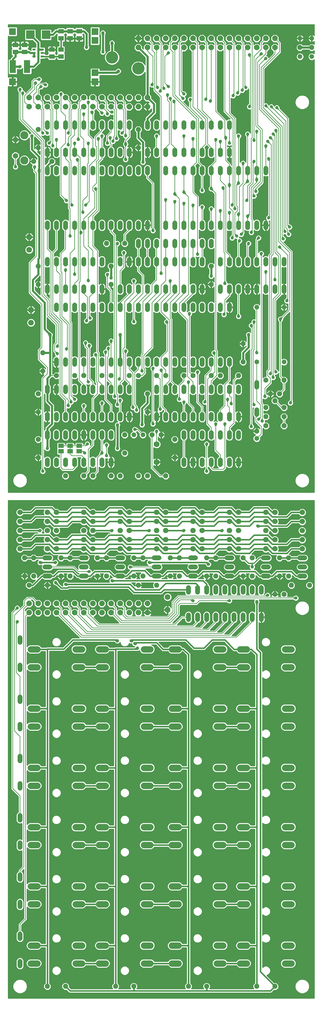
<source format=gbl>
G75*
%MOIN*%
%OFA0B0*%
%FSLAX25Y25*%
%IPPOS*%
%LPD*%
%AMOC8*
5,1,8,0,0,1.08239X$1,22.5*
%
%ADD10OC8,0.05200*%
%ADD11C,0.06496*%
%ADD12C,0.05200*%
%ADD13C,0.05200*%
%ADD14OC8,0.06000*%
%ADD15C,0.08858*%
%ADD16C,0.05937*%
%ADD17C,0.07050*%
%ADD18C,0.05906*%
%ADD19R,0.07600X0.07600*%
%ADD20R,0.03543X0.02362*%
%ADD21R,0.09449X0.09449*%
%ADD22R,0.06299X0.05118*%
%ADD23R,0.05906X0.05118*%
%ADD24R,0.07087X0.14173*%
%ADD25C,0.13500*%
%ADD26R,0.06300X0.04600*%
%ADD27OC8,0.06300*%
%ADD28C,0.06300*%
%ADD29C,0.01000*%
%ADD30C,0.03569*%
%ADD31C,0.02400*%
%ADD32C,0.00800*%
%ADD33C,0.01600*%
%ADD34C,0.01200*%
D10*
X0056752Y0016500D03*
X0076752Y0016500D03*
X0131752Y0016500D03*
X0151752Y0016500D03*
X0211752Y0016500D03*
X0231752Y0016500D03*
X0286752Y0016500D03*
X0306752Y0016500D03*
X0306752Y0446500D03*
X0311752Y0466500D03*
X0311752Y0486500D03*
X0321752Y0486500D03*
X0321752Y0466500D03*
X0324752Y0456500D03*
X0316752Y0446500D03*
X0344752Y0456500D03*
X0316752Y0631500D03*
X0316752Y0641500D03*
X0316752Y0651500D03*
X0311752Y0666500D03*
X0316752Y0681500D03*
X0306752Y0659000D03*
X0301752Y0666500D03*
X0296752Y0651500D03*
X0296752Y0641500D03*
X0296752Y0631500D03*
X0286752Y0625500D03*
X0296752Y0681500D03*
X0271752Y0701500D03*
X0266752Y0686500D03*
X0271752Y0721500D03*
X0246752Y0686500D03*
X0236752Y0686500D03*
X0216752Y0686500D03*
X0206752Y0686500D03*
X0186752Y0686500D03*
X0176752Y0686500D03*
X0166752Y0666500D03*
X0166752Y0646500D03*
X0171752Y0621500D03*
X0181752Y0621500D03*
X0196752Y0616500D03*
X0196752Y0596500D03*
X0186752Y0576500D03*
X0166752Y0576500D03*
X0156752Y0576500D03*
X0141752Y0601500D03*
X0141752Y0621500D03*
X0136752Y0576500D03*
X0126752Y0576500D03*
X0106752Y0576500D03*
X0096752Y0576500D03*
X0076752Y0576500D03*
X0071752Y0486500D03*
X0071752Y0466500D03*
X0081752Y0466500D03*
X0081752Y0486500D03*
X0056752Y0456500D03*
X0041752Y0466500D03*
X0036752Y0456500D03*
X0031752Y0466500D03*
X0031752Y0486500D03*
X0041752Y0486500D03*
X0046752Y0596500D03*
X0046752Y0616500D03*
X0046752Y0646500D03*
X0046752Y0666500D03*
X0051752Y0691500D03*
X0051752Y0711500D03*
X0066752Y0686500D03*
X0086752Y0686500D03*
X0096752Y0686500D03*
X0116752Y0686500D03*
X0126752Y0686500D03*
X0146752Y0686500D03*
X0156752Y0686500D03*
X0126752Y0786500D03*
X0126752Y0806500D03*
X0121752Y0831500D03*
X0141752Y0831500D03*
X0156752Y0936500D03*
X0156752Y0956500D03*
X0236752Y0806500D03*
X0236752Y0786500D03*
X0334256Y1046500D03*
X0347248Y1046500D03*
X0281752Y0486500D03*
X0271752Y0486500D03*
X0271752Y0466500D03*
X0281752Y0466500D03*
X0241752Y0466500D03*
X0231752Y0466500D03*
X0231752Y0486500D03*
X0241752Y0486500D03*
X0201752Y0486500D03*
X0191752Y0486500D03*
X0191752Y0466500D03*
X0201752Y0466500D03*
X0176752Y0456500D03*
X0161752Y0466500D03*
X0156752Y0456500D03*
X0151752Y0466500D03*
X0151752Y0486500D03*
X0161752Y0486500D03*
X0121752Y0486500D03*
X0121752Y0466500D03*
X0111752Y0466500D03*
X0111752Y0486500D03*
X0046752Y0786500D03*
X0046752Y0806500D03*
X0041752Y0921500D03*
X0046752Y0936500D03*
X0046752Y0956500D03*
X0061752Y0921500D03*
D11*
X0176752Y0611343D03*
X0176752Y0591657D03*
D12*
X0161752Y0621500D03*
X0151752Y0621500D03*
X0286752Y0617500D03*
X0286752Y0701500D03*
X0286752Y0761500D03*
X0316752Y0761500D03*
X0316752Y0701500D03*
X0334256Y1036500D03*
X0334256Y1056500D03*
X0347248Y1056500D03*
X0347248Y1036500D03*
D13*
X0296752Y0914100D02*
X0296752Y0908900D01*
X0286752Y0908900D02*
X0286752Y0914100D01*
X0276752Y0914100D02*
X0276752Y0908900D01*
X0266752Y0908900D02*
X0266752Y0914100D01*
X0256752Y0914100D02*
X0256752Y0908900D01*
X0256752Y0928900D02*
X0256752Y0934100D01*
X0246752Y0934100D02*
X0246752Y0928900D01*
X0246752Y0914100D02*
X0246752Y0908900D01*
X0236752Y0908900D02*
X0236752Y0914100D01*
X0236752Y0928900D02*
X0236752Y0934100D01*
X0226752Y0934100D02*
X0226752Y0928900D01*
X0226752Y0914100D02*
X0226752Y0908900D01*
X0216752Y0908900D02*
X0216752Y0914100D01*
X0206752Y0914100D02*
X0206752Y0908900D01*
X0206752Y0928900D02*
X0206752Y0934100D01*
X0216752Y0934100D02*
X0216752Y0928900D01*
X0216752Y0958900D02*
X0216752Y0964100D01*
X0206752Y0964100D02*
X0206752Y0958900D01*
X0196752Y0958900D02*
X0196752Y0964100D01*
X0186752Y0964100D02*
X0186752Y0958900D01*
X0176752Y0958900D02*
X0176752Y0964100D01*
X0166752Y0964100D02*
X0166752Y0958900D01*
X0166752Y0934100D02*
X0166752Y0928900D01*
X0176752Y0928900D02*
X0176752Y0934100D01*
X0166752Y0914100D02*
X0166752Y0908900D01*
X0156752Y0908900D02*
X0156752Y0914100D01*
X0146752Y0914100D02*
X0146752Y0908900D01*
X0146752Y0928900D02*
X0146752Y0934100D01*
X0136752Y0934100D02*
X0136752Y0928900D01*
X0126752Y0928900D02*
X0126752Y0934100D01*
X0126752Y0914100D02*
X0126752Y0908900D01*
X0136752Y0908900D02*
X0136752Y0914100D01*
X0116752Y0914100D02*
X0116752Y0908900D01*
X0116752Y0928900D02*
X0116752Y0934100D01*
X0106752Y0934100D02*
X0106752Y0928900D01*
X0106752Y0914100D02*
X0106752Y0908900D01*
X0096752Y0908900D02*
X0096752Y0914100D01*
X0096752Y0928900D02*
X0096752Y0934100D01*
X0086752Y0934100D02*
X0086752Y0928900D01*
X0076752Y0928900D02*
X0076752Y0934100D01*
X0076752Y0914100D02*
X0076752Y0908900D01*
X0086752Y0908900D02*
X0086752Y0914100D01*
X0066752Y0914100D02*
X0066752Y0908900D01*
X0066752Y0928900D02*
X0066752Y0934100D01*
X0056752Y0934100D02*
X0056752Y0928900D01*
X0056752Y0914100D02*
X0056752Y0908900D01*
X0056752Y0958900D02*
X0056752Y0964100D01*
X0066752Y0964100D02*
X0066752Y0958900D01*
X0076752Y0958900D02*
X0076752Y0964100D01*
X0086752Y0964100D02*
X0086752Y0958900D01*
X0096752Y0958900D02*
X0096752Y0964100D01*
X0106752Y0964100D02*
X0106752Y0958900D01*
X0116752Y0958900D02*
X0116752Y0964100D01*
X0126752Y0964100D02*
X0126752Y0958900D01*
X0136752Y0958900D02*
X0136752Y0964100D01*
X0146752Y0964100D02*
X0146752Y0958900D01*
X0146752Y0854100D02*
X0146752Y0848900D01*
X0136752Y0848900D02*
X0136752Y0854100D01*
X0126752Y0854100D02*
X0126752Y0848900D01*
X0116752Y0848900D02*
X0116752Y0854100D01*
X0106752Y0854100D02*
X0106752Y0848900D01*
X0096752Y0848900D02*
X0096752Y0854100D01*
X0086752Y0854100D02*
X0086752Y0848900D01*
X0076752Y0848900D02*
X0076752Y0854100D01*
X0066752Y0854100D02*
X0066752Y0848900D01*
X0056752Y0848900D02*
X0056752Y0854100D01*
X0056752Y0814100D02*
X0056752Y0808900D01*
X0056752Y0784100D02*
X0056752Y0778900D01*
X0066752Y0778900D02*
X0066752Y0784100D01*
X0066752Y0764100D02*
X0066752Y0758900D01*
X0076752Y0758900D02*
X0076752Y0764100D01*
X0076752Y0778900D02*
X0076752Y0784100D01*
X0086752Y0784100D02*
X0086752Y0778900D01*
X0086752Y0764100D02*
X0086752Y0758900D01*
X0096752Y0758900D02*
X0096752Y0764100D01*
X0096752Y0778900D02*
X0096752Y0784100D01*
X0096752Y0808900D02*
X0096752Y0814100D01*
X0086752Y0814100D02*
X0086752Y0808900D01*
X0076752Y0808900D02*
X0076752Y0814100D01*
X0066752Y0814100D02*
X0066752Y0808900D01*
X0066752Y0704100D02*
X0066752Y0698900D01*
X0066752Y0674100D02*
X0066752Y0668900D01*
X0066752Y0644100D02*
X0066752Y0638900D01*
X0066752Y0624100D02*
X0066752Y0618900D01*
X0056752Y0618900D02*
X0056752Y0624100D01*
X0056752Y0638900D02*
X0056752Y0644100D01*
X0056752Y0668900D02*
X0056752Y0674100D01*
X0076752Y0674100D02*
X0076752Y0668900D01*
X0086752Y0668900D02*
X0086752Y0674100D01*
X0086752Y0698900D02*
X0086752Y0704100D01*
X0076752Y0704100D02*
X0076752Y0698900D01*
X0096752Y0698900D02*
X0096752Y0704100D01*
X0096752Y0674100D02*
X0096752Y0668900D01*
X0096752Y0644100D02*
X0096752Y0638900D01*
X0096752Y0624100D02*
X0096752Y0618900D01*
X0086752Y0618900D02*
X0086752Y0624100D01*
X0076752Y0624100D02*
X0076752Y0618900D01*
X0076752Y0638900D02*
X0076752Y0644100D01*
X0086752Y0644100D02*
X0086752Y0638900D01*
X0086752Y0594100D02*
X0086752Y0588900D01*
X0076752Y0588900D02*
X0076752Y0594100D01*
X0066752Y0594100D02*
X0066752Y0588900D01*
X0056752Y0588900D02*
X0056752Y0594100D01*
X0059352Y0486500D02*
X0054152Y0486500D01*
X0054152Y0476500D02*
X0059352Y0476500D01*
X0059352Y0466500D02*
X0054152Y0466500D01*
X0026752Y0399100D02*
X0026752Y0393900D01*
X0026752Y0369100D02*
X0026752Y0363900D01*
X0026752Y0334100D02*
X0026752Y0328900D01*
X0026752Y0304100D02*
X0026752Y0298900D01*
X0026752Y0269100D02*
X0026752Y0263900D01*
X0026752Y0239100D02*
X0026752Y0233900D01*
X0026752Y0204100D02*
X0026752Y0198900D01*
X0026752Y0174100D02*
X0026752Y0168900D01*
X0026752Y0139100D02*
X0026752Y0133900D01*
X0026752Y0109100D02*
X0026752Y0103900D01*
X0026752Y0074100D02*
X0026752Y0068900D01*
X0026752Y0044100D02*
X0026752Y0038900D01*
X0094152Y0466500D02*
X0099352Y0466500D01*
X0099352Y0476500D02*
X0094152Y0476500D01*
X0094152Y0486500D02*
X0099352Y0486500D01*
X0096752Y0588900D02*
X0096752Y0594100D01*
X0106752Y0594100D02*
X0106752Y0588900D01*
X0116752Y0588900D02*
X0116752Y0594100D01*
X0126752Y0594100D02*
X0126752Y0588900D01*
X0126752Y0618900D02*
X0126752Y0624100D01*
X0126752Y0638900D02*
X0126752Y0644100D01*
X0136752Y0644100D02*
X0136752Y0638900D01*
X0136752Y0668900D02*
X0136752Y0674100D01*
X0126752Y0674100D02*
X0126752Y0668900D01*
X0116752Y0668900D02*
X0116752Y0674100D01*
X0116752Y0698900D02*
X0116752Y0704100D01*
X0106752Y0704100D02*
X0106752Y0698900D01*
X0106752Y0674100D02*
X0106752Y0668900D01*
X0106752Y0644100D02*
X0106752Y0638900D01*
X0106752Y0624100D02*
X0106752Y0618900D01*
X0116752Y0618900D02*
X0116752Y0624100D01*
X0116752Y0638900D02*
X0116752Y0644100D01*
X0126752Y0698900D02*
X0126752Y0704100D01*
X0136752Y0704100D02*
X0136752Y0698900D01*
X0146752Y0698900D02*
X0146752Y0704100D01*
X0146752Y0674100D02*
X0146752Y0668900D01*
X0146752Y0644100D02*
X0146752Y0638900D01*
X0156752Y0698900D02*
X0156752Y0704100D01*
X0166752Y0704100D02*
X0166752Y0698900D01*
X0176752Y0698900D02*
X0176752Y0704100D01*
X0176752Y0674100D02*
X0176752Y0668900D01*
X0176752Y0644100D02*
X0176752Y0638900D01*
X0186752Y0638900D02*
X0186752Y0644100D01*
X0186752Y0668900D02*
X0186752Y0674100D01*
X0186752Y0698900D02*
X0186752Y0704100D01*
X0196752Y0704100D02*
X0196752Y0698900D01*
X0196752Y0674100D02*
X0196752Y0668900D01*
X0196752Y0644100D02*
X0196752Y0638900D01*
X0206752Y0638900D02*
X0206752Y0644100D01*
X0216752Y0644100D02*
X0216752Y0638900D01*
X0216752Y0624100D02*
X0216752Y0618900D01*
X0206752Y0618900D02*
X0206752Y0624100D01*
X0206752Y0594100D02*
X0206752Y0588900D01*
X0216752Y0588900D02*
X0216752Y0594100D01*
X0226752Y0594100D02*
X0226752Y0588900D01*
X0236752Y0588900D02*
X0236752Y0594100D01*
X0246752Y0594100D02*
X0246752Y0588900D01*
X0256752Y0588900D02*
X0256752Y0594100D01*
X0266752Y0594100D02*
X0266752Y0588900D01*
X0266752Y0618900D02*
X0266752Y0624100D01*
X0256752Y0624100D02*
X0256752Y0618900D01*
X0256752Y0638900D02*
X0256752Y0644100D01*
X0266752Y0644100D02*
X0266752Y0638900D01*
X0266752Y0668900D02*
X0266752Y0674100D01*
X0256752Y0674100D02*
X0256752Y0668900D01*
X0246752Y0668900D02*
X0246752Y0674100D01*
X0246752Y0698900D02*
X0246752Y0704100D01*
X0236752Y0704100D02*
X0236752Y0698900D01*
X0236752Y0674100D02*
X0236752Y0668900D01*
X0236752Y0644100D02*
X0236752Y0638900D01*
X0236752Y0624100D02*
X0236752Y0618900D01*
X0226752Y0618900D02*
X0226752Y0624100D01*
X0226752Y0638900D02*
X0226752Y0644100D01*
X0226752Y0668900D02*
X0226752Y0674100D01*
X0226752Y0698900D02*
X0226752Y0704100D01*
X0216752Y0704100D02*
X0216752Y0698900D01*
X0206752Y0698900D02*
X0206752Y0704100D01*
X0206752Y0674100D02*
X0206752Y0668900D01*
X0216752Y0668900D02*
X0216752Y0674100D01*
X0216752Y0758900D02*
X0216752Y0764100D01*
X0216752Y0778900D02*
X0216752Y0784100D01*
X0206752Y0784100D02*
X0206752Y0778900D01*
X0206752Y0764100D02*
X0206752Y0758900D01*
X0196752Y0758900D02*
X0196752Y0764100D01*
X0196752Y0778900D02*
X0196752Y0784100D01*
X0196752Y0808900D02*
X0196752Y0814100D01*
X0196752Y0828900D02*
X0196752Y0834100D01*
X0196752Y0848900D02*
X0196752Y0854100D01*
X0186752Y0854100D02*
X0186752Y0848900D01*
X0186752Y0834100D02*
X0186752Y0828900D01*
X0186752Y0814100D02*
X0186752Y0808900D01*
X0186752Y0784100D02*
X0186752Y0778900D01*
X0186752Y0764100D02*
X0186752Y0758900D01*
X0176752Y0758900D02*
X0176752Y0764100D01*
X0176752Y0778900D02*
X0176752Y0784100D01*
X0166752Y0784100D02*
X0166752Y0778900D01*
X0166752Y0764100D02*
X0166752Y0758900D01*
X0156752Y0758900D02*
X0156752Y0764100D01*
X0156752Y0778900D02*
X0156752Y0784100D01*
X0156752Y0808900D02*
X0156752Y0814100D01*
X0156752Y0828900D02*
X0156752Y0834100D01*
X0156752Y0848900D02*
X0156752Y0854100D01*
X0166752Y0854100D02*
X0166752Y0848900D01*
X0166752Y0834100D02*
X0166752Y0828900D01*
X0176752Y0828900D02*
X0176752Y0834100D01*
X0176752Y0814100D02*
X0176752Y0808900D01*
X0166752Y0808900D02*
X0166752Y0814100D01*
X0146752Y0814100D02*
X0146752Y0808900D01*
X0146752Y0784100D02*
X0146752Y0778900D01*
X0146752Y0764100D02*
X0146752Y0758900D01*
X0136752Y0758900D02*
X0136752Y0764100D01*
X0136752Y0778900D02*
X0136752Y0784100D01*
X0126752Y0764100D02*
X0126752Y0758900D01*
X0116752Y0758900D02*
X0116752Y0764100D01*
X0116752Y0778900D02*
X0116752Y0784100D01*
X0116752Y0808900D02*
X0116752Y0814100D01*
X0106752Y0814100D02*
X0106752Y0808900D01*
X0106752Y0784100D02*
X0106752Y0778900D01*
X0106752Y0764100D02*
X0106752Y0758900D01*
X0136752Y0808900D02*
X0136752Y0814100D01*
X0186752Y0908900D02*
X0186752Y0914100D01*
X0186752Y0928900D02*
X0186752Y0934100D01*
X0196752Y0934100D02*
X0196752Y0928900D01*
X0196752Y0914100D02*
X0196752Y0908900D01*
X0206752Y0854100D02*
X0206752Y0848900D01*
X0216752Y0848900D02*
X0216752Y0854100D01*
X0216752Y0834100D02*
X0216752Y0828900D01*
X0206752Y0828900D02*
X0206752Y0834100D01*
X0206752Y0814100D02*
X0206752Y0808900D01*
X0216752Y0808900D02*
X0216752Y0814100D01*
X0226752Y0814100D02*
X0226752Y0808900D01*
X0226752Y0828900D02*
X0226752Y0834100D01*
X0226752Y0848900D02*
X0226752Y0854100D01*
X0236752Y0854100D02*
X0236752Y0848900D01*
X0236752Y0834100D02*
X0236752Y0828900D01*
X0246752Y0814100D02*
X0246752Y0808900D01*
X0246752Y0784100D02*
X0246752Y0778900D01*
X0246752Y0764100D02*
X0246752Y0758900D01*
X0236752Y0758900D02*
X0236752Y0764100D01*
X0226752Y0764100D02*
X0226752Y0758900D01*
X0226752Y0778900D02*
X0226752Y0784100D01*
X0246752Y0848900D02*
X0246752Y0854100D01*
X0256752Y0854100D02*
X0256752Y0848900D01*
X0266752Y0848900D02*
X0266752Y0854100D01*
X0276752Y0854100D02*
X0276752Y0848900D01*
X0286752Y0848900D02*
X0286752Y0854100D01*
X0296752Y0854100D02*
X0296752Y0848900D01*
X0296752Y0814100D02*
X0296752Y0808900D01*
X0306752Y0808900D02*
X0306752Y0814100D01*
X0306752Y0784100D02*
X0306752Y0778900D01*
X0296752Y0778900D02*
X0296752Y0784100D01*
X0286752Y0784100D02*
X0286752Y0778900D01*
X0276752Y0778900D02*
X0276752Y0784100D01*
X0276752Y0808900D02*
X0276752Y0814100D01*
X0266752Y0814100D02*
X0266752Y0808900D01*
X0256752Y0808900D02*
X0256752Y0814100D01*
X0256752Y0784100D02*
X0256752Y0778900D01*
X0256752Y0764100D02*
X0256752Y0758900D01*
X0266752Y0778900D02*
X0266752Y0784100D01*
X0286752Y0808900D02*
X0286752Y0814100D01*
X0316752Y0814100D02*
X0316752Y0808900D01*
X0316752Y0784100D02*
X0316752Y0778900D01*
X0286752Y0679100D02*
X0286752Y0673900D01*
X0286752Y0649100D02*
X0286752Y0643900D01*
X0256752Y0698900D02*
X0256752Y0704100D01*
X0246752Y0644100D02*
X0246752Y0638900D01*
X0246752Y0624100D02*
X0246752Y0618900D01*
X0254152Y0486500D02*
X0259352Y0486500D01*
X0259352Y0476500D02*
X0254152Y0476500D01*
X0254152Y0466500D02*
X0259352Y0466500D01*
X0261752Y0454100D02*
X0261752Y0448900D01*
X0261752Y0424100D02*
X0261752Y0418900D01*
X0251752Y0418900D02*
X0251752Y0424100D01*
X0251752Y0448900D02*
X0251752Y0454100D01*
X0241752Y0454100D02*
X0241752Y0448900D01*
X0231752Y0448900D02*
X0231752Y0454100D01*
X0221752Y0454100D02*
X0221752Y0448900D01*
X0219352Y0466500D02*
X0214152Y0466500D01*
X0214152Y0476500D02*
X0219352Y0476500D01*
X0219352Y0486500D02*
X0214152Y0486500D01*
X0211752Y0454100D02*
X0211752Y0448900D01*
X0211752Y0424100D02*
X0211752Y0418900D01*
X0221752Y0418900D02*
X0221752Y0424100D01*
X0231752Y0424100D02*
X0231752Y0418900D01*
X0241752Y0418900D02*
X0241752Y0424100D01*
X0271752Y0424100D02*
X0271752Y0418900D01*
X0281752Y0418900D02*
X0281752Y0424100D01*
X0281752Y0448900D02*
X0281752Y0454100D01*
X0271752Y0454100D02*
X0271752Y0448900D01*
X0291752Y0448900D02*
X0291752Y0454100D01*
X0294152Y0466500D02*
X0299352Y0466500D01*
X0299352Y0476500D02*
X0294152Y0476500D01*
X0294152Y0486500D02*
X0299352Y0486500D01*
X0291752Y0424100D02*
X0291752Y0418900D01*
X0334152Y0466500D02*
X0339352Y0466500D01*
X0339352Y0476500D02*
X0334152Y0476500D01*
X0334152Y0486500D02*
X0339352Y0486500D01*
X0256752Y0958900D02*
X0256752Y0964100D01*
X0246752Y0964100D02*
X0246752Y0958900D01*
X0236752Y0958900D02*
X0236752Y0964100D01*
X0226752Y0964100D02*
X0226752Y0958900D01*
X0179352Y0486500D02*
X0174152Y0486500D01*
X0174152Y0476500D02*
X0179352Y0476500D01*
X0179352Y0466500D02*
X0174152Y0466500D01*
X0139352Y0466500D02*
X0134152Y0466500D01*
X0134152Y0476500D02*
X0139352Y0476500D01*
X0139352Y0486500D02*
X0134152Y0486500D01*
D14*
X0136752Y0436500D03*
X0136752Y0426500D03*
X0126752Y0426500D03*
X0126752Y0436500D03*
X0116752Y0436500D03*
X0116752Y0426500D03*
X0106752Y0426500D03*
X0106752Y0436500D03*
X0096752Y0436500D03*
X0096752Y0426500D03*
X0086752Y0426500D03*
X0086752Y0436500D03*
X0076752Y0436500D03*
X0076752Y0426500D03*
X0066752Y0426500D03*
X0066752Y0436500D03*
X0056752Y0436500D03*
X0056752Y0426500D03*
X0046752Y0426500D03*
X0046752Y0436500D03*
X0036752Y0436500D03*
X0036752Y0426500D03*
X0146752Y0426500D03*
X0146752Y0436500D03*
X0156752Y0436500D03*
X0156752Y0426500D03*
X0166752Y0426500D03*
X0166752Y0436500D03*
X0166752Y0981500D03*
X0166752Y0991500D03*
X0156752Y0991500D03*
X0156752Y0981500D03*
X0146752Y0981500D03*
X0146752Y0991500D03*
X0136752Y0991500D03*
X0136752Y0981500D03*
X0126752Y0981500D03*
X0126752Y0991500D03*
X0116752Y0991500D03*
X0116752Y0981500D03*
X0106752Y0981500D03*
X0106752Y0991500D03*
X0096752Y0991500D03*
X0096752Y0981500D03*
X0086752Y0981500D03*
X0086752Y0991500D03*
X0076752Y0991500D03*
X0076752Y0981500D03*
X0066752Y0981500D03*
X0066752Y0991500D03*
X0056752Y0991500D03*
X0056752Y0981500D03*
X0046752Y0981500D03*
X0046752Y0991500D03*
X0036752Y0991500D03*
X0036752Y0981500D03*
X0156752Y1046500D03*
X0156752Y1056500D03*
X0166752Y1056500D03*
X0166752Y1046500D03*
X0176752Y1046500D03*
X0176752Y1056500D03*
X0186752Y1056500D03*
X0186752Y1046500D03*
X0196752Y1046500D03*
X0196752Y1056500D03*
X0206752Y1056500D03*
X0206752Y1046500D03*
X0216752Y1046500D03*
X0216752Y1056500D03*
X0226752Y1056500D03*
X0226752Y1046500D03*
X0236752Y1046500D03*
X0236752Y1056500D03*
X0246752Y1056500D03*
X0246752Y1046500D03*
X0256752Y1046500D03*
X0256752Y1056500D03*
X0266752Y1056500D03*
X0266752Y1046500D03*
X0276752Y1046500D03*
X0276752Y1056500D03*
X0286752Y1056500D03*
X0286752Y1046500D03*
X0296752Y1046500D03*
X0296752Y1056500D03*
X0306752Y1056500D03*
X0306752Y1046500D03*
D15*
X0031595Y0950280D03*
X0031595Y0922720D03*
D16*
X0021752Y0927642D03*
X0021752Y0945358D03*
D17*
X0038627Y0386300D02*
X0045677Y0386300D01*
X0045677Y0366700D02*
X0038627Y0366700D01*
X0038627Y0321300D02*
X0045677Y0321300D01*
X0045677Y0301700D02*
X0038627Y0301700D01*
X0038627Y0256300D02*
X0045677Y0256300D01*
X0045677Y0236700D02*
X0038627Y0236700D01*
X0038627Y0191300D02*
X0045677Y0191300D01*
X0045677Y0171700D02*
X0038627Y0171700D01*
X0038627Y0126300D02*
X0045677Y0126300D01*
X0045677Y0106700D02*
X0038627Y0106700D01*
X0038627Y0061300D02*
X0045677Y0061300D01*
X0045677Y0041700D02*
X0038627Y0041700D01*
X0087827Y0041700D02*
X0094877Y0041700D01*
X0094877Y0061300D02*
X0087827Y0061300D01*
X0087827Y0106700D02*
X0094877Y0106700D01*
X0094877Y0126300D02*
X0087827Y0126300D01*
X0087827Y0171700D02*
X0094877Y0171700D01*
X0094877Y0191300D02*
X0087827Y0191300D01*
X0087827Y0236700D02*
X0094877Y0236700D01*
X0094877Y0256300D02*
X0087827Y0256300D01*
X0087827Y0301700D02*
X0094877Y0301700D01*
X0094877Y0321300D02*
X0087827Y0321300D01*
X0087827Y0366700D02*
X0094877Y0366700D01*
X0094877Y0386300D02*
X0087827Y0386300D01*
X0113627Y0386300D02*
X0120677Y0386300D01*
X0120677Y0366700D02*
X0113627Y0366700D01*
X0113627Y0321300D02*
X0120677Y0321300D01*
X0120677Y0301700D02*
X0113627Y0301700D01*
X0113627Y0256300D02*
X0120677Y0256300D01*
X0120677Y0236700D02*
X0113627Y0236700D01*
X0113627Y0191300D02*
X0120677Y0191300D01*
X0120677Y0171700D02*
X0113627Y0171700D01*
X0113627Y0126300D02*
X0120677Y0126300D01*
X0120677Y0106700D02*
X0113627Y0106700D01*
X0113627Y0061300D02*
X0120677Y0061300D01*
X0120677Y0041700D02*
X0113627Y0041700D01*
X0162827Y0041700D02*
X0169877Y0041700D01*
X0169877Y0061300D02*
X0162827Y0061300D01*
X0162827Y0106700D02*
X0169877Y0106700D01*
X0169877Y0126300D02*
X0162827Y0126300D01*
X0162827Y0171700D02*
X0169877Y0171700D01*
X0169877Y0191300D02*
X0162827Y0191300D01*
X0162827Y0236700D02*
X0169877Y0236700D01*
X0169877Y0256300D02*
X0162827Y0256300D01*
X0162827Y0301700D02*
X0169877Y0301700D01*
X0169877Y0321300D02*
X0162827Y0321300D01*
X0162827Y0366700D02*
X0169877Y0366700D01*
X0169877Y0386300D02*
X0162827Y0386300D01*
X0193627Y0386300D02*
X0200677Y0386300D01*
X0200677Y0366700D02*
X0193627Y0366700D01*
X0193627Y0321300D02*
X0200677Y0321300D01*
X0200677Y0301700D02*
X0193627Y0301700D01*
X0193627Y0256300D02*
X0200677Y0256300D01*
X0200677Y0236700D02*
X0193627Y0236700D01*
X0193627Y0191300D02*
X0200677Y0191300D01*
X0200677Y0171700D02*
X0193627Y0171700D01*
X0193627Y0126300D02*
X0200677Y0126300D01*
X0200677Y0106700D02*
X0193627Y0106700D01*
X0193627Y0061300D02*
X0200677Y0061300D01*
X0200677Y0041700D02*
X0193627Y0041700D01*
X0242827Y0041700D02*
X0249877Y0041700D01*
X0249877Y0061300D02*
X0242827Y0061300D01*
X0242827Y0106700D02*
X0249877Y0106700D01*
X0249877Y0126300D02*
X0242827Y0126300D01*
X0242827Y0171700D02*
X0249877Y0171700D01*
X0249877Y0191300D02*
X0242827Y0191300D01*
X0242827Y0236700D02*
X0249877Y0236700D01*
X0249877Y0256300D02*
X0242827Y0256300D01*
X0242827Y0301700D02*
X0249877Y0301700D01*
X0249877Y0321300D02*
X0242827Y0321300D01*
X0242827Y0366700D02*
X0249877Y0366700D01*
X0249877Y0386300D02*
X0242827Y0386300D01*
X0268627Y0386300D02*
X0275677Y0386300D01*
X0275677Y0366700D02*
X0268627Y0366700D01*
X0268627Y0321300D02*
X0275677Y0321300D01*
X0275677Y0301700D02*
X0268627Y0301700D01*
X0268627Y0256300D02*
X0275677Y0256300D01*
X0275677Y0236700D02*
X0268627Y0236700D01*
X0268627Y0191300D02*
X0275677Y0191300D01*
X0275677Y0171700D02*
X0268627Y0171700D01*
X0268627Y0126300D02*
X0275677Y0126300D01*
X0275677Y0106700D02*
X0268627Y0106700D01*
X0268627Y0061300D02*
X0275677Y0061300D01*
X0275677Y0041700D02*
X0268627Y0041700D01*
X0317827Y0041700D02*
X0324877Y0041700D01*
X0324877Y0061300D02*
X0317827Y0061300D01*
X0317827Y0106700D02*
X0324877Y0106700D01*
X0324877Y0126300D02*
X0317827Y0126300D01*
X0317827Y0171700D02*
X0324877Y0171700D01*
X0324877Y0191300D02*
X0317827Y0191300D01*
X0317827Y0236700D02*
X0324877Y0236700D01*
X0324877Y0256300D02*
X0317827Y0256300D01*
X0317827Y0301700D02*
X0324877Y0301700D01*
X0324877Y0321300D02*
X0317827Y0321300D01*
X0317827Y0366700D02*
X0324877Y0366700D01*
X0324877Y0386300D02*
X0317827Y0386300D01*
D18*
X0306752Y0496500D03*
X0306752Y0506500D03*
X0306752Y0516500D03*
X0306752Y0526500D03*
X0306752Y0536500D03*
X0296752Y0536500D03*
X0296752Y0526500D03*
X0296752Y0516500D03*
X0296752Y0506500D03*
X0296752Y0496500D03*
X0266752Y0496500D03*
X0266752Y0506500D03*
X0266752Y0516500D03*
X0266752Y0526500D03*
X0266752Y0536500D03*
X0256752Y0536500D03*
X0256752Y0526500D03*
X0256752Y0516500D03*
X0256752Y0506500D03*
X0256752Y0496500D03*
X0226752Y0496500D03*
X0226752Y0506500D03*
X0226752Y0516500D03*
X0226752Y0526500D03*
X0226752Y0536500D03*
X0216752Y0536500D03*
X0216752Y0526500D03*
X0216752Y0516500D03*
X0216752Y0506500D03*
X0216752Y0496500D03*
X0186752Y0496500D03*
X0186752Y0506500D03*
X0186752Y0516500D03*
X0186752Y0526500D03*
X0186752Y0536500D03*
X0176752Y0536500D03*
X0176752Y0526500D03*
X0176752Y0516500D03*
X0176752Y0506500D03*
X0176752Y0496500D03*
X0146752Y0496500D03*
X0146752Y0506500D03*
X0146752Y0516500D03*
X0146752Y0526500D03*
X0146752Y0536500D03*
X0136752Y0536500D03*
X0136752Y0526500D03*
X0136752Y0516500D03*
X0136752Y0506500D03*
X0136752Y0496500D03*
X0106752Y0496500D03*
X0106752Y0506500D03*
X0106752Y0516500D03*
X0106752Y0526500D03*
X0106752Y0536500D03*
X0096752Y0536500D03*
X0096752Y0526500D03*
X0096752Y0516500D03*
X0096752Y0506500D03*
X0096752Y0496500D03*
X0066752Y0496500D03*
X0066752Y0506500D03*
X0066752Y0516500D03*
X0066752Y0526500D03*
X0066752Y0536500D03*
X0056752Y0536500D03*
X0056752Y0526500D03*
X0056752Y0516500D03*
X0056752Y0506500D03*
X0056752Y0496500D03*
X0026752Y0496500D03*
X0026752Y0506500D03*
X0026752Y0516500D03*
X0026752Y0526500D03*
X0026752Y0536500D03*
X0336752Y0536500D03*
X0336752Y0526500D03*
X0336752Y0516500D03*
X0336752Y0506500D03*
X0336752Y0496500D03*
D19*
X0109075Y1008941D03*
X0109075Y1018783D03*
X0109075Y1054217D03*
X0109075Y1064059D03*
X0018524Y1064059D03*
X0018524Y1008941D03*
D20*
X0042225Y1036760D03*
X0042225Y1040500D03*
X0042225Y1044240D03*
X0051280Y1044240D03*
X0051280Y1040500D03*
X0051280Y1036760D03*
D21*
X0055414Y1060500D03*
X0038091Y1060500D03*
D22*
X0031752Y1049437D03*
X0031752Y1041563D03*
X0021752Y1041563D03*
X0021752Y1049437D03*
X0081752Y1056563D03*
X0081752Y1064437D03*
X0091752Y1064437D03*
X0091752Y1056563D03*
D23*
X0071752Y1056760D03*
X0071752Y1064240D03*
X0071752Y1044240D03*
X0071752Y1036760D03*
X0061752Y1036760D03*
X0061752Y1044240D03*
D24*
X0034626Y1025500D03*
X0018878Y1025500D03*
D25*
X0127752Y1035500D03*
X0156752Y1023500D03*
D26*
X0091752Y0609500D03*
X0091752Y0603500D03*
X0081752Y0603500D03*
X0081752Y0609500D03*
X0071752Y0609500D03*
X0071752Y0603500D03*
D27*
X0038752Y0758500D03*
X0036752Y0838500D03*
X0188752Y0429500D03*
D28*
X0188752Y0443500D03*
X0038752Y0744500D03*
X0036752Y0824500D03*
D29*
X0013752Y0549500D02*
X0013752Y0003500D01*
X0349752Y0003500D01*
X0349752Y0549500D01*
X0013752Y0549500D01*
X0013752Y0548684D02*
X0349752Y0548684D01*
X0349752Y0547686D02*
X0013752Y0547686D01*
X0013752Y0546687D02*
X0349752Y0546687D01*
X0349752Y0545689D02*
X0013752Y0545689D01*
X0013752Y0544690D02*
X0349752Y0544690D01*
X0349752Y0543692D02*
X0299813Y0543692D01*
X0299705Y0543800D02*
X0282800Y0543800D01*
X0281452Y0542453D01*
X0277800Y0538800D01*
X0270619Y0538800D01*
X0270527Y0539022D01*
X0269275Y0540275D01*
X0267638Y0540953D01*
X0265867Y0540953D01*
X0264230Y0540275D01*
X0263730Y0539775D01*
X0259705Y0543800D01*
X0243800Y0543800D01*
X0242452Y0542453D01*
X0238800Y0538800D01*
X0230619Y0538800D01*
X0230527Y0539022D01*
X0229275Y0540275D01*
X0227638Y0540953D01*
X0225867Y0540953D01*
X0224230Y0540275D01*
X0223730Y0539775D01*
X0219705Y0543800D01*
X0203800Y0543800D01*
X0202452Y0542453D01*
X0198800Y0538800D01*
X0190619Y0538800D01*
X0190527Y0539022D01*
X0189275Y0540275D01*
X0187638Y0540953D01*
X0185867Y0540953D01*
X0184230Y0540275D01*
X0183730Y0539775D01*
X0179705Y0543800D01*
X0163800Y0543800D01*
X0162452Y0542453D01*
X0158800Y0538800D01*
X0150619Y0538800D01*
X0150527Y0539022D01*
X0149275Y0540275D01*
X0147638Y0540953D01*
X0145867Y0540953D01*
X0144230Y0540275D01*
X0143730Y0539775D01*
X0139705Y0543800D01*
X0123800Y0543800D01*
X0122452Y0542453D01*
X0118800Y0538800D01*
X0110619Y0538800D01*
X0110527Y0539022D01*
X0109275Y0540275D01*
X0107638Y0540953D01*
X0105867Y0540953D01*
X0104230Y0540275D01*
X0103730Y0539775D01*
X0099705Y0543800D01*
X0082800Y0543800D01*
X0081452Y0542453D01*
X0077800Y0538800D01*
X0070619Y0538800D01*
X0070527Y0539022D01*
X0069275Y0540275D01*
X0067638Y0540953D01*
X0065867Y0540953D01*
X0065644Y0540861D01*
X0062705Y0543800D01*
X0042800Y0543800D01*
X0041452Y0542453D01*
X0041452Y0542453D01*
X0037800Y0538800D01*
X0030619Y0538800D01*
X0030527Y0539022D01*
X0029275Y0540275D01*
X0027638Y0540953D01*
X0025867Y0540953D01*
X0024230Y0540275D01*
X0022978Y0539022D01*
X0022300Y0537386D01*
X0022300Y0535614D01*
X0022978Y0533978D01*
X0024230Y0532725D01*
X0025867Y0532047D01*
X0027638Y0532047D01*
X0029275Y0532725D01*
X0030527Y0533978D01*
X0030619Y0534200D01*
X0039705Y0534200D01*
X0041052Y0535547D01*
X0044705Y0539200D01*
X0053155Y0539200D01*
X0052978Y0539022D01*
X0052300Y0537386D01*
X0052300Y0535614D01*
X0052978Y0533978D01*
X0053155Y0533800D01*
X0042800Y0533800D01*
X0041452Y0532453D01*
X0041452Y0532453D01*
X0037800Y0528800D01*
X0030619Y0528800D01*
X0030527Y0529022D01*
X0029275Y0530275D01*
X0027638Y0530953D01*
X0025867Y0530953D01*
X0024230Y0530275D01*
X0022978Y0529022D01*
X0022300Y0527386D01*
X0022300Y0525614D01*
X0022978Y0523978D01*
X0024230Y0522725D01*
X0025867Y0522047D01*
X0027638Y0522047D01*
X0029275Y0522725D01*
X0030527Y0523978D01*
X0030619Y0524200D01*
X0039705Y0524200D01*
X0044705Y0529200D01*
X0053155Y0529200D01*
X0052978Y0529022D01*
X0052300Y0527386D01*
X0052300Y0525614D01*
X0052978Y0523978D01*
X0054230Y0522725D01*
X0055867Y0522047D01*
X0057638Y0522047D01*
X0059275Y0522725D01*
X0061452Y0520547D01*
X0062800Y0519200D01*
X0063155Y0519200D01*
X0062978Y0519022D01*
X0062300Y0517386D01*
X0062300Y0515614D01*
X0062978Y0513978D01*
X0064230Y0512725D01*
X0065867Y0512047D01*
X0067638Y0512047D01*
X0069275Y0512725D01*
X0070527Y0513978D01*
X0071205Y0515614D01*
X0071205Y0517386D01*
X0070527Y0519022D01*
X0070350Y0519200D01*
X0079705Y0519200D01*
X0081052Y0520547D01*
X0084705Y0524200D01*
X0092885Y0524200D01*
X0092978Y0523978D01*
X0094230Y0522725D01*
X0095867Y0522047D01*
X0097638Y0522047D01*
X0099275Y0522725D01*
X0101452Y0520547D01*
X0102800Y0519200D01*
X0103155Y0519200D01*
X0102978Y0519022D01*
X0102300Y0517386D01*
X0102300Y0515614D01*
X0102978Y0513978D01*
X0104230Y0512725D01*
X0105867Y0512047D01*
X0107638Y0512047D01*
X0109275Y0512725D01*
X0110527Y0513978D01*
X0110619Y0514200D01*
X0124506Y0514200D01*
X0124928Y0514011D01*
X0124997Y0514038D01*
X0125618Y0513800D01*
X0123800Y0513800D01*
X0122452Y0512453D01*
X0118800Y0508800D01*
X0110619Y0508800D01*
X0110527Y0509022D01*
X0109275Y0510275D01*
X0107638Y0510953D01*
X0105867Y0510953D01*
X0104230Y0510275D01*
X0103730Y0509775D01*
X0100027Y0513478D01*
X0100527Y0513978D01*
X0101205Y0515614D01*
X0101205Y0517386D01*
X0100527Y0519022D01*
X0099275Y0520275D01*
X0097638Y0520953D01*
X0095867Y0520953D01*
X0094230Y0520275D01*
X0092978Y0519022D01*
X0092300Y0517386D01*
X0092300Y0515614D01*
X0092978Y0513978D01*
X0093155Y0513800D01*
X0082800Y0513800D01*
X0081452Y0512453D01*
X0077800Y0508800D01*
X0070619Y0508800D01*
X0070527Y0509022D01*
X0069275Y0510275D01*
X0067638Y0510953D01*
X0065867Y0510953D01*
X0064230Y0510275D01*
X0063730Y0509775D01*
X0060027Y0513478D01*
X0060527Y0513978D01*
X0061205Y0515614D01*
X0061205Y0517386D01*
X0060527Y0519022D01*
X0059275Y0520275D01*
X0057638Y0520953D01*
X0055867Y0520953D01*
X0054230Y0520275D01*
X0052978Y0519022D01*
X0052300Y0517386D01*
X0052300Y0515614D01*
X0052978Y0513978D01*
X0053155Y0513800D01*
X0050697Y0513800D01*
X0051537Y0514640D01*
X0052037Y0515847D01*
X0052037Y0517153D01*
X0051537Y0518360D01*
X0050613Y0519284D01*
X0049406Y0519784D01*
X0048746Y0519784D01*
X0048469Y0519908D01*
X0048146Y0519784D01*
X0048099Y0519784D01*
X0047537Y0519551D01*
X0047513Y0519542D01*
X0045997Y0518962D01*
X0045928Y0518989D01*
X0045506Y0518800D01*
X0030619Y0518800D01*
X0030527Y0519022D01*
X0029275Y0520275D01*
X0027638Y0520953D01*
X0025867Y0520953D01*
X0024230Y0520275D01*
X0022978Y0519022D01*
X0022300Y0517386D01*
X0022300Y0515614D01*
X0022978Y0513978D01*
X0024230Y0512725D01*
X0025867Y0512047D01*
X0027638Y0512047D01*
X0029275Y0512725D01*
X0030527Y0513978D01*
X0030619Y0514200D01*
X0045506Y0514200D01*
X0045928Y0514011D01*
X0045997Y0514038D01*
X0046618Y0513800D01*
X0042800Y0513800D01*
X0041452Y0512453D01*
X0037800Y0508800D01*
X0030619Y0508800D01*
X0030527Y0509022D01*
X0029275Y0510275D01*
X0027638Y0510953D01*
X0025867Y0510953D01*
X0024230Y0510275D01*
X0022978Y0509022D01*
X0022300Y0507386D01*
X0022300Y0505614D01*
X0022978Y0503978D01*
X0024230Y0502725D01*
X0025867Y0502047D01*
X0027638Y0502047D01*
X0029275Y0502725D01*
X0030527Y0503978D01*
X0030619Y0504200D01*
X0039705Y0504200D01*
X0044705Y0509200D01*
X0053155Y0509200D01*
X0052978Y0509022D01*
X0052300Y0507386D01*
X0052300Y0505614D01*
X0052978Y0503978D01*
X0053155Y0503800D01*
X0042800Y0503800D01*
X0041452Y0502453D01*
X0037800Y0498800D01*
X0030619Y0498800D01*
X0030527Y0499022D01*
X0029275Y0500275D01*
X0027638Y0500953D01*
X0025867Y0500953D01*
X0024230Y0500275D01*
X0022978Y0499022D01*
X0022300Y0497386D01*
X0022300Y0495614D01*
X0022978Y0493978D01*
X0024230Y0492725D01*
X0025867Y0492047D01*
X0027638Y0492047D01*
X0029275Y0492725D01*
X0030527Y0493978D01*
X0030619Y0494200D01*
X0039705Y0494200D01*
X0044705Y0499200D01*
X0053155Y0499200D01*
X0052978Y0499022D01*
X0052300Y0497386D01*
X0052300Y0495614D01*
X0052978Y0493978D01*
X0054230Y0492725D01*
X0055867Y0492047D01*
X0057638Y0492047D01*
X0059275Y0492725D01*
X0061452Y0490547D01*
X0062800Y0489200D01*
X0068654Y0489200D01*
X0067652Y0488198D01*
X0067652Y0484802D01*
X0070054Y0482400D01*
X0073451Y0482400D01*
X0075251Y0484200D01*
X0078254Y0484200D01*
X0080054Y0482400D01*
X0083451Y0482400D01*
X0085251Y0484200D01*
X0090667Y0484200D01*
X0090677Y0484178D01*
X0091830Y0483024D01*
X0093337Y0482400D01*
X0100168Y0482400D01*
X0101675Y0483024D01*
X0102828Y0484178D01*
X0103452Y0485684D01*
X0103452Y0487316D01*
X0102828Y0488822D01*
X0101675Y0489976D01*
X0100168Y0490600D01*
X0093337Y0490600D01*
X0091830Y0489976D01*
X0090677Y0488822D01*
X0090667Y0488800D01*
X0085251Y0488800D01*
X0083451Y0490600D01*
X0081105Y0490600D01*
X0084705Y0494200D01*
X0092885Y0494200D01*
X0092978Y0493978D01*
X0094230Y0492725D01*
X0095867Y0492047D01*
X0097638Y0492047D01*
X0099275Y0492725D01*
X0101452Y0490547D01*
X0102800Y0489200D01*
X0108654Y0489200D01*
X0107652Y0488198D01*
X0107652Y0484802D01*
X0110054Y0482400D01*
X0113451Y0482400D01*
X0115251Y0484200D01*
X0118254Y0484200D01*
X0120054Y0482400D01*
X0123451Y0482400D01*
X0125251Y0484200D01*
X0130667Y0484200D01*
X0130677Y0484178D01*
X0131830Y0483024D01*
X0133337Y0482400D01*
X0140168Y0482400D01*
X0141675Y0483024D01*
X0142828Y0484178D01*
X0143452Y0485684D01*
X0143452Y0487316D01*
X0142828Y0488822D01*
X0141675Y0489976D01*
X0140168Y0490600D01*
X0133337Y0490600D01*
X0131830Y0489976D01*
X0130677Y0488822D01*
X0130667Y0488800D01*
X0125251Y0488800D01*
X0123451Y0490600D01*
X0122105Y0490600D01*
X0125705Y0494200D01*
X0132885Y0494200D01*
X0132978Y0493978D01*
X0134230Y0492725D01*
X0135867Y0492047D01*
X0137638Y0492047D01*
X0139275Y0492725D01*
X0141452Y0490547D01*
X0142800Y0489200D01*
X0148654Y0489200D01*
X0147652Y0488198D01*
X0147652Y0484802D01*
X0150054Y0482400D01*
X0153451Y0482400D01*
X0155251Y0484200D01*
X0158254Y0484200D01*
X0160054Y0482400D01*
X0163451Y0482400D01*
X0165251Y0484200D01*
X0166808Y0484200D01*
X0165968Y0483360D01*
X0165468Y0482153D01*
X0165468Y0480847D01*
X0165968Y0479640D01*
X0166892Y0478716D01*
X0167654Y0478400D01*
X0151020Y0478400D01*
X0149772Y0479125D01*
X0149613Y0479284D01*
X0149212Y0479450D01*
X0149080Y0479527D01*
X0148722Y0479735D01*
X0148722Y0479735D01*
X0148722Y0479735D01*
X0148601Y0479703D01*
X0148406Y0479784D01*
X0147099Y0479784D01*
X0145892Y0479284D01*
X0144968Y0478360D01*
X0144468Y0477153D01*
X0144468Y0475847D01*
X0144968Y0474640D01*
X0145892Y0473716D01*
X0147099Y0473216D01*
X0147216Y0473216D01*
X0142825Y0468825D01*
X0141675Y0469976D01*
X0140168Y0470600D01*
X0133337Y0470600D01*
X0131830Y0469976D01*
X0130680Y0468825D01*
X0125705Y0473800D01*
X0107800Y0473800D01*
X0106452Y0472453D01*
X0106037Y0472037D01*
X0106037Y0472153D01*
X0105537Y0473360D01*
X0104613Y0474284D01*
X0103406Y0474784D01*
X0103080Y0474784D01*
X0103452Y0475684D01*
X0103452Y0477316D01*
X0102828Y0478822D01*
X0101675Y0479976D01*
X0100168Y0480600D01*
X0093337Y0480600D01*
X0091830Y0479976D01*
X0090677Y0478822D01*
X0090052Y0477316D01*
X0090052Y0475684D01*
X0090616Y0474323D01*
X0087652Y0477287D01*
X0086539Y0478400D01*
X0066850Y0478400D01*
X0067613Y0478716D01*
X0068537Y0479640D01*
X0069037Y0480847D01*
X0069037Y0482153D01*
X0068537Y0483360D01*
X0067613Y0484284D01*
X0066406Y0484784D01*
X0065746Y0484784D01*
X0065469Y0484908D01*
X0065146Y0484784D01*
X0065099Y0484784D01*
X0064537Y0484551D01*
X0064513Y0484542D01*
X0062997Y0483962D01*
X0062928Y0483989D01*
X0062506Y0483800D01*
X0062451Y0483800D01*
X0062828Y0484178D01*
X0063452Y0485684D01*
X0063452Y0487316D01*
X0062828Y0488822D01*
X0061675Y0489976D01*
X0060168Y0490600D01*
X0053337Y0490600D01*
X0051830Y0489976D01*
X0050677Y0488822D01*
X0050667Y0488800D01*
X0045251Y0488800D01*
X0043451Y0490600D01*
X0040054Y0490600D01*
X0038254Y0488800D01*
X0035251Y0488800D01*
X0033451Y0490600D01*
X0030054Y0490600D01*
X0027652Y0488198D01*
X0027652Y0484802D01*
X0030054Y0482400D01*
X0033451Y0482400D01*
X0035251Y0484200D01*
X0038254Y0484200D01*
X0040054Y0482400D01*
X0043451Y0482400D01*
X0045251Y0484200D01*
X0046808Y0484200D01*
X0045968Y0483360D01*
X0045468Y0482153D01*
X0045468Y0480847D01*
X0045968Y0479640D01*
X0046892Y0478716D01*
X0048099Y0478216D01*
X0048759Y0478216D01*
X0049036Y0478092D01*
X0049359Y0478216D01*
X0049406Y0478216D01*
X0049967Y0478448D01*
X0050626Y0478700D01*
X0050052Y0477316D01*
X0050052Y0475684D01*
X0050677Y0474178D01*
X0051830Y0473024D01*
X0053337Y0472400D01*
X0060168Y0472400D01*
X0061675Y0473024D01*
X0062828Y0474178D01*
X0063003Y0474600D01*
X0084965Y0474600D01*
X0089965Y0469600D01*
X0091454Y0469600D01*
X0090680Y0468825D01*
X0085705Y0473800D01*
X0067800Y0473800D01*
X0066452Y0472453D01*
X0062825Y0468825D01*
X0061675Y0469976D01*
X0060168Y0470600D01*
X0053337Y0470600D01*
X0051830Y0469976D01*
X0050677Y0468822D01*
X0050667Y0468800D01*
X0049800Y0468800D01*
X0048452Y0467453D01*
X0048452Y0467453D01*
X0045852Y0464853D01*
X0045852Y0468198D01*
X0043451Y0470600D01*
X0040054Y0470600D01*
X0037652Y0468198D01*
X0037652Y0464802D01*
X0040054Y0462400D01*
X0043400Y0462400D01*
X0040025Y0459025D01*
X0038451Y0460600D01*
X0035054Y0460600D01*
X0032652Y0458198D01*
X0032652Y0454802D01*
X0035054Y0452400D01*
X0038451Y0452400D01*
X0040251Y0454200D01*
X0041705Y0454200D01*
X0043052Y0455547D01*
X0051180Y0463675D01*
X0051830Y0463024D01*
X0053337Y0462400D01*
X0060168Y0462400D01*
X0061675Y0463024D01*
X0062828Y0464178D01*
X0062838Y0464200D01*
X0064705Y0464200D01*
X0067652Y0467147D01*
X0067652Y0466800D01*
X0071452Y0466800D01*
X0071452Y0466200D01*
X0067652Y0466200D01*
X0067652Y0464802D01*
X0070054Y0462400D01*
X0071452Y0462400D01*
X0071452Y0466200D01*
X0072052Y0466200D01*
X0072052Y0462400D01*
X0073451Y0462400D01*
X0075852Y0464802D01*
X0075852Y0466200D01*
X0072053Y0466200D01*
X0072053Y0466800D01*
X0075852Y0466800D01*
X0075852Y0468198D01*
X0074851Y0469200D01*
X0078654Y0469200D01*
X0077652Y0468198D01*
X0077652Y0464802D01*
X0080054Y0462400D01*
X0083451Y0462400D01*
X0085852Y0464802D01*
X0085852Y0467147D01*
X0087452Y0465547D01*
X0088800Y0464200D01*
X0090667Y0464200D01*
X0090677Y0464178D01*
X0091830Y0463024D01*
X0093337Y0462400D01*
X0100168Y0462400D01*
X0101675Y0463024D01*
X0102828Y0464178D01*
X0102838Y0464200D01*
X0104705Y0464200D01*
X0107652Y0467147D01*
X0107652Y0466800D01*
X0111452Y0466800D01*
X0111452Y0466200D01*
X0107652Y0466200D01*
X0107652Y0464802D01*
X0110054Y0462400D01*
X0111452Y0462400D01*
X0111452Y0466200D01*
X0112052Y0466200D01*
X0112052Y0462400D01*
X0113451Y0462400D01*
X0115852Y0464802D01*
X0115852Y0466200D01*
X0112053Y0466200D01*
X0112053Y0466800D01*
X0115852Y0466800D01*
X0115852Y0468198D01*
X0114851Y0469200D01*
X0118654Y0469200D01*
X0117652Y0468198D01*
X0117652Y0464802D01*
X0120054Y0462400D01*
X0123451Y0462400D01*
X0125852Y0464802D01*
X0125852Y0467147D01*
X0127452Y0465547D01*
X0128127Y0464873D01*
X0128036Y0464908D01*
X0128036Y0464908D01*
X0128036Y0464908D01*
X0127759Y0464784D01*
X0127099Y0464784D01*
X0125892Y0464284D01*
X0124968Y0463360D01*
X0124468Y0462153D01*
X0124468Y0460847D01*
X0124902Y0459800D01*
X0079999Y0459800D01*
X0079577Y0459989D01*
X0079508Y0459962D01*
X0077968Y0460551D01*
X0077406Y0460784D01*
X0077359Y0460784D01*
X0077036Y0460908D01*
X0077036Y0460908D01*
X0077036Y0460908D01*
X0076759Y0460784D01*
X0076099Y0460784D01*
X0074892Y0460284D01*
X0073968Y0459360D01*
X0073468Y0458153D01*
X0073468Y0456847D01*
X0073902Y0455800D01*
X0072705Y0455800D01*
X0070001Y0458504D01*
X0069674Y0458831D01*
X0069509Y0459263D01*
X0069442Y0459292D01*
X0068770Y0460798D01*
X0068537Y0461360D01*
X0068504Y0461393D01*
X0068362Y0461710D01*
X0068079Y0461818D01*
X0067613Y0462284D01*
X0066406Y0462784D01*
X0065099Y0462784D01*
X0063892Y0462284D01*
X0062968Y0461360D01*
X0062468Y0460153D01*
X0062468Y0458847D01*
X0062968Y0457640D01*
X0063435Y0457173D01*
X0063523Y0456941D01*
X0063543Y0456890D01*
X0063859Y0456749D01*
X0063892Y0456716D01*
X0064454Y0456483D01*
X0065282Y0456113D01*
X0065282Y0456113D01*
X0065960Y0455810D01*
X0065990Y0455743D01*
X0066422Y0455578D01*
X0066748Y0455251D01*
X0066748Y0455251D01*
X0070800Y0451200D01*
X0079705Y0451200D01*
X0080705Y0452200D01*
X0144800Y0452200D01*
X0150800Y0446200D01*
X0182705Y0446200D01*
X0184052Y0447547D01*
X0185705Y0449200D01*
X0207652Y0449200D01*
X0207652Y0448084D01*
X0208277Y0446578D01*
X0208454Y0446400D01*
X0199965Y0446400D01*
X0198852Y0445287D01*
X0192852Y0439287D01*
X0192852Y0431976D01*
X0190679Y0434150D01*
X0189052Y0434150D01*
X0189052Y0429800D01*
X0188452Y0429800D01*
X0188452Y0429200D01*
X0184102Y0429200D01*
X0184102Y0427574D01*
X0186826Y0424850D01*
X0188452Y0424850D01*
X0188452Y0429200D01*
X0189052Y0429200D01*
X0189052Y0424850D01*
X0189415Y0424850D01*
X0187965Y0423400D01*
X0170016Y0423400D01*
X0171252Y0424636D01*
X0171252Y0426000D01*
X0167252Y0426000D01*
X0167252Y0427000D01*
X0166252Y0427000D01*
X0166252Y0426000D01*
X0162252Y0426000D01*
X0162252Y0424636D01*
X0163488Y0423400D01*
X0160016Y0423400D01*
X0161252Y0424636D01*
X0161252Y0428364D01*
X0158616Y0431000D01*
X0154888Y0431000D01*
X0152252Y0428364D01*
X0152252Y0424636D01*
X0153488Y0423400D01*
X0150016Y0423400D01*
X0151252Y0424636D01*
X0151252Y0428364D01*
X0148616Y0431000D01*
X0144888Y0431000D01*
X0143652Y0429764D01*
X0143652Y0432287D01*
X0142539Y0433400D01*
X0141252Y0434687D01*
X0141252Y0438364D01*
X0138616Y0441000D01*
X0134888Y0441000D01*
X0132252Y0438364D01*
X0132252Y0434636D01*
X0134888Y0432000D01*
X0138565Y0432000D01*
X0139852Y0430713D01*
X0139852Y0429764D01*
X0138616Y0431000D01*
X0134888Y0431000D01*
X0133652Y0429764D01*
X0133652Y0432287D01*
X0132539Y0433400D01*
X0131252Y0434687D01*
X0131252Y0438364D01*
X0128616Y0441000D01*
X0124888Y0441000D01*
X0122252Y0438364D01*
X0122252Y0434636D01*
X0124888Y0432000D01*
X0128565Y0432000D01*
X0129852Y0430713D01*
X0129852Y0429764D01*
X0128616Y0431000D01*
X0124888Y0431000D01*
X0122252Y0428364D01*
X0122252Y0424636D01*
X0124888Y0422000D01*
X0128565Y0422000D01*
X0135165Y0415400D01*
X0114539Y0415400D01*
X0107939Y0422000D01*
X0108616Y0422000D01*
X0111252Y0424636D01*
X0111252Y0428364D01*
X0108616Y0431000D01*
X0104888Y0431000D01*
X0103652Y0429764D01*
X0103652Y0432287D01*
X0102539Y0433400D01*
X0101252Y0434687D01*
X0101252Y0438364D01*
X0098616Y0441000D01*
X0094888Y0441000D01*
X0092252Y0438364D01*
X0092252Y0434636D01*
X0094888Y0432000D01*
X0098565Y0432000D01*
X0099852Y0430713D01*
X0099852Y0429764D01*
X0098616Y0431000D01*
X0094888Y0431000D01*
X0093652Y0429764D01*
X0093652Y0432287D01*
X0092539Y0433400D01*
X0091252Y0434687D01*
X0091252Y0438364D01*
X0088616Y0441000D01*
X0084888Y0441000D01*
X0082252Y0438364D01*
X0082252Y0434636D01*
X0084888Y0432000D01*
X0088565Y0432000D01*
X0089852Y0430713D01*
X0089852Y0429764D01*
X0088616Y0431000D01*
X0084888Y0431000D01*
X0083652Y0429764D01*
X0083652Y0432287D01*
X0082539Y0433400D01*
X0081252Y0434687D01*
X0081252Y0438364D01*
X0078616Y0441000D01*
X0074888Y0441000D01*
X0072252Y0438364D01*
X0072252Y0434636D01*
X0074888Y0432000D01*
X0078565Y0432000D01*
X0079852Y0430713D01*
X0079852Y0429764D01*
X0078616Y0431000D01*
X0074888Y0431000D01*
X0073652Y0429764D01*
X0073652Y0432287D01*
X0072539Y0433400D01*
X0071252Y0434687D01*
X0071252Y0438364D01*
X0068616Y0441000D01*
X0064888Y0441000D01*
X0062252Y0438364D01*
X0062252Y0434636D01*
X0064888Y0432000D01*
X0068565Y0432000D01*
X0069852Y0430713D01*
X0069852Y0429764D01*
X0068616Y0431000D01*
X0064888Y0431000D01*
X0062252Y0428364D01*
X0062252Y0424636D01*
X0064888Y0422000D01*
X0068565Y0422000D01*
X0091765Y0398800D01*
X0083800Y0398800D01*
X0073800Y0388800D01*
X0055800Y0388800D01*
X0055600Y0388600D01*
X0050164Y0388600D01*
X0049937Y0389146D01*
X0048524Y0390560D01*
X0046677Y0391325D01*
X0037628Y0391325D01*
X0035781Y0390560D01*
X0034652Y0389431D01*
X0034652Y0421713D01*
X0034939Y0422000D01*
X0038616Y0422000D01*
X0041252Y0424636D01*
X0041252Y0428364D01*
X0038616Y0431000D01*
X0034888Y0431000D01*
X0032652Y0428764D01*
X0032652Y0429713D01*
X0034939Y0432000D01*
X0038616Y0432000D01*
X0041252Y0434636D01*
X0041252Y0438364D01*
X0039016Y0440600D01*
X0039965Y0440600D01*
X0042252Y0438313D01*
X0042252Y0434636D01*
X0044888Y0432000D01*
X0048616Y0432000D01*
X0051252Y0434636D01*
X0051252Y0438364D01*
X0048616Y0441000D01*
X0044939Y0441000D01*
X0042652Y0443287D01*
X0041539Y0444400D01*
X0033965Y0444400D01*
X0032852Y0443287D01*
X0029852Y0440287D01*
X0029852Y0435287D01*
X0026944Y0432378D01*
X0026537Y0433360D01*
X0025613Y0434284D01*
X0024406Y0434784D01*
X0023099Y0434784D01*
X0021892Y0434284D01*
X0020968Y0433360D01*
X0020887Y0433165D01*
X0020780Y0433102D01*
X0020634Y0432554D01*
X0020468Y0432153D01*
X0020468Y0431928D01*
X0020376Y0431581D01*
X0020098Y0430533D01*
X0019904Y0430338D01*
X0016852Y0427287D01*
X0016852Y0232713D01*
X0017965Y0231600D01*
X0024852Y0224713D01*
X0024852Y0207751D01*
X0024430Y0207576D01*
X0023277Y0206422D01*
X0022652Y0204916D01*
X0022652Y0198084D01*
X0023277Y0196578D01*
X0024430Y0195424D01*
X0025937Y0194800D01*
X0027568Y0194800D01*
X0028852Y0195332D01*
X0028852Y0177668D01*
X0027568Y0178200D01*
X0025937Y0178200D01*
X0024430Y0177576D01*
X0023277Y0176422D01*
X0022652Y0174916D01*
X0022652Y0168084D01*
X0023277Y0166578D01*
X0024430Y0165424D01*
X0025937Y0164800D01*
X0027568Y0164800D01*
X0028852Y0165332D01*
X0028852Y0148287D01*
X0024852Y0144287D01*
X0024852Y0142751D01*
X0024430Y0142576D01*
X0023277Y0141422D01*
X0022652Y0139916D01*
X0022652Y0133084D01*
X0023277Y0131578D01*
X0024430Y0130424D01*
X0025937Y0129800D01*
X0027568Y0129800D01*
X0029075Y0130424D01*
X0030228Y0131578D01*
X0030852Y0133084D01*
X0030852Y0139916D01*
X0030228Y0141422D01*
X0029075Y0142576D01*
X0028679Y0142740D01*
X0030852Y0144913D01*
X0030852Y0091287D01*
X0024852Y0085287D01*
X0024852Y0077751D01*
X0024430Y0077576D01*
X0023277Y0076422D01*
X0022652Y0074916D01*
X0022652Y0068084D01*
X0023277Y0066578D01*
X0024430Y0065424D01*
X0025937Y0064800D01*
X0027568Y0064800D01*
X0029075Y0065424D01*
X0030228Y0066578D01*
X0030852Y0068084D01*
X0030852Y0074916D01*
X0030228Y0076422D01*
X0029075Y0077576D01*
X0028652Y0077751D01*
X0028652Y0083713D01*
X0033539Y0088600D01*
X0034652Y0089713D01*
X0034652Y0103569D01*
X0035781Y0102440D01*
X0037628Y0101675D01*
X0046677Y0101675D01*
X0048524Y0102440D01*
X0049937Y0103854D01*
X0050702Y0105700D01*
X0050702Y0107700D01*
X0049937Y0109546D01*
X0048524Y0110960D01*
X0046677Y0111725D01*
X0037628Y0111725D01*
X0035781Y0110960D01*
X0034652Y0109831D01*
X0034652Y0123169D01*
X0035781Y0122040D01*
X0037628Y0121275D01*
X0046677Y0121275D01*
X0048524Y0122040D01*
X0049937Y0123454D01*
X0050164Y0124000D01*
X0054452Y0124000D01*
X0054452Y0063600D01*
X0050164Y0063600D01*
X0049937Y0064146D01*
X0048524Y0065560D01*
X0046677Y0066325D01*
X0037628Y0066325D01*
X0035781Y0065560D01*
X0034367Y0064146D01*
X0033602Y0062300D01*
X0033602Y0060300D01*
X0034367Y0058454D01*
X0035781Y0057040D01*
X0037628Y0056275D01*
X0046677Y0056275D01*
X0048524Y0057040D01*
X0049937Y0058454D01*
X0050164Y0059000D01*
X0054452Y0059000D01*
X0054452Y0019998D01*
X0052652Y0018198D01*
X0052652Y0014802D01*
X0055054Y0012400D01*
X0058451Y0012400D01*
X0060852Y0014802D01*
X0060852Y0018198D01*
X0059052Y0019998D01*
X0059052Y0384200D01*
X0075705Y0384200D01*
X0077052Y0385547D01*
X0085705Y0394200D01*
X0130297Y0394200D01*
X0131487Y0393121D01*
X0131892Y0392716D01*
X0131969Y0392684D01*
X0132252Y0392427D01*
X0132553Y0392442D01*
X0133099Y0392216D01*
X0134406Y0392216D01*
X0135613Y0392716D01*
X0136537Y0393640D01*
X0136702Y0394040D01*
X0136702Y0393195D01*
X0137471Y0391339D01*
X0138892Y0389919D01*
X0140748Y0389150D01*
X0142757Y0389150D01*
X0144613Y0389919D01*
X0146034Y0391339D01*
X0146688Y0392920D01*
X0146892Y0392716D01*
X0148099Y0392216D01*
X0149406Y0392216D01*
X0149468Y0392242D01*
X0149468Y0391847D01*
X0149968Y0390640D01*
X0150892Y0389716D01*
X0152099Y0389216D01*
X0152755Y0389216D01*
X0152297Y0388800D01*
X0130800Y0388800D01*
X0130600Y0388600D01*
X0125164Y0388600D01*
X0124937Y0389146D01*
X0123524Y0390560D01*
X0121677Y0391325D01*
X0112628Y0391325D01*
X0110781Y0390560D01*
X0109367Y0389146D01*
X0108602Y0387300D01*
X0108602Y0385300D01*
X0109367Y0383454D01*
X0110781Y0382040D01*
X0112628Y0381275D01*
X0121677Y0381275D01*
X0123524Y0382040D01*
X0124937Y0383454D01*
X0125164Y0384000D01*
X0129452Y0384000D01*
X0129452Y0323600D01*
X0125164Y0323600D01*
X0124937Y0324146D01*
X0123524Y0325560D01*
X0121677Y0326325D01*
X0112628Y0326325D01*
X0110781Y0325560D01*
X0109367Y0324146D01*
X0108602Y0322300D01*
X0108602Y0320300D01*
X0109367Y0318454D01*
X0110781Y0317040D01*
X0112628Y0316275D01*
X0121677Y0316275D01*
X0123524Y0317040D01*
X0124937Y0318454D01*
X0125164Y0319000D01*
X0129452Y0319000D01*
X0129452Y0258600D01*
X0125164Y0258600D01*
X0124937Y0259146D01*
X0123524Y0260560D01*
X0121677Y0261325D01*
X0112628Y0261325D01*
X0110781Y0260560D01*
X0109367Y0259146D01*
X0108602Y0257300D01*
X0108602Y0255300D01*
X0109367Y0253454D01*
X0110781Y0252040D01*
X0112628Y0251275D01*
X0121677Y0251275D01*
X0123524Y0252040D01*
X0124937Y0253454D01*
X0125164Y0254000D01*
X0129452Y0254000D01*
X0129452Y0193600D01*
X0125164Y0193600D01*
X0124937Y0194146D01*
X0123524Y0195560D01*
X0121677Y0196325D01*
X0112628Y0196325D01*
X0110781Y0195560D01*
X0109367Y0194146D01*
X0108602Y0192300D01*
X0108602Y0190300D01*
X0109367Y0188454D01*
X0110781Y0187040D01*
X0112628Y0186275D01*
X0121677Y0186275D01*
X0123524Y0187040D01*
X0124937Y0188454D01*
X0125164Y0189000D01*
X0129452Y0189000D01*
X0129452Y0128600D01*
X0125164Y0128600D01*
X0124937Y0129146D01*
X0123524Y0130560D01*
X0121677Y0131325D01*
X0112628Y0131325D01*
X0110781Y0130560D01*
X0109367Y0129146D01*
X0108602Y0127300D01*
X0108602Y0125300D01*
X0109367Y0123454D01*
X0110781Y0122040D01*
X0112628Y0121275D01*
X0121677Y0121275D01*
X0123524Y0122040D01*
X0124937Y0123454D01*
X0125164Y0124000D01*
X0129452Y0124000D01*
X0129452Y0063600D01*
X0125164Y0063600D01*
X0124937Y0064146D01*
X0123524Y0065560D01*
X0121677Y0066325D01*
X0112628Y0066325D01*
X0110781Y0065560D01*
X0109367Y0064146D01*
X0108602Y0062300D01*
X0108602Y0060300D01*
X0109367Y0058454D01*
X0110781Y0057040D01*
X0112628Y0056275D01*
X0121677Y0056275D01*
X0123524Y0057040D01*
X0124937Y0058454D01*
X0125164Y0059000D01*
X0129452Y0059000D01*
X0129452Y0019998D01*
X0127652Y0018198D01*
X0127652Y0014802D01*
X0128654Y0013800D01*
X0082705Y0013800D01*
X0080852Y0015653D01*
X0080852Y0018198D01*
X0078451Y0020600D01*
X0075054Y0020600D01*
X0072652Y0018198D01*
X0072652Y0014802D01*
X0075054Y0012400D01*
X0077600Y0012400D01*
X0080800Y0009200D01*
X0302705Y0009200D01*
X0305905Y0012400D01*
X0308451Y0012400D01*
X0310852Y0014802D01*
X0310852Y0018198D01*
X0308451Y0020600D01*
X0305905Y0020600D01*
X0297755Y0028750D01*
X0297757Y0028750D01*
X0299613Y0029519D01*
X0301034Y0030939D01*
X0301802Y0032795D01*
X0301802Y0034805D01*
X0301034Y0036661D01*
X0299613Y0038081D01*
X0297757Y0038850D01*
X0295748Y0038850D01*
X0293892Y0038081D01*
X0293052Y0037242D01*
X0293052Y0065758D01*
X0293892Y0064919D01*
X0295748Y0064150D01*
X0297757Y0064150D01*
X0299613Y0064919D01*
X0301034Y0066339D01*
X0301802Y0068195D01*
X0301802Y0070205D01*
X0301034Y0072061D01*
X0299613Y0073481D01*
X0297757Y0074250D01*
X0295748Y0074250D01*
X0293892Y0073481D01*
X0293052Y0072642D01*
X0293052Y0095358D01*
X0293892Y0094519D01*
X0295748Y0093750D01*
X0297757Y0093750D01*
X0299613Y0094519D01*
X0301034Y0095939D01*
X0301802Y0097795D01*
X0301802Y0099805D01*
X0301034Y0101661D01*
X0299613Y0103081D01*
X0297757Y0103850D01*
X0295748Y0103850D01*
X0293892Y0103081D01*
X0293052Y0102242D01*
X0293052Y0130758D01*
X0293892Y0129919D01*
X0295748Y0129150D01*
X0297757Y0129150D01*
X0299613Y0129919D01*
X0301034Y0131339D01*
X0301802Y0133195D01*
X0301802Y0135205D01*
X0301034Y0137061D01*
X0299613Y0138481D01*
X0297757Y0139250D01*
X0295748Y0139250D01*
X0293892Y0138481D01*
X0293052Y0137642D01*
X0293052Y0160358D01*
X0293892Y0159519D01*
X0295748Y0158750D01*
X0297757Y0158750D01*
X0299613Y0159519D01*
X0301034Y0160939D01*
X0301802Y0162795D01*
X0301802Y0164805D01*
X0301034Y0166661D01*
X0299613Y0168081D01*
X0297757Y0168850D01*
X0295748Y0168850D01*
X0293892Y0168081D01*
X0293052Y0167242D01*
X0293052Y0195758D01*
X0293892Y0194919D01*
X0295748Y0194150D01*
X0297757Y0194150D01*
X0299613Y0194919D01*
X0301034Y0196339D01*
X0301802Y0198195D01*
X0301802Y0200205D01*
X0301034Y0202061D01*
X0299613Y0203481D01*
X0297757Y0204250D01*
X0295748Y0204250D01*
X0293892Y0203481D01*
X0293052Y0202642D01*
X0293052Y0225358D01*
X0293892Y0224519D01*
X0295748Y0223750D01*
X0297757Y0223750D01*
X0299613Y0224519D01*
X0301034Y0225939D01*
X0301802Y0227795D01*
X0301802Y0229805D01*
X0301034Y0231661D01*
X0299613Y0233081D01*
X0297757Y0233850D01*
X0295748Y0233850D01*
X0293892Y0233081D01*
X0293052Y0232242D01*
X0293052Y0260758D01*
X0293892Y0259919D01*
X0295748Y0259150D01*
X0297757Y0259150D01*
X0299613Y0259919D01*
X0301034Y0261339D01*
X0301802Y0263195D01*
X0301802Y0265205D01*
X0301034Y0267061D01*
X0299613Y0268481D01*
X0297757Y0269250D01*
X0295748Y0269250D01*
X0293892Y0268481D01*
X0293052Y0267642D01*
X0293052Y0290358D01*
X0293892Y0289519D01*
X0295748Y0288750D01*
X0297757Y0288750D01*
X0299613Y0289519D01*
X0301034Y0290939D01*
X0301802Y0292795D01*
X0301802Y0294805D01*
X0301034Y0296661D01*
X0299613Y0298081D01*
X0297757Y0298850D01*
X0295748Y0298850D01*
X0293892Y0298081D01*
X0293052Y0297242D01*
X0293052Y0325758D01*
X0293892Y0324919D01*
X0295748Y0324150D01*
X0297757Y0324150D01*
X0299613Y0324919D01*
X0301034Y0326339D01*
X0301802Y0328195D01*
X0301802Y0330205D01*
X0301034Y0332061D01*
X0299613Y0333481D01*
X0297757Y0334250D01*
X0295748Y0334250D01*
X0293892Y0333481D01*
X0293052Y0332642D01*
X0293052Y0355358D01*
X0293892Y0354519D01*
X0295748Y0353750D01*
X0297757Y0353750D01*
X0299613Y0354519D01*
X0301034Y0355939D01*
X0301802Y0357795D01*
X0301802Y0359805D01*
X0301034Y0361661D01*
X0299613Y0363081D01*
X0297757Y0363850D01*
X0295748Y0363850D01*
X0293892Y0363081D01*
X0293052Y0362242D01*
X0293052Y0383453D01*
X0291705Y0384800D01*
X0289052Y0387453D01*
X0289052Y0415802D01*
X0289081Y0415773D01*
X0289604Y0415393D01*
X0290179Y0415100D01*
X0290792Y0414901D01*
X0291430Y0414800D01*
X0291452Y0414800D01*
X0291452Y0421200D01*
X0292052Y0421200D01*
X0292052Y0414800D01*
X0292075Y0414800D01*
X0292713Y0414901D01*
X0293326Y0415100D01*
X0293901Y0415393D01*
X0294423Y0415773D01*
X0294880Y0416229D01*
X0295259Y0416751D01*
X0295552Y0417326D01*
X0295751Y0417940D01*
X0295852Y0418577D01*
X0295852Y0421200D01*
X0292053Y0421200D01*
X0292053Y0421800D01*
X0295852Y0421800D01*
X0295852Y0424423D01*
X0295751Y0425060D01*
X0295552Y0425674D01*
X0295259Y0426249D01*
X0294880Y0426771D01*
X0294423Y0427227D01*
X0293901Y0427607D01*
X0293326Y0427900D01*
X0292713Y0428099D01*
X0292075Y0428200D01*
X0292052Y0428200D01*
X0292052Y0421800D01*
X0291452Y0421800D01*
X0291452Y0428200D01*
X0291430Y0428200D01*
X0290792Y0428099D01*
X0290179Y0427900D01*
X0289604Y0427607D01*
X0289081Y0427227D01*
X0289052Y0427198D01*
X0289052Y0435254D01*
X0289241Y0435676D01*
X0289215Y0435744D01*
X0289795Y0437261D01*
X0289804Y0437285D01*
X0290037Y0437847D01*
X0290037Y0437894D01*
X0290160Y0438217D01*
X0290037Y0438494D01*
X0290037Y0439153D01*
X0289537Y0440360D01*
X0289297Y0440600D01*
X0326485Y0440600D01*
X0327733Y0439875D01*
X0327892Y0439716D01*
X0328293Y0439550D01*
X0328783Y0439265D01*
X0328904Y0439297D01*
X0329099Y0439216D01*
X0330406Y0439216D01*
X0331613Y0439716D01*
X0332537Y0440640D01*
X0333037Y0441847D01*
X0333037Y0443153D01*
X0332537Y0444360D01*
X0331613Y0445284D01*
X0330406Y0445784D01*
X0329099Y0445784D01*
X0328904Y0445703D01*
X0328783Y0445735D01*
X0328293Y0445450D01*
X0327892Y0445284D01*
X0327733Y0445125D01*
X0326485Y0444400D01*
X0320451Y0444400D01*
X0320852Y0444802D01*
X0320852Y0448198D01*
X0318451Y0450600D01*
X0315054Y0450600D01*
X0312652Y0448198D01*
X0312652Y0444802D01*
X0313054Y0444400D01*
X0310451Y0444400D01*
X0310852Y0444802D01*
X0310852Y0446200D01*
X0307053Y0446200D01*
X0307053Y0446800D01*
X0310852Y0446800D01*
X0310852Y0448198D01*
X0308451Y0450600D01*
X0307052Y0450600D01*
X0307052Y0446800D01*
X0306452Y0446800D01*
X0306452Y0446200D01*
X0302652Y0446200D01*
X0302652Y0444802D01*
X0303054Y0444400D01*
X0301852Y0444400D01*
X0302037Y0444847D01*
X0302037Y0446153D01*
X0301537Y0447360D01*
X0300613Y0448284D01*
X0299406Y0448784D01*
X0298099Y0448784D01*
X0296892Y0448284D01*
X0296783Y0448175D01*
X0296675Y0448163D01*
X0296300Y0447692D01*
X0295968Y0447360D01*
X0295896Y0447185D01*
X0295269Y0446400D01*
X0295051Y0446400D01*
X0295228Y0446578D01*
X0295852Y0448084D01*
X0295852Y0454916D01*
X0295228Y0456422D01*
X0294075Y0457576D01*
X0292568Y0458200D01*
X0290937Y0458200D01*
X0289430Y0457576D01*
X0288277Y0456422D01*
X0287652Y0454916D01*
X0287652Y0448084D01*
X0288277Y0446578D01*
X0288454Y0446400D01*
X0285051Y0446400D01*
X0285228Y0446578D01*
X0285852Y0448084D01*
X0285852Y0454916D01*
X0285228Y0456422D01*
X0284075Y0457576D01*
X0282568Y0458200D01*
X0280937Y0458200D01*
X0279430Y0457576D01*
X0278277Y0456422D01*
X0277652Y0454916D01*
X0277652Y0448084D01*
X0278277Y0446578D01*
X0278454Y0446400D01*
X0275051Y0446400D01*
X0275228Y0446578D01*
X0275852Y0448084D01*
X0275852Y0454916D01*
X0275228Y0456422D01*
X0274075Y0457576D01*
X0272568Y0458200D01*
X0270937Y0458200D01*
X0269430Y0457576D01*
X0268277Y0456422D01*
X0267652Y0454916D01*
X0267652Y0448084D01*
X0268277Y0446578D01*
X0268454Y0446400D01*
X0265051Y0446400D01*
X0265228Y0446578D01*
X0265852Y0448084D01*
X0265852Y0454916D01*
X0265228Y0456422D01*
X0264075Y0457576D01*
X0262568Y0458200D01*
X0260937Y0458200D01*
X0259430Y0457576D01*
X0258277Y0456422D01*
X0257652Y0454916D01*
X0257652Y0448084D01*
X0258277Y0446578D01*
X0258454Y0446400D01*
X0255051Y0446400D01*
X0255228Y0446578D01*
X0255852Y0448084D01*
X0255852Y0454916D01*
X0255228Y0456422D01*
X0254075Y0457576D01*
X0252568Y0458200D01*
X0250937Y0458200D01*
X0249430Y0457576D01*
X0248277Y0456422D01*
X0247652Y0454916D01*
X0247652Y0448084D01*
X0248277Y0446578D01*
X0248454Y0446400D01*
X0245051Y0446400D01*
X0245228Y0446578D01*
X0245852Y0448084D01*
X0245852Y0454916D01*
X0245228Y0456422D01*
X0244075Y0457576D01*
X0242568Y0458200D01*
X0240937Y0458200D01*
X0239430Y0457576D01*
X0238277Y0456422D01*
X0237652Y0454916D01*
X0237652Y0448084D01*
X0238277Y0446578D01*
X0238454Y0446400D01*
X0235051Y0446400D01*
X0235228Y0446578D01*
X0235852Y0448084D01*
X0235852Y0454916D01*
X0235228Y0456422D01*
X0234075Y0457576D01*
X0234052Y0457585D01*
X0234052Y0458453D01*
X0230105Y0462400D01*
X0231452Y0462400D01*
X0231452Y0466200D01*
X0227652Y0466200D01*
X0227652Y0464802D01*
X0228654Y0463800D01*
X0222451Y0463800D01*
X0222828Y0464178D01*
X0222838Y0464200D01*
X0223705Y0464200D01*
X0227652Y0468147D01*
X0227652Y0466800D01*
X0231452Y0466800D01*
X0231452Y0466200D01*
X0232052Y0466200D01*
X0232052Y0462400D01*
X0233451Y0462400D01*
X0235852Y0464802D01*
X0235852Y0466200D01*
X0232053Y0466200D01*
X0232053Y0466800D01*
X0235852Y0466800D01*
X0235852Y0468198D01*
X0234851Y0469200D01*
X0238654Y0469200D01*
X0237652Y0468198D01*
X0237652Y0464802D01*
X0240054Y0462400D01*
X0243451Y0462400D01*
X0245852Y0464802D01*
X0245852Y0467147D01*
X0247452Y0465547D01*
X0248800Y0464200D01*
X0250667Y0464200D01*
X0250677Y0464178D01*
X0251830Y0463024D01*
X0253337Y0462400D01*
X0260168Y0462400D01*
X0261675Y0463024D01*
X0262828Y0464178D01*
X0262838Y0464200D01*
X0263705Y0464200D01*
X0267652Y0468147D01*
X0267652Y0466800D01*
X0271452Y0466800D01*
X0271452Y0466200D01*
X0267652Y0466200D01*
X0267652Y0464802D01*
X0270054Y0462400D01*
X0271452Y0462400D01*
X0271452Y0466200D01*
X0272052Y0466200D01*
X0272052Y0462400D01*
X0273451Y0462400D01*
X0275852Y0464802D01*
X0275852Y0466200D01*
X0272053Y0466200D01*
X0272053Y0466800D01*
X0275852Y0466800D01*
X0275852Y0468198D01*
X0274851Y0469200D01*
X0278654Y0469200D01*
X0277652Y0468198D01*
X0277652Y0464802D01*
X0280054Y0462400D01*
X0283451Y0462400D01*
X0285852Y0464802D01*
X0285852Y0467147D01*
X0287452Y0465547D01*
X0288800Y0464200D01*
X0290667Y0464200D01*
X0290677Y0464178D01*
X0291830Y0463024D01*
X0293337Y0462400D01*
X0300168Y0462400D01*
X0301675Y0463024D01*
X0302828Y0464178D01*
X0302838Y0464200D01*
X0304705Y0464200D01*
X0307652Y0467147D01*
X0307652Y0466800D01*
X0311452Y0466800D01*
X0311452Y0466200D01*
X0307652Y0466200D01*
X0307652Y0464802D01*
X0310054Y0462400D01*
X0311452Y0462400D01*
X0311452Y0466200D01*
X0312052Y0466200D01*
X0312052Y0462400D01*
X0313451Y0462400D01*
X0315852Y0464802D01*
X0315852Y0466200D01*
X0312053Y0466200D01*
X0312053Y0466800D01*
X0315852Y0466800D01*
X0315852Y0468198D01*
X0314851Y0469200D01*
X0318654Y0469200D01*
X0317652Y0468198D01*
X0317652Y0464802D01*
X0320054Y0462400D01*
X0323451Y0462400D01*
X0325852Y0464802D01*
X0325852Y0467147D01*
X0327452Y0465547D01*
X0328800Y0464200D01*
X0330667Y0464200D01*
X0330677Y0464178D01*
X0331830Y0463024D01*
X0333337Y0462400D01*
X0340168Y0462400D01*
X0341675Y0463024D01*
X0342828Y0464178D01*
X0343452Y0465684D01*
X0343452Y0467316D01*
X0342828Y0468822D01*
X0341675Y0469976D01*
X0340168Y0470600D01*
X0333337Y0470600D01*
X0331830Y0469976D01*
X0330680Y0468825D01*
X0325705Y0473800D01*
X0307800Y0473800D01*
X0306452Y0472453D01*
X0302825Y0468825D01*
X0301675Y0469976D01*
X0300168Y0470600D01*
X0293337Y0470600D01*
X0291830Y0469976D01*
X0290680Y0468825D01*
X0285705Y0473800D01*
X0283697Y0473800D01*
X0284537Y0474640D01*
X0285037Y0475847D01*
X0285037Y0476971D01*
X0285092Y0477126D01*
X0284894Y0477542D01*
X0284754Y0477835D01*
X0284537Y0478360D01*
X0284497Y0478400D01*
X0284622Y0478400D01*
X0290596Y0484373D01*
X0290677Y0484178D01*
X0291830Y0483024D01*
X0293337Y0482400D01*
X0300168Y0482400D01*
X0301675Y0483024D01*
X0302828Y0484178D01*
X0303452Y0485684D01*
X0303452Y0487316D01*
X0302828Y0488822D01*
X0301675Y0489976D01*
X0300168Y0490600D01*
X0293337Y0490600D01*
X0291830Y0489976D01*
X0290677Y0488822D01*
X0290584Y0488600D01*
X0288883Y0488600D01*
X0287652Y0487370D01*
X0285852Y0485570D01*
X0285852Y0488198D01*
X0283451Y0490600D01*
X0281105Y0490600D01*
X0284705Y0494200D01*
X0292886Y0494200D01*
X0292978Y0493978D01*
X0294230Y0492725D01*
X0295867Y0492047D01*
X0297638Y0492047D01*
X0299275Y0492725D01*
X0301452Y0490547D01*
X0302800Y0489200D01*
X0308654Y0489200D01*
X0307652Y0488198D01*
X0307652Y0484802D01*
X0310054Y0482400D01*
X0313451Y0482400D01*
X0315251Y0484200D01*
X0318254Y0484200D01*
X0320054Y0482400D01*
X0323451Y0482400D01*
X0325251Y0484200D01*
X0330667Y0484200D01*
X0330677Y0484178D01*
X0331830Y0483024D01*
X0333337Y0482400D01*
X0340168Y0482400D01*
X0341675Y0483024D01*
X0342828Y0484178D01*
X0343452Y0485684D01*
X0343452Y0487316D01*
X0342828Y0488822D01*
X0341675Y0489976D01*
X0340168Y0490600D01*
X0333337Y0490600D01*
X0331830Y0489976D01*
X0330677Y0488822D01*
X0330667Y0488800D01*
X0325251Y0488800D01*
X0323451Y0490600D01*
X0322105Y0490600D01*
X0325705Y0494200D01*
X0332885Y0494200D01*
X0332978Y0493978D01*
X0334230Y0492725D01*
X0335867Y0492047D01*
X0337638Y0492047D01*
X0339275Y0492725D01*
X0340527Y0493978D01*
X0341205Y0495614D01*
X0341205Y0497386D01*
X0340527Y0499022D01*
X0339275Y0500275D01*
X0337638Y0500953D01*
X0335867Y0500953D01*
X0334230Y0500275D01*
X0332978Y0499022D01*
X0332885Y0498800D01*
X0323800Y0498800D01*
X0322452Y0497453D01*
X0318800Y0493800D01*
X0310350Y0493800D01*
X0310527Y0493978D01*
X0311205Y0495614D01*
X0311205Y0497386D01*
X0310527Y0499022D01*
X0310350Y0499200D01*
X0320705Y0499200D01*
X0322052Y0500547D01*
X0325705Y0504200D01*
X0332885Y0504200D01*
X0332978Y0503978D01*
X0334230Y0502725D01*
X0335867Y0502047D01*
X0337638Y0502047D01*
X0339275Y0502725D01*
X0340527Y0503978D01*
X0341205Y0505614D01*
X0341205Y0507386D01*
X0340527Y0509022D01*
X0339275Y0510275D01*
X0337638Y0510953D01*
X0335867Y0510953D01*
X0334230Y0510275D01*
X0332978Y0509022D01*
X0332885Y0508800D01*
X0323800Y0508800D01*
X0322452Y0507453D01*
X0322452Y0507453D01*
X0318800Y0503800D01*
X0310350Y0503800D01*
X0310527Y0503978D01*
X0311205Y0505614D01*
X0311205Y0507386D01*
X0310527Y0509022D01*
X0309275Y0510275D01*
X0307638Y0510953D01*
X0305867Y0510953D01*
X0304230Y0510275D01*
X0303730Y0509775D01*
X0300027Y0513478D01*
X0300527Y0513978D01*
X0301205Y0515614D01*
X0301205Y0515795D01*
X0301452Y0515547D01*
X0302800Y0514200D01*
X0302885Y0514200D01*
X0302978Y0513978D01*
X0304230Y0512725D01*
X0305867Y0512047D01*
X0307638Y0512047D01*
X0309275Y0512725D01*
X0310527Y0513978D01*
X0311205Y0515614D01*
X0311205Y0517386D01*
X0310527Y0519022D01*
X0310350Y0519200D01*
X0320705Y0519200D01*
X0325705Y0524200D01*
X0332885Y0524200D01*
X0332978Y0523978D01*
X0334230Y0522725D01*
X0335867Y0522047D01*
X0337638Y0522047D01*
X0339275Y0522725D01*
X0340527Y0523978D01*
X0341205Y0525614D01*
X0341205Y0527386D01*
X0340527Y0529022D01*
X0339275Y0530275D01*
X0337638Y0530953D01*
X0335867Y0530953D01*
X0334230Y0530275D01*
X0332978Y0529022D01*
X0332885Y0528800D01*
X0323800Y0528800D01*
X0322452Y0527453D01*
X0322452Y0527453D01*
X0318800Y0523800D01*
X0310350Y0523800D01*
X0310527Y0523978D01*
X0311205Y0525614D01*
X0311205Y0527386D01*
X0310527Y0529022D01*
X0310350Y0529200D01*
X0320705Y0529200D01*
X0325705Y0534200D01*
X0332885Y0534200D01*
X0332978Y0533978D01*
X0334230Y0532725D01*
X0335867Y0532047D01*
X0337638Y0532047D01*
X0339275Y0532725D01*
X0340527Y0533978D01*
X0341205Y0535614D01*
X0341205Y0537386D01*
X0340527Y0539022D01*
X0339275Y0540275D01*
X0337638Y0540953D01*
X0335867Y0540953D01*
X0334230Y0540275D01*
X0332978Y0539022D01*
X0332885Y0538800D01*
X0323800Y0538800D01*
X0322452Y0537453D01*
X0318800Y0533800D01*
X0310350Y0533800D01*
X0310527Y0533978D01*
X0311205Y0535614D01*
X0311205Y0537386D01*
X0310527Y0539022D01*
X0309275Y0540275D01*
X0307638Y0540953D01*
X0305867Y0540953D01*
X0304230Y0540275D01*
X0303730Y0539775D01*
X0299705Y0543800D01*
X0300812Y0542693D02*
X0349752Y0542693D01*
X0349752Y0541695D02*
X0301810Y0541695D01*
X0302809Y0540696D02*
X0305247Y0540696D01*
X0308258Y0540696D02*
X0335247Y0540696D01*
X0333653Y0539698D02*
X0309852Y0539698D01*
X0310661Y0538699D02*
X0323699Y0538699D01*
X0322700Y0537701D02*
X0311075Y0537701D01*
X0311205Y0536702D02*
X0321702Y0536702D01*
X0320703Y0535704D02*
X0311205Y0535704D01*
X0310829Y0534705D02*
X0319705Y0534705D01*
X0323215Y0531710D02*
X0349752Y0531710D01*
X0349752Y0532708D02*
X0339233Y0532708D01*
X0340256Y0533707D02*
X0349752Y0533707D01*
X0349752Y0534705D02*
X0340829Y0534705D01*
X0341205Y0535704D02*
X0349752Y0535704D01*
X0349752Y0536702D02*
X0341205Y0536702D01*
X0341075Y0537701D02*
X0349752Y0537701D01*
X0349752Y0538699D02*
X0340661Y0538699D01*
X0339852Y0539698D02*
X0349752Y0539698D01*
X0349752Y0540696D02*
X0338258Y0540696D01*
X0333249Y0533707D02*
X0325212Y0533707D01*
X0324213Y0532708D02*
X0334271Y0532708D01*
X0335283Y0530711D02*
X0322216Y0530711D01*
X0321218Y0529712D02*
X0333668Y0529712D01*
X0338222Y0530711D02*
X0349752Y0530711D01*
X0349752Y0529712D02*
X0339837Y0529712D01*
X0340655Y0528714D02*
X0349752Y0528714D01*
X0349752Y0527715D02*
X0341069Y0527715D01*
X0341205Y0526717D02*
X0349752Y0526717D01*
X0349752Y0525718D02*
X0341205Y0525718D01*
X0340835Y0524720D02*
X0349752Y0524720D01*
X0349752Y0523721D02*
X0340271Y0523721D01*
X0339269Y0522723D02*
X0349752Y0522723D01*
X0349752Y0521724D02*
X0323230Y0521724D01*
X0324228Y0522723D02*
X0334236Y0522723D01*
X0333234Y0523721D02*
X0325227Y0523721D01*
X0322231Y0520726D02*
X0335319Y0520726D01*
X0335867Y0520953D02*
X0334230Y0520275D01*
X0332978Y0519022D01*
X0332300Y0517386D01*
X0332300Y0515614D01*
X0332978Y0513978D01*
X0334230Y0512725D01*
X0335867Y0512047D01*
X0337638Y0512047D01*
X0339275Y0512725D01*
X0340527Y0513978D01*
X0341205Y0515614D01*
X0341205Y0517386D01*
X0340527Y0519022D01*
X0339275Y0520275D01*
X0337638Y0520953D01*
X0335867Y0520953D01*
X0338186Y0520726D02*
X0349752Y0520726D01*
X0349752Y0519727D02*
X0339822Y0519727D01*
X0340649Y0518729D02*
X0349752Y0518729D01*
X0349752Y0517730D02*
X0341062Y0517730D01*
X0341205Y0516732D02*
X0349752Y0516732D01*
X0349752Y0515733D02*
X0341205Y0515733D01*
X0340841Y0514735D02*
X0349752Y0514735D01*
X0349752Y0513736D02*
X0340286Y0513736D01*
X0339287Y0512738D02*
X0349752Y0512738D01*
X0349752Y0511739D02*
X0301766Y0511739D01*
X0302764Y0510741D02*
X0305355Y0510741D01*
X0304217Y0512738D02*
X0300767Y0512738D01*
X0300286Y0513736D02*
X0303219Y0513736D01*
X0302265Y0514735D02*
X0300841Y0514735D01*
X0301205Y0515733D02*
X0301266Y0515733D01*
X0308150Y0510741D02*
X0335355Y0510741D01*
X0333698Y0509742D02*
X0309807Y0509742D01*
X0310643Y0508744D02*
X0323744Y0508744D01*
X0322745Y0507745D02*
X0311056Y0507745D01*
X0311205Y0506747D02*
X0321746Y0506747D01*
X0320748Y0505748D02*
X0311205Y0505748D01*
X0310847Y0504750D02*
X0319749Y0504750D01*
X0323259Y0501754D02*
X0349752Y0501754D01*
X0349752Y0500756D02*
X0338114Y0500756D01*
X0339792Y0499757D02*
X0349752Y0499757D01*
X0349752Y0498759D02*
X0340637Y0498759D01*
X0341050Y0497760D02*
X0349752Y0497760D01*
X0349752Y0496762D02*
X0341205Y0496762D01*
X0341205Y0495763D02*
X0349752Y0495763D01*
X0349752Y0494765D02*
X0340853Y0494765D01*
X0340316Y0493766D02*
X0349752Y0493766D01*
X0349752Y0492768D02*
X0339317Y0492768D01*
X0341879Y0489772D02*
X0349752Y0489772D01*
X0349752Y0488774D02*
X0342849Y0488774D01*
X0343262Y0487775D02*
X0349752Y0487775D01*
X0349752Y0486777D02*
X0343452Y0486777D01*
X0343452Y0485778D02*
X0349752Y0485778D01*
X0349752Y0484779D02*
X0343078Y0484779D01*
X0342432Y0483781D02*
X0349752Y0483781D01*
X0349752Y0482782D02*
X0341091Y0482782D01*
X0340168Y0480600D02*
X0333337Y0480600D01*
X0331830Y0479976D01*
X0330677Y0478822D01*
X0330052Y0477316D01*
X0330052Y0475684D01*
X0330677Y0474178D01*
X0331830Y0473024D01*
X0333337Y0472400D01*
X0340168Y0472400D01*
X0341675Y0473024D01*
X0342828Y0474178D01*
X0343452Y0475684D01*
X0343452Y0477316D01*
X0342828Y0478822D01*
X0341675Y0479976D01*
X0340168Y0480600D01*
X0341864Y0479787D02*
X0349752Y0479787D01*
X0349752Y0480785D02*
X0287008Y0480785D01*
X0286009Y0479787D02*
X0291641Y0479787D01*
X0291830Y0479976D02*
X0290677Y0478822D01*
X0290052Y0477316D01*
X0290052Y0475684D01*
X0290677Y0474178D01*
X0291830Y0473024D01*
X0293337Y0472400D01*
X0300168Y0472400D01*
X0301675Y0473024D01*
X0302828Y0474178D01*
X0303452Y0475684D01*
X0303452Y0477316D01*
X0302828Y0478822D01*
X0301675Y0479976D01*
X0300168Y0480600D01*
X0293337Y0480600D01*
X0291830Y0479976D01*
X0290663Y0478788D02*
X0285011Y0478788D01*
X0284776Y0477790D02*
X0290249Y0477790D01*
X0290052Y0476791D02*
X0285037Y0476791D01*
X0285092Y0477126D02*
X0285092Y0477126D01*
X0285092Y0477126D01*
X0285014Y0475793D02*
X0290052Y0475793D01*
X0290421Y0474794D02*
X0284601Y0474794D01*
X0285709Y0473796D02*
X0291058Y0473796D01*
X0292378Y0472797D02*
X0286708Y0472797D01*
X0287706Y0471799D02*
X0305799Y0471799D01*
X0306797Y0472797D02*
X0301127Y0472797D01*
X0302447Y0473796D02*
X0307796Y0473796D01*
X0304800Y0470800D02*
X0288705Y0470800D01*
X0289703Y0469802D02*
X0291656Y0469802D01*
X0287192Y0465808D02*
X0285852Y0465808D01*
X0285852Y0466806D02*
X0286193Y0466806D01*
X0285852Y0464809D02*
X0288190Y0464809D01*
X0291043Y0463811D02*
X0284861Y0463811D01*
X0283863Y0462812D02*
X0292342Y0462812D01*
X0293486Y0457820D02*
X0320652Y0457820D01*
X0320652Y0458198D02*
X0320652Y0454802D01*
X0323054Y0452400D01*
X0326451Y0452400D01*
X0328852Y0454802D01*
X0328852Y0458198D01*
X0326451Y0460600D01*
X0323054Y0460600D01*
X0320652Y0458198D01*
X0321272Y0458818D02*
X0233687Y0458818D01*
X0234052Y0457820D02*
X0240019Y0457820D01*
X0238675Y0456821D02*
X0234830Y0456821D01*
X0235477Y0455823D02*
X0238028Y0455823D01*
X0237652Y0454824D02*
X0235852Y0454824D01*
X0235852Y0453826D02*
X0237652Y0453826D01*
X0237652Y0452827D02*
X0235852Y0452827D01*
X0235852Y0451829D02*
X0237652Y0451829D01*
X0237652Y0450830D02*
X0235852Y0450830D01*
X0235852Y0449832D02*
X0237652Y0449832D01*
X0237652Y0448833D02*
X0235852Y0448833D01*
X0235749Y0447835D02*
X0237756Y0447835D01*
X0238170Y0446836D02*
X0235335Y0446836D01*
X0232688Y0459817D02*
X0322271Y0459817D01*
X0323863Y0462812D02*
X0332342Y0462812D01*
X0331043Y0463811D02*
X0324861Y0463811D01*
X0325852Y0464809D02*
X0328190Y0464809D01*
X0327192Y0465808D02*
X0325852Y0465808D01*
X0325852Y0466806D02*
X0326193Y0466806D01*
X0329703Y0469802D02*
X0331656Y0469802D01*
X0332378Y0472797D02*
X0326708Y0472797D01*
X0327706Y0471799D02*
X0349752Y0471799D01*
X0349752Y0472797D02*
X0341127Y0472797D01*
X0342447Y0473796D02*
X0349752Y0473796D01*
X0349752Y0474794D02*
X0343084Y0474794D01*
X0343452Y0475793D02*
X0349752Y0475793D01*
X0349752Y0476791D02*
X0343452Y0476791D01*
X0343256Y0477790D02*
X0349752Y0477790D01*
X0349752Y0478788D02*
X0342842Y0478788D01*
X0341849Y0469802D02*
X0349752Y0469802D01*
X0349752Y0470800D02*
X0328705Y0470800D01*
X0331058Y0473796D02*
X0325709Y0473796D01*
X0330052Y0475793D02*
X0303452Y0475793D01*
X0303452Y0476791D02*
X0330052Y0476791D01*
X0330249Y0477790D02*
X0303256Y0477790D01*
X0302842Y0478788D02*
X0330663Y0478788D01*
X0331641Y0479787D02*
X0301864Y0479787D01*
X0301091Y0482782D02*
X0309672Y0482782D01*
X0308673Y0483781D02*
X0302432Y0483781D01*
X0303078Y0484779D02*
X0307675Y0484779D01*
X0307652Y0485778D02*
X0303452Y0485778D01*
X0303452Y0486777D02*
X0307652Y0486777D01*
X0307652Y0487775D02*
X0303262Y0487775D01*
X0302849Y0488774D02*
X0308228Y0488774D01*
X0310853Y0494765D02*
X0319764Y0494765D01*
X0320763Y0495763D02*
X0311205Y0495763D01*
X0311205Y0496762D02*
X0321761Y0496762D01*
X0322760Y0497760D02*
X0311050Y0497760D01*
X0310637Y0498759D02*
X0323758Y0498759D01*
X0322052Y0500547D02*
X0322052Y0500547D01*
X0322261Y0500756D02*
X0335391Y0500756D01*
X0333712Y0499757D02*
X0321262Y0499757D01*
X0324258Y0502753D02*
X0334203Y0502753D01*
X0333204Y0503751D02*
X0325256Y0503751D01*
X0325271Y0493766D02*
X0333189Y0493766D01*
X0334188Y0492768D02*
X0324273Y0492768D01*
X0323274Y0491769D02*
X0349752Y0491769D01*
X0349752Y0490771D02*
X0322276Y0490771D01*
X0324279Y0489772D02*
X0331626Y0489772D01*
X0331073Y0483781D02*
X0324832Y0483781D01*
X0323833Y0482782D02*
X0332414Y0482782D01*
X0330421Y0474794D02*
X0303084Y0474794D01*
X0303802Y0469802D02*
X0301849Y0469802D01*
X0306313Y0465808D02*
X0307652Y0465808D01*
X0307652Y0466806D02*
X0307311Y0466806D01*
X0307652Y0464809D02*
X0305314Y0464809D01*
X0302461Y0463811D02*
X0308643Y0463811D01*
X0309642Y0462812D02*
X0301163Y0462812D01*
X0294830Y0456821D02*
X0320652Y0456821D01*
X0320652Y0455823D02*
X0295477Y0455823D01*
X0295852Y0454824D02*
X0320652Y0454824D01*
X0321629Y0453826D02*
X0295852Y0453826D01*
X0295852Y0452827D02*
X0322627Y0452827D01*
X0326878Y0452827D02*
X0342627Y0452827D01*
X0343054Y0452400D02*
X0346451Y0452400D01*
X0348852Y0454802D01*
X0348852Y0458198D01*
X0346451Y0460600D01*
X0343054Y0460600D01*
X0340652Y0458198D01*
X0340652Y0454802D01*
X0343054Y0452400D01*
X0341629Y0453826D02*
X0327876Y0453826D01*
X0328852Y0454824D02*
X0340652Y0454824D01*
X0340652Y0455823D02*
X0328852Y0455823D01*
X0328852Y0456821D02*
X0340652Y0456821D01*
X0340652Y0457820D02*
X0328852Y0457820D01*
X0328233Y0458818D02*
X0341272Y0458818D01*
X0342271Y0459817D02*
X0327234Y0459817D01*
X0327241Y0444839D02*
X0320852Y0444839D01*
X0320852Y0445838D02*
X0349752Y0445838D01*
X0349752Y0446836D02*
X0320852Y0446836D01*
X0320852Y0447835D02*
X0349752Y0447835D01*
X0349752Y0448833D02*
X0320218Y0448833D01*
X0319219Y0449832D02*
X0349752Y0449832D01*
X0349752Y0450830D02*
X0295852Y0450830D01*
X0295852Y0449832D02*
X0304286Y0449832D01*
X0305054Y0450600D02*
X0302652Y0448198D01*
X0302652Y0446800D01*
X0306452Y0446800D01*
X0306452Y0450600D01*
X0305054Y0450600D01*
X0306452Y0449832D02*
X0307052Y0449832D01*
X0307052Y0448833D02*
X0306452Y0448833D01*
X0306452Y0447835D02*
X0307052Y0447835D01*
X0307052Y0446836D02*
X0306452Y0446836D01*
X0303287Y0448833D02*
X0295852Y0448833D01*
X0295749Y0447835D02*
X0296413Y0447835D01*
X0296675Y0448163D02*
X0296675Y0448163D01*
X0296675Y0448163D01*
X0295617Y0446836D02*
X0295335Y0446836D01*
X0295852Y0451829D02*
X0349752Y0451829D01*
X0349752Y0452827D02*
X0346878Y0452827D01*
X0347876Y0453826D02*
X0349752Y0453826D01*
X0349752Y0454824D02*
X0348852Y0454824D01*
X0348852Y0455823D02*
X0349752Y0455823D01*
X0349752Y0456821D02*
X0348852Y0456821D01*
X0348852Y0457820D02*
X0349752Y0457820D01*
X0349752Y0458818D02*
X0348233Y0458818D01*
X0347234Y0459817D02*
X0349752Y0459817D01*
X0349752Y0460815D02*
X0231690Y0460815D01*
X0230691Y0461814D02*
X0349752Y0461814D01*
X0349752Y0462812D02*
X0341163Y0462812D01*
X0342461Y0463811D02*
X0349752Y0463811D01*
X0349752Y0464809D02*
X0343090Y0464809D01*
X0343452Y0465808D02*
X0349752Y0465808D01*
X0349752Y0466806D02*
X0343452Y0466806D01*
X0343250Y0467805D02*
X0349752Y0467805D01*
X0349752Y0468803D02*
X0342836Y0468803D01*
X0349752Y0481784D02*
X0288006Y0481784D01*
X0289005Y0482782D02*
X0292414Y0482782D01*
X0291073Y0483781D02*
X0290003Y0483781D01*
X0287059Y0486777D02*
X0285852Y0486777D01*
X0285852Y0487775D02*
X0288058Y0487775D01*
X0287652Y0487370D02*
X0287652Y0487370D01*
X0286061Y0485778D02*
X0285852Y0485778D01*
X0285277Y0488774D02*
X0290656Y0488774D01*
X0291626Y0489772D02*
X0284279Y0489772D01*
X0282274Y0491769D02*
X0300231Y0491769D01*
X0301229Y0490771D02*
X0281276Y0490771D01*
X0283273Y0492768D02*
X0294188Y0492768D01*
X0293189Y0493766D02*
X0284271Y0493766D01*
X0279008Y0478400D02*
X0278968Y0478360D01*
X0278751Y0477835D01*
X0278413Y0477126D01*
X0278413Y0477126D01*
X0278468Y0476971D01*
X0278468Y0475847D01*
X0278968Y0474640D01*
X0279808Y0473800D01*
X0266800Y0473800D01*
X0265452Y0472453D01*
X0262325Y0469325D01*
X0261675Y0469976D01*
X0260168Y0470600D01*
X0253337Y0470600D01*
X0251830Y0469976D01*
X0250680Y0468825D01*
X0245705Y0473800D01*
X0226800Y0473800D01*
X0225452Y0472453D01*
X0222325Y0469325D01*
X0221675Y0469976D01*
X0220168Y0470600D01*
X0213337Y0470600D01*
X0211830Y0469976D01*
X0210680Y0468825D01*
X0205705Y0473800D01*
X0187800Y0473800D01*
X0186452Y0472453D01*
X0182825Y0468825D01*
X0181675Y0469976D01*
X0180168Y0470600D01*
X0173337Y0470600D01*
X0171830Y0469976D01*
X0170680Y0468825D01*
X0164905Y0474600D01*
X0170502Y0474600D01*
X0170677Y0474178D01*
X0171830Y0473024D01*
X0173337Y0472400D01*
X0180168Y0472400D01*
X0181675Y0473024D01*
X0182828Y0474178D01*
X0183452Y0475684D01*
X0183452Y0477316D01*
X0182828Y0478822D01*
X0182451Y0479200D01*
X0211054Y0479200D01*
X0210677Y0478822D01*
X0210052Y0477316D01*
X0210052Y0475684D01*
X0210677Y0474178D01*
X0211830Y0473024D01*
X0213337Y0472400D01*
X0220168Y0472400D01*
X0221675Y0473024D01*
X0222828Y0474178D01*
X0223452Y0475684D01*
X0223452Y0477316D01*
X0222828Y0478822D01*
X0222451Y0479200D01*
X0230289Y0479200D01*
X0230365Y0479030D01*
X0230736Y0478201D01*
X0230968Y0477640D01*
X0231001Y0477607D01*
X0231143Y0477290D01*
X0231194Y0477271D01*
X0231426Y0477182D01*
X0231892Y0476716D01*
X0233099Y0476216D01*
X0234406Y0476216D01*
X0235613Y0476716D01*
X0236537Y0477640D01*
X0237037Y0478847D01*
X0237037Y0480153D01*
X0236537Y0481360D01*
X0236070Y0481827D01*
X0235962Y0482110D01*
X0235646Y0482251D01*
X0235613Y0482284D01*
X0235051Y0482517D01*
X0234026Y0482975D01*
X0235251Y0484200D01*
X0238254Y0484200D01*
X0240054Y0482400D01*
X0243451Y0482400D01*
X0245251Y0484200D01*
X0250667Y0484200D01*
X0250677Y0484178D01*
X0251830Y0483024D01*
X0253337Y0482400D01*
X0260168Y0482400D01*
X0261675Y0483024D01*
X0262828Y0484178D01*
X0263452Y0485684D01*
X0263452Y0487316D01*
X0262828Y0488822D01*
X0261675Y0489976D01*
X0260168Y0490600D01*
X0253337Y0490600D01*
X0251830Y0489976D01*
X0250677Y0488822D01*
X0250667Y0488800D01*
X0245251Y0488800D01*
X0243451Y0490600D01*
X0242105Y0490600D01*
X0245705Y0494200D01*
X0252885Y0494200D01*
X0252978Y0493978D01*
X0254230Y0492725D01*
X0255867Y0492047D01*
X0257638Y0492047D01*
X0259275Y0492725D01*
X0261452Y0490547D01*
X0262800Y0489200D01*
X0268654Y0489200D01*
X0267652Y0488198D01*
X0267652Y0484802D01*
X0270054Y0482400D01*
X0272883Y0482400D01*
X0275652Y0479630D01*
X0276883Y0478400D01*
X0279008Y0478400D01*
X0278729Y0477790D02*
X0263256Y0477790D01*
X0263452Y0477316D02*
X0262828Y0478822D01*
X0261675Y0479976D01*
X0260168Y0480600D01*
X0253337Y0480600D01*
X0251830Y0479976D01*
X0250677Y0478822D01*
X0250052Y0477316D01*
X0250052Y0475684D01*
X0250677Y0474178D01*
X0251830Y0473024D01*
X0253337Y0472400D01*
X0260168Y0472400D01*
X0261675Y0473024D01*
X0262828Y0474178D01*
X0263452Y0475684D01*
X0263452Y0477316D01*
X0263452Y0476791D02*
X0278468Y0476791D01*
X0278413Y0477126D02*
X0278413Y0477126D01*
X0278490Y0475793D02*
X0263452Y0475793D01*
X0263084Y0474794D02*
X0278904Y0474794D01*
X0276494Y0478788D02*
X0262842Y0478788D01*
X0261864Y0479787D02*
X0275496Y0479787D01*
X0274497Y0480785D02*
X0236775Y0480785D01*
X0237037Y0479787D02*
X0251641Y0479787D01*
X0250663Y0478788D02*
X0237013Y0478788D01*
X0236599Y0477790D02*
X0250249Y0477790D01*
X0250052Y0476791D02*
X0235688Y0476791D01*
X0231816Y0476791D02*
X0223452Y0476791D01*
X0223452Y0475793D02*
X0250052Y0475793D01*
X0250421Y0474794D02*
X0223084Y0474794D01*
X0222447Y0473796D02*
X0226796Y0473796D01*
X0225797Y0472797D02*
X0221127Y0472797D01*
X0221849Y0469802D02*
X0222802Y0469802D01*
X0223800Y0470800D02*
X0208705Y0470800D01*
X0209703Y0469802D02*
X0211656Y0469802D01*
X0212378Y0472797D02*
X0206708Y0472797D01*
X0207706Y0471799D02*
X0224799Y0471799D01*
X0227310Y0467805D02*
X0227652Y0467805D01*
X0227652Y0466806D02*
X0226311Y0466806D01*
X0225313Y0465808D02*
X0227652Y0465808D01*
X0227652Y0464809D02*
X0224314Y0464809D01*
X0222461Y0463811D02*
X0228643Y0463811D01*
X0231452Y0463811D02*
X0232052Y0463811D01*
X0232052Y0464809D02*
X0231452Y0464809D01*
X0231452Y0465808D02*
X0232052Y0465808D01*
X0232052Y0462812D02*
X0231452Y0462812D01*
X0233863Y0462812D02*
X0239642Y0462812D01*
X0238643Y0463811D02*
X0234861Y0463811D01*
X0235852Y0464809D02*
X0237652Y0464809D01*
X0237652Y0465808D02*
X0235852Y0465808D01*
X0235852Y0466806D02*
X0237652Y0466806D01*
X0237652Y0467805D02*
X0235852Y0467805D01*
X0235247Y0468803D02*
X0238257Y0468803D01*
X0236113Y0481784D02*
X0273499Y0481784D01*
X0269672Y0482782D02*
X0261091Y0482782D01*
X0262432Y0483781D02*
X0268673Y0483781D01*
X0267675Y0484779D02*
X0263078Y0484779D01*
X0263452Y0485778D02*
X0267652Y0485778D01*
X0267652Y0486777D02*
X0263452Y0486777D01*
X0263262Y0487775D02*
X0267652Y0487775D01*
X0268228Y0488774D02*
X0262849Y0488774D01*
X0262228Y0489772D02*
X0261879Y0489772D01*
X0261229Y0490771D02*
X0242276Y0490771D01*
X0243274Y0491769D02*
X0260231Y0491769D01*
X0254188Y0492768D02*
X0244273Y0492768D01*
X0245271Y0493766D02*
X0253189Y0493766D01*
X0251626Y0489772D02*
X0244279Y0489772D01*
X0244832Y0483781D02*
X0251073Y0483781D01*
X0252414Y0482782D02*
X0243833Y0482782D01*
X0239672Y0482782D02*
X0234457Y0482782D01*
X0234832Y0483781D02*
X0238673Y0483781D01*
X0235962Y0482110D02*
X0235962Y0482110D01*
X0235962Y0482110D01*
X0230365Y0479030D02*
X0230365Y0479030D01*
X0230473Y0478788D02*
X0222842Y0478788D01*
X0223256Y0477790D02*
X0230906Y0477790D01*
X0245709Y0473796D02*
X0251058Y0473796D01*
X0252378Y0472797D02*
X0246708Y0472797D01*
X0247706Y0471799D02*
X0264799Y0471799D01*
X0265797Y0472797D02*
X0261127Y0472797D01*
X0262447Y0473796D02*
X0266796Y0473796D01*
X0263800Y0470800D02*
X0248705Y0470800D01*
X0249703Y0469802D02*
X0251656Y0469802D01*
X0247192Y0465808D02*
X0245852Y0465808D01*
X0245852Y0466806D02*
X0246193Y0466806D01*
X0245852Y0464809D02*
X0248190Y0464809D01*
X0251043Y0463811D02*
X0244861Y0463811D01*
X0243863Y0462812D02*
X0252342Y0462812D01*
X0253486Y0457820D02*
X0260019Y0457820D01*
X0258675Y0456821D02*
X0254830Y0456821D01*
X0255477Y0455823D02*
X0258028Y0455823D01*
X0257652Y0454824D02*
X0255852Y0454824D01*
X0255852Y0453826D02*
X0257652Y0453826D01*
X0257652Y0452827D02*
X0255852Y0452827D01*
X0255852Y0451829D02*
X0257652Y0451829D01*
X0257652Y0450830D02*
X0255852Y0450830D01*
X0255852Y0449832D02*
X0257652Y0449832D01*
X0257652Y0448833D02*
X0255852Y0448833D01*
X0255749Y0447835D02*
X0257756Y0447835D01*
X0258170Y0446836D02*
X0255335Y0446836D01*
X0259852Y0440600D02*
X0260037Y0440153D01*
X0260037Y0438847D01*
X0259537Y0437640D01*
X0258613Y0436716D01*
X0257406Y0436216D01*
X0256099Y0436216D01*
X0255904Y0436297D01*
X0255783Y0436265D01*
X0255293Y0436550D01*
X0254892Y0436716D01*
X0254733Y0436875D01*
X0253485Y0437600D01*
X0224539Y0437600D01*
X0221539Y0434600D01*
X0203539Y0434600D01*
X0202652Y0433713D01*
X0202652Y0423713D01*
X0201539Y0422600D01*
X0194339Y0415400D01*
X0195965Y0415400D01*
X0203965Y0423400D01*
X0207652Y0423400D01*
X0207652Y0424916D01*
X0208277Y0426422D01*
X0209430Y0427576D01*
X0210937Y0428200D01*
X0212568Y0428200D01*
X0214075Y0427576D01*
X0215228Y0426422D01*
X0215852Y0424916D01*
X0215852Y0418084D01*
X0215228Y0416578D01*
X0214075Y0415424D01*
X0212568Y0414800D01*
X0210937Y0414800D01*
X0209430Y0415424D01*
X0208277Y0416578D01*
X0207652Y0418084D01*
X0207652Y0419600D01*
X0205539Y0419600D01*
X0199339Y0413400D01*
X0215965Y0413400D01*
X0218710Y0416144D01*
X0218277Y0416578D01*
X0217652Y0418084D01*
X0217652Y0424916D01*
X0218277Y0426422D01*
X0219430Y0427576D01*
X0220937Y0428200D01*
X0222568Y0428200D01*
X0224075Y0427576D01*
X0225228Y0426422D01*
X0225852Y0424916D01*
X0225852Y0418084D01*
X0225228Y0416578D01*
X0224075Y0415424D01*
X0222861Y0414921D01*
X0222539Y0414600D01*
X0219339Y0411400D01*
X0223965Y0411400D01*
X0228710Y0416144D01*
X0228277Y0416578D01*
X0227652Y0418084D01*
X0227652Y0424916D01*
X0228277Y0426422D01*
X0229430Y0427576D01*
X0230937Y0428200D01*
X0232568Y0428200D01*
X0234075Y0427576D01*
X0235228Y0426422D01*
X0235852Y0424916D01*
X0235852Y0418084D01*
X0235228Y0416578D01*
X0234075Y0415424D01*
X0232861Y0414921D01*
X0232539Y0414600D01*
X0227339Y0409400D01*
X0231965Y0409400D01*
X0238710Y0416144D01*
X0238277Y0416578D01*
X0237652Y0418084D01*
X0237652Y0424916D01*
X0238277Y0426422D01*
X0239430Y0427576D01*
X0240937Y0428200D01*
X0242568Y0428200D01*
X0244075Y0427576D01*
X0245228Y0426422D01*
X0245852Y0424916D01*
X0245852Y0418084D01*
X0245228Y0416578D01*
X0244075Y0415424D01*
X0242861Y0414921D01*
X0242539Y0414600D01*
X0235339Y0407400D01*
X0239965Y0407400D01*
X0248710Y0416144D01*
X0248277Y0416578D01*
X0247652Y0418084D01*
X0247652Y0424916D01*
X0248277Y0426422D01*
X0249430Y0427576D01*
X0250937Y0428200D01*
X0252568Y0428200D01*
X0254075Y0427576D01*
X0255228Y0426422D01*
X0255852Y0424916D01*
X0255852Y0418084D01*
X0255228Y0416578D01*
X0254075Y0415424D01*
X0252861Y0414921D01*
X0252539Y0414600D01*
X0243339Y0405400D01*
X0247965Y0405400D01*
X0258710Y0416144D01*
X0258277Y0416578D01*
X0257652Y0418084D01*
X0257652Y0424916D01*
X0258277Y0426422D01*
X0259430Y0427576D01*
X0260937Y0428200D01*
X0262568Y0428200D01*
X0264075Y0427576D01*
X0265228Y0426422D01*
X0265852Y0424916D01*
X0265852Y0418084D01*
X0265228Y0416578D01*
X0264075Y0415424D01*
X0262861Y0414921D01*
X0262539Y0414600D01*
X0251339Y0403400D01*
X0255965Y0403400D01*
X0268710Y0416144D01*
X0268277Y0416578D01*
X0267652Y0418084D01*
X0267652Y0424916D01*
X0268277Y0426422D01*
X0269430Y0427576D01*
X0270937Y0428200D01*
X0272568Y0428200D01*
X0274075Y0427576D01*
X0275228Y0426422D01*
X0275852Y0424916D01*
X0275852Y0418084D01*
X0275228Y0416578D01*
X0274075Y0415424D01*
X0272861Y0414921D01*
X0272539Y0414600D01*
X0259339Y0401400D01*
X0263965Y0401400D01*
X0278710Y0416144D01*
X0278277Y0416578D01*
X0277652Y0418084D01*
X0277652Y0424916D01*
X0278277Y0426422D01*
X0279430Y0427576D01*
X0280937Y0428200D01*
X0282568Y0428200D01*
X0284075Y0427576D01*
X0284452Y0427198D01*
X0284452Y0435254D01*
X0284264Y0435676D01*
X0284290Y0435744D01*
X0283701Y0437285D01*
X0283468Y0437847D01*
X0283468Y0437893D01*
X0283345Y0438217D01*
X0283345Y0438217D01*
X0283345Y0438217D01*
X0283468Y0438494D01*
X0283468Y0439153D01*
X0283968Y0440360D01*
X0284208Y0440600D01*
X0259852Y0440600D01*
X0260037Y0439846D02*
X0283755Y0439846D01*
X0283468Y0438848D02*
X0260037Y0438848D01*
X0259624Y0437849D02*
X0283468Y0437849D01*
X0283867Y0436851D02*
X0258748Y0436851D01*
X0254757Y0436851D02*
X0223790Y0436851D01*
X0222792Y0435852D02*
X0284249Y0435852D01*
X0284452Y0434854D02*
X0221793Y0434854D01*
X0223378Y0427864D02*
X0230127Y0427864D01*
X0228720Y0426866D02*
X0224785Y0426866D01*
X0225458Y0425867D02*
X0228047Y0425867D01*
X0227652Y0424869D02*
X0225852Y0424869D01*
X0225852Y0423870D02*
X0227652Y0423870D01*
X0227652Y0422872D02*
X0225852Y0422872D01*
X0225852Y0421873D02*
X0227652Y0421873D01*
X0227652Y0420875D02*
X0225852Y0420875D01*
X0225852Y0419876D02*
X0227652Y0419876D01*
X0227652Y0418878D02*
X0225852Y0418878D01*
X0225767Y0417879D02*
X0227737Y0417879D01*
X0228151Y0416881D02*
X0225354Y0416881D01*
X0224533Y0415882D02*
X0228448Y0415882D01*
X0227449Y0414884D02*
X0222823Y0414884D01*
X0221825Y0413885D02*
X0226451Y0413885D01*
X0225452Y0412887D02*
X0220826Y0412887D01*
X0219828Y0411888D02*
X0224454Y0411888D01*
X0227831Y0409891D02*
X0232457Y0409891D01*
X0233455Y0410890D02*
X0228829Y0410890D01*
X0229828Y0411888D02*
X0234454Y0411888D01*
X0235452Y0412887D02*
X0230826Y0412887D01*
X0231825Y0413885D02*
X0236451Y0413885D01*
X0237449Y0414884D02*
X0232823Y0414884D01*
X0234533Y0415882D02*
X0238448Y0415882D01*
X0238151Y0416881D02*
X0235354Y0416881D01*
X0235767Y0417879D02*
X0237737Y0417879D01*
X0237652Y0418878D02*
X0235852Y0418878D01*
X0235852Y0419876D02*
X0237652Y0419876D01*
X0237652Y0420875D02*
X0235852Y0420875D01*
X0235852Y0421873D02*
X0237652Y0421873D01*
X0237652Y0422872D02*
X0235852Y0422872D01*
X0235852Y0423870D02*
X0237652Y0423870D01*
X0237652Y0424869D02*
X0235852Y0424869D01*
X0235458Y0425867D02*
X0238047Y0425867D01*
X0238720Y0426866D02*
X0234785Y0426866D01*
X0233378Y0427864D02*
X0240127Y0427864D01*
X0243378Y0427864D02*
X0250127Y0427864D01*
X0248720Y0426866D02*
X0244785Y0426866D01*
X0245458Y0425867D02*
X0248047Y0425867D01*
X0247652Y0424869D02*
X0245852Y0424869D01*
X0245852Y0423870D02*
X0247652Y0423870D01*
X0247652Y0422872D02*
X0245852Y0422872D01*
X0245852Y0421873D02*
X0247652Y0421873D01*
X0247652Y0420875D02*
X0245852Y0420875D01*
X0245852Y0419876D02*
X0247652Y0419876D01*
X0247652Y0418878D02*
X0245852Y0418878D01*
X0245767Y0417879D02*
X0247737Y0417879D01*
X0248151Y0416881D02*
X0245354Y0416881D01*
X0244533Y0415882D02*
X0248448Y0415882D01*
X0247449Y0414884D02*
X0242823Y0414884D01*
X0241825Y0413885D02*
X0246451Y0413885D01*
X0245452Y0412887D02*
X0240826Y0412887D01*
X0239828Y0411888D02*
X0244454Y0411888D01*
X0243455Y0410890D02*
X0238829Y0410890D01*
X0237831Y0409891D02*
X0242457Y0409891D01*
X0241458Y0408893D02*
X0236832Y0408893D01*
X0235834Y0407894D02*
X0240460Y0407894D01*
X0243837Y0405897D02*
X0248463Y0405897D01*
X0249461Y0406896D02*
X0244835Y0406896D01*
X0245834Y0407894D02*
X0250460Y0407894D01*
X0251458Y0408893D02*
X0246832Y0408893D01*
X0247831Y0409891D02*
X0252457Y0409891D01*
X0253455Y0410890D02*
X0248829Y0410890D01*
X0249828Y0411888D02*
X0254454Y0411888D01*
X0255452Y0412887D02*
X0250826Y0412887D01*
X0251825Y0413885D02*
X0256451Y0413885D01*
X0257449Y0414884D02*
X0252823Y0414884D01*
X0254533Y0415882D02*
X0258448Y0415882D01*
X0258151Y0416881D02*
X0255354Y0416881D01*
X0255767Y0417879D02*
X0257737Y0417879D01*
X0257652Y0418878D02*
X0255852Y0418878D01*
X0255852Y0419876D02*
X0257652Y0419876D01*
X0257652Y0420875D02*
X0255852Y0420875D01*
X0255852Y0421873D02*
X0257652Y0421873D01*
X0257652Y0422872D02*
X0255852Y0422872D01*
X0255852Y0423870D02*
X0257652Y0423870D01*
X0257652Y0424869D02*
X0255852Y0424869D01*
X0255458Y0425867D02*
X0258047Y0425867D01*
X0258720Y0426866D02*
X0254785Y0426866D01*
X0253378Y0427864D02*
X0260127Y0427864D01*
X0263378Y0427864D02*
X0270127Y0427864D01*
X0268720Y0426866D02*
X0264785Y0426866D01*
X0265458Y0425867D02*
X0268047Y0425867D01*
X0267652Y0424869D02*
X0265852Y0424869D01*
X0265852Y0423870D02*
X0267652Y0423870D01*
X0267652Y0422872D02*
X0265852Y0422872D01*
X0265852Y0421873D02*
X0267652Y0421873D01*
X0267652Y0420875D02*
X0265852Y0420875D01*
X0265852Y0419876D02*
X0267652Y0419876D01*
X0267652Y0418878D02*
X0265852Y0418878D01*
X0265767Y0417879D02*
X0267737Y0417879D01*
X0268151Y0416881D02*
X0265354Y0416881D01*
X0264533Y0415882D02*
X0268448Y0415882D01*
X0267449Y0414884D02*
X0262823Y0414884D01*
X0261825Y0413885D02*
X0266451Y0413885D01*
X0265452Y0412887D02*
X0260826Y0412887D01*
X0259828Y0411888D02*
X0264454Y0411888D01*
X0263455Y0410890D02*
X0258829Y0410890D01*
X0257831Y0409891D02*
X0262457Y0409891D01*
X0261458Y0408893D02*
X0256832Y0408893D01*
X0255834Y0407894D02*
X0260460Y0407894D01*
X0259461Y0406896D02*
X0254835Y0406896D01*
X0253837Y0405897D02*
X0258463Y0405897D01*
X0257464Y0404899D02*
X0252838Y0404899D01*
X0251839Y0403900D02*
X0256466Y0403900D01*
X0259842Y0401903D02*
X0264468Y0401903D01*
X0265467Y0402902D02*
X0260841Y0402902D01*
X0261839Y0403900D02*
X0266466Y0403900D01*
X0267464Y0404899D02*
X0262838Y0404899D01*
X0263837Y0405897D02*
X0268463Y0405897D01*
X0269461Y0406896D02*
X0264835Y0406896D01*
X0265834Y0407894D02*
X0270460Y0407894D01*
X0271458Y0408893D02*
X0266832Y0408893D01*
X0267831Y0409891D02*
X0272457Y0409891D01*
X0273455Y0410890D02*
X0268829Y0410890D01*
X0269828Y0411888D02*
X0274454Y0411888D01*
X0275452Y0412887D02*
X0270826Y0412887D01*
X0271825Y0413885D02*
X0276451Y0413885D01*
X0277449Y0414884D02*
X0272823Y0414884D01*
X0274533Y0415882D02*
X0278448Y0415882D01*
X0278151Y0416881D02*
X0275354Y0416881D01*
X0275767Y0417879D02*
X0277737Y0417879D01*
X0277652Y0418878D02*
X0275852Y0418878D01*
X0275852Y0419876D02*
X0277652Y0419876D01*
X0277652Y0420875D02*
X0275852Y0420875D01*
X0275852Y0421873D02*
X0277652Y0421873D01*
X0277652Y0422872D02*
X0275852Y0422872D01*
X0275852Y0423870D02*
X0277652Y0423870D01*
X0277652Y0424869D02*
X0275852Y0424869D01*
X0275458Y0425867D02*
X0278047Y0425867D01*
X0278720Y0426866D02*
X0274785Y0426866D01*
X0273378Y0427864D02*
X0280127Y0427864D01*
X0283378Y0427864D02*
X0284452Y0427864D01*
X0284452Y0428863D02*
X0202652Y0428863D01*
X0202652Y0429861D02*
X0284452Y0429861D01*
X0284452Y0430860D02*
X0202652Y0430860D01*
X0202652Y0431858D02*
X0284452Y0431858D01*
X0284452Y0432857D02*
X0202652Y0432857D01*
X0202795Y0433855D02*
X0284452Y0433855D01*
X0289052Y0433855D02*
X0329286Y0433855D01*
X0328953Y0433051D02*
X0330141Y0435918D01*
X0332335Y0438112D01*
X0335201Y0439299D01*
X0338304Y0439299D01*
X0341170Y0438112D01*
X0343364Y0435918D01*
X0344552Y0433051D01*
X0344552Y0429949D01*
X0343364Y0427082D01*
X0341170Y0424888D01*
X0338304Y0423701D01*
X0335201Y0423701D01*
X0332335Y0424888D01*
X0330141Y0427082D01*
X0328953Y0429949D01*
X0328953Y0433051D01*
X0328953Y0432857D02*
X0289052Y0432857D01*
X0289052Y0431858D02*
X0328953Y0431858D01*
X0328953Y0430860D02*
X0289052Y0430860D01*
X0289052Y0429861D02*
X0328989Y0429861D01*
X0329403Y0428863D02*
X0289052Y0428863D01*
X0289052Y0427864D02*
X0290109Y0427864D01*
X0291452Y0427864D02*
X0292052Y0427864D01*
X0292052Y0426866D02*
X0291452Y0426866D01*
X0291452Y0425867D02*
X0292052Y0425867D01*
X0292052Y0424869D02*
X0291452Y0424869D01*
X0291452Y0423870D02*
X0292052Y0423870D01*
X0292052Y0422872D02*
X0291452Y0422872D01*
X0291452Y0421873D02*
X0292052Y0421873D01*
X0292052Y0420875D02*
X0291452Y0420875D01*
X0291452Y0419876D02*
X0292052Y0419876D01*
X0292052Y0418878D02*
X0291452Y0418878D01*
X0291452Y0417879D02*
X0292052Y0417879D01*
X0292052Y0416881D02*
X0291452Y0416881D01*
X0291452Y0415882D02*
X0292052Y0415882D01*
X0292052Y0414884D02*
X0291452Y0414884D01*
X0290901Y0414884D02*
X0289052Y0414884D01*
X0289052Y0413885D02*
X0349752Y0413885D01*
X0349752Y0412887D02*
X0289052Y0412887D01*
X0289052Y0411888D02*
X0349752Y0411888D01*
X0349752Y0410890D02*
X0289052Y0410890D01*
X0289052Y0409891D02*
X0349752Y0409891D01*
X0349752Y0408893D02*
X0289052Y0408893D01*
X0289052Y0407894D02*
X0349752Y0407894D01*
X0349752Y0406896D02*
X0289052Y0406896D01*
X0289052Y0405897D02*
X0349752Y0405897D01*
X0349752Y0404899D02*
X0289052Y0404899D01*
X0289052Y0403900D02*
X0349752Y0403900D01*
X0349752Y0402902D02*
X0289052Y0402902D01*
X0289052Y0401903D02*
X0349752Y0401903D01*
X0349752Y0400905D02*
X0289052Y0400905D01*
X0289052Y0399906D02*
X0349752Y0399906D01*
X0349752Y0398908D02*
X0298584Y0398908D01*
X0297757Y0399250D02*
X0295748Y0399250D01*
X0293892Y0398481D01*
X0292471Y0397061D01*
X0291702Y0395205D01*
X0291702Y0393195D01*
X0292471Y0391339D01*
X0293892Y0389919D01*
X0295748Y0389150D01*
X0297757Y0389150D01*
X0299613Y0389919D01*
X0301034Y0391339D01*
X0301802Y0393195D01*
X0301802Y0395205D01*
X0301034Y0397061D01*
X0299613Y0398481D01*
X0297757Y0399250D01*
X0300185Y0397909D02*
X0349752Y0397909D01*
X0349752Y0396910D02*
X0301096Y0396910D01*
X0301509Y0395912D02*
X0349752Y0395912D01*
X0349752Y0394913D02*
X0301802Y0394913D01*
X0301802Y0393915D02*
X0349752Y0393915D01*
X0349752Y0392916D02*
X0301687Y0392916D01*
X0301273Y0391918D02*
X0349752Y0391918D01*
X0349752Y0390919D02*
X0326856Y0390919D01*
X0327724Y0390560D02*
X0325877Y0391325D01*
X0316828Y0391325D01*
X0314981Y0390560D01*
X0313567Y0389146D01*
X0312802Y0387300D01*
X0312802Y0385300D01*
X0313567Y0383454D01*
X0314981Y0382040D01*
X0316828Y0381275D01*
X0325877Y0381275D01*
X0327724Y0382040D01*
X0329137Y0383454D01*
X0329902Y0385300D01*
X0329902Y0387300D01*
X0329137Y0389146D01*
X0327724Y0390560D01*
X0328363Y0389921D02*
X0349752Y0389921D01*
X0349752Y0388922D02*
X0329230Y0388922D01*
X0329644Y0387924D02*
X0349752Y0387924D01*
X0349752Y0386925D02*
X0329902Y0386925D01*
X0329902Y0385927D02*
X0349752Y0385927D01*
X0349752Y0384928D02*
X0329748Y0384928D01*
X0329335Y0383930D02*
X0349752Y0383930D01*
X0349752Y0382931D02*
X0328615Y0382931D01*
X0327465Y0381933D02*
X0349752Y0381933D01*
X0349752Y0380934D02*
X0293052Y0380934D01*
X0293052Y0379936D02*
X0349752Y0379936D01*
X0349752Y0378937D02*
X0293052Y0378937D01*
X0293052Y0377939D02*
X0349752Y0377939D01*
X0349752Y0376940D02*
X0293052Y0376940D01*
X0293052Y0375942D02*
X0349752Y0375942D01*
X0349752Y0374943D02*
X0293052Y0374943D01*
X0293052Y0373945D02*
X0349752Y0373945D01*
X0349752Y0372946D02*
X0293052Y0372946D01*
X0293052Y0371948D02*
X0349752Y0371948D01*
X0349752Y0370949D02*
X0327735Y0370949D01*
X0327724Y0370960D02*
X0325877Y0371725D01*
X0316828Y0371725D01*
X0314981Y0370960D01*
X0313567Y0369546D01*
X0312802Y0367700D01*
X0312802Y0365700D01*
X0313567Y0363854D01*
X0314981Y0362440D01*
X0316828Y0361675D01*
X0325877Y0361675D01*
X0327724Y0362440D01*
X0329137Y0363854D01*
X0329902Y0365700D01*
X0329902Y0367700D01*
X0329137Y0369546D01*
X0327724Y0370960D01*
X0328733Y0369951D02*
X0349752Y0369951D01*
X0349752Y0368952D02*
X0329384Y0368952D01*
X0329797Y0367954D02*
X0349752Y0367954D01*
X0349752Y0366955D02*
X0329902Y0366955D01*
X0329902Y0365957D02*
X0349752Y0365957D01*
X0349752Y0364958D02*
X0329595Y0364958D01*
X0329181Y0363960D02*
X0349752Y0363960D01*
X0349752Y0362961D02*
X0328245Y0362961D01*
X0326571Y0361963D02*
X0349752Y0361963D01*
X0349752Y0360964D02*
X0301322Y0360964D01*
X0301736Y0359966D02*
X0349752Y0359966D01*
X0349752Y0358967D02*
X0301802Y0358967D01*
X0301802Y0357969D02*
X0349752Y0357969D01*
X0349752Y0356970D02*
X0301461Y0356970D01*
X0301047Y0355972D02*
X0349752Y0355972D01*
X0349752Y0354973D02*
X0300067Y0354973D01*
X0298299Y0353974D02*
X0349752Y0353974D01*
X0349752Y0352976D02*
X0293052Y0352976D01*
X0293052Y0353974D02*
X0295206Y0353974D01*
X0293438Y0354973D02*
X0293052Y0354973D01*
X0293052Y0351977D02*
X0349752Y0351977D01*
X0349752Y0350979D02*
X0293052Y0350979D01*
X0293052Y0349980D02*
X0349752Y0349980D01*
X0349752Y0348982D02*
X0293052Y0348982D01*
X0293052Y0347983D02*
X0349752Y0347983D01*
X0349752Y0346985D02*
X0293052Y0346985D01*
X0293052Y0345986D02*
X0349752Y0345986D01*
X0349752Y0344988D02*
X0293052Y0344988D01*
X0293052Y0343989D02*
X0349752Y0343989D01*
X0349752Y0342991D02*
X0293052Y0342991D01*
X0293052Y0341992D02*
X0349752Y0341992D01*
X0349752Y0340994D02*
X0293052Y0340994D01*
X0293052Y0339995D02*
X0349752Y0339995D01*
X0349752Y0338997D02*
X0293052Y0338997D01*
X0293052Y0337998D02*
X0349752Y0337998D01*
X0349752Y0337000D02*
X0293052Y0337000D01*
X0293052Y0336001D02*
X0349752Y0336001D01*
X0349752Y0335003D02*
X0293052Y0335003D01*
X0293052Y0334004D02*
X0295155Y0334004D01*
X0293416Y0333006D02*
X0293052Y0333006D01*
X0298350Y0334004D02*
X0349752Y0334004D01*
X0349752Y0333006D02*
X0300088Y0333006D01*
X0301056Y0332007D02*
X0349752Y0332007D01*
X0349752Y0331009D02*
X0301469Y0331009D01*
X0301802Y0330010D02*
X0349752Y0330010D01*
X0349752Y0329012D02*
X0301802Y0329012D01*
X0301727Y0328013D02*
X0349752Y0328013D01*
X0349752Y0327015D02*
X0301313Y0327015D01*
X0300710Y0326016D02*
X0316082Y0326016D01*
X0316828Y0326325D02*
X0314981Y0325560D01*
X0313567Y0324146D01*
X0312802Y0322300D01*
X0312802Y0320300D01*
X0313567Y0318454D01*
X0314981Y0317040D01*
X0316828Y0316275D01*
X0325877Y0316275D01*
X0327724Y0317040D01*
X0329137Y0318454D01*
X0329902Y0320300D01*
X0329902Y0322300D01*
X0329137Y0324146D01*
X0327724Y0325560D01*
X0325877Y0326325D01*
X0316828Y0326325D01*
X0314439Y0325018D02*
X0299712Y0325018D01*
X0293793Y0325018D02*
X0293052Y0325018D01*
X0293052Y0324019D02*
X0313515Y0324019D01*
X0313101Y0323021D02*
X0293052Y0323021D01*
X0293052Y0322022D02*
X0312802Y0322022D01*
X0312802Y0321024D02*
X0293052Y0321024D01*
X0293052Y0320025D02*
X0312916Y0320025D01*
X0313330Y0319027D02*
X0293052Y0319027D01*
X0293052Y0318028D02*
X0313993Y0318028D01*
X0315006Y0317030D02*
X0293052Y0317030D01*
X0293052Y0316031D02*
X0349752Y0316031D01*
X0349752Y0315033D02*
X0293052Y0315033D01*
X0293052Y0314034D02*
X0349752Y0314034D01*
X0349752Y0313036D02*
X0293052Y0313036D01*
X0293052Y0312037D02*
X0349752Y0312037D01*
X0349752Y0311039D02*
X0293052Y0311039D01*
X0293052Y0310040D02*
X0349752Y0310040D01*
X0349752Y0309041D02*
X0293052Y0309041D01*
X0293052Y0308043D02*
X0349752Y0308043D01*
X0349752Y0307044D02*
X0293052Y0307044D01*
X0293052Y0306046D02*
X0315189Y0306046D01*
X0314981Y0305960D02*
X0313567Y0304546D01*
X0312802Y0302700D01*
X0312802Y0300700D01*
X0313567Y0298854D01*
X0314981Y0297440D01*
X0316828Y0296675D01*
X0325877Y0296675D01*
X0327724Y0297440D01*
X0329137Y0298854D01*
X0329902Y0300700D01*
X0329902Y0302700D01*
X0329137Y0304546D01*
X0327724Y0305960D01*
X0325877Y0306725D01*
X0316828Y0306725D01*
X0314981Y0305960D01*
X0314068Y0305047D02*
X0293052Y0305047D01*
X0293052Y0304049D02*
X0313361Y0304049D01*
X0312948Y0303050D02*
X0293052Y0303050D01*
X0293052Y0302052D02*
X0312802Y0302052D01*
X0312802Y0301053D02*
X0293052Y0301053D01*
X0293052Y0300055D02*
X0313070Y0300055D01*
X0313483Y0299056D02*
X0293052Y0299056D01*
X0293052Y0298058D02*
X0293869Y0298058D01*
X0299636Y0298058D02*
X0314363Y0298058D01*
X0315900Y0297059D02*
X0300635Y0297059D01*
X0301282Y0296061D02*
X0349752Y0296061D01*
X0349752Y0297059D02*
X0326805Y0297059D01*
X0328342Y0298058D02*
X0349752Y0298058D01*
X0349752Y0299056D02*
X0329221Y0299056D01*
X0329635Y0300055D02*
X0349752Y0300055D01*
X0349752Y0301053D02*
X0329902Y0301053D01*
X0329902Y0302052D02*
X0349752Y0302052D01*
X0349752Y0303050D02*
X0329757Y0303050D01*
X0329343Y0304049D02*
X0349752Y0304049D01*
X0349752Y0305047D02*
X0328636Y0305047D01*
X0327516Y0306046D02*
X0349752Y0306046D01*
X0349752Y0317030D02*
X0327699Y0317030D01*
X0328712Y0318028D02*
X0349752Y0318028D01*
X0349752Y0319027D02*
X0329375Y0319027D01*
X0329788Y0320025D02*
X0349752Y0320025D01*
X0349752Y0321024D02*
X0329902Y0321024D01*
X0329902Y0322022D02*
X0349752Y0322022D01*
X0349752Y0323021D02*
X0329604Y0323021D01*
X0329190Y0324019D02*
X0349752Y0324019D01*
X0349752Y0325018D02*
X0328266Y0325018D01*
X0326623Y0326016D02*
X0349752Y0326016D01*
X0349752Y0295062D02*
X0301696Y0295062D01*
X0301802Y0294064D02*
X0349752Y0294064D01*
X0349752Y0293065D02*
X0301802Y0293065D01*
X0301501Y0292067D02*
X0349752Y0292067D01*
X0349752Y0291068D02*
X0301087Y0291068D01*
X0300164Y0290070D02*
X0349752Y0290070D01*
X0349752Y0289071D02*
X0298533Y0289071D01*
X0294972Y0289071D02*
X0293052Y0289071D01*
X0293052Y0288073D02*
X0349752Y0288073D01*
X0349752Y0287074D02*
X0293052Y0287074D01*
X0293052Y0286076D02*
X0349752Y0286076D01*
X0349752Y0285077D02*
X0293052Y0285077D01*
X0293052Y0284079D02*
X0349752Y0284079D01*
X0349752Y0283080D02*
X0293052Y0283080D01*
X0293052Y0282082D02*
X0349752Y0282082D01*
X0349752Y0281083D02*
X0293052Y0281083D01*
X0293052Y0280085D02*
X0349752Y0280085D01*
X0349752Y0279086D02*
X0293052Y0279086D01*
X0293052Y0278088D02*
X0349752Y0278088D01*
X0349752Y0277089D02*
X0293052Y0277089D01*
X0293052Y0276091D02*
X0349752Y0276091D01*
X0349752Y0275092D02*
X0293052Y0275092D01*
X0293052Y0274094D02*
X0349752Y0274094D01*
X0349752Y0273095D02*
X0293052Y0273095D01*
X0293052Y0272097D02*
X0349752Y0272097D01*
X0349752Y0271098D02*
X0293052Y0271098D01*
X0293052Y0270100D02*
X0349752Y0270100D01*
X0349752Y0269101D02*
X0298117Y0269101D01*
X0299992Y0268103D02*
X0349752Y0268103D01*
X0349752Y0267104D02*
X0300990Y0267104D01*
X0301429Y0266105D02*
X0349752Y0266105D01*
X0349752Y0265107D02*
X0301802Y0265107D01*
X0301802Y0264108D02*
X0349752Y0264108D01*
X0349752Y0263110D02*
X0301767Y0263110D01*
X0301353Y0262111D02*
X0349752Y0262111D01*
X0349752Y0261113D02*
X0326389Y0261113D01*
X0325877Y0261325D02*
X0327724Y0260560D01*
X0329137Y0259146D01*
X0329902Y0257300D01*
X0329902Y0255300D01*
X0329137Y0253454D01*
X0327724Y0252040D01*
X0325877Y0251275D01*
X0316828Y0251275D01*
X0314981Y0252040D01*
X0313567Y0253454D01*
X0312802Y0255300D01*
X0312802Y0257300D01*
X0313567Y0259146D01*
X0314981Y0260560D01*
X0316828Y0261325D01*
X0325877Y0261325D01*
X0328169Y0260114D02*
X0349752Y0260114D01*
X0349752Y0259116D02*
X0329150Y0259116D01*
X0329564Y0258117D02*
X0349752Y0258117D01*
X0349752Y0257119D02*
X0329902Y0257119D01*
X0329902Y0256120D02*
X0349752Y0256120D01*
X0349752Y0255122D02*
X0329828Y0255122D01*
X0329415Y0254123D02*
X0349752Y0254123D01*
X0349752Y0253125D02*
X0328809Y0253125D01*
X0327810Y0252126D02*
X0349752Y0252126D01*
X0349752Y0251128D02*
X0293052Y0251128D01*
X0293052Y0252126D02*
X0314895Y0252126D01*
X0313896Y0253125D02*
X0293052Y0253125D01*
X0293052Y0254123D02*
X0313290Y0254123D01*
X0312876Y0255122D02*
X0293052Y0255122D01*
X0293052Y0256120D02*
X0312802Y0256120D01*
X0312802Y0257119D02*
X0293052Y0257119D01*
X0293052Y0258117D02*
X0313141Y0258117D01*
X0313555Y0259116D02*
X0293052Y0259116D01*
X0293052Y0260114D02*
X0293696Y0260114D01*
X0299809Y0260114D02*
X0314535Y0260114D01*
X0316316Y0261113D02*
X0300807Y0261113D01*
X0295388Y0269101D02*
X0293052Y0269101D01*
X0293052Y0268103D02*
X0293513Y0268103D01*
X0293052Y0250129D02*
X0349752Y0250129D01*
X0349752Y0249131D02*
X0293052Y0249131D01*
X0293052Y0248132D02*
X0349752Y0248132D01*
X0349752Y0247134D02*
X0293052Y0247134D01*
X0293052Y0246135D02*
X0349752Y0246135D01*
X0349752Y0245137D02*
X0293052Y0245137D01*
X0293052Y0244138D02*
X0349752Y0244138D01*
X0349752Y0243140D02*
X0293052Y0243140D01*
X0293052Y0242141D02*
X0349752Y0242141D01*
X0349752Y0241143D02*
X0327283Y0241143D01*
X0327724Y0240960D02*
X0325877Y0241725D01*
X0316828Y0241725D01*
X0314981Y0240960D01*
X0313567Y0239546D01*
X0312802Y0237700D01*
X0312802Y0235700D01*
X0313567Y0233854D01*
X0314981Y0232440D01*
X0316828Y0231675D01*
X0325877Y0231675D01*
X0327724Y0232440D01*
X0329137Y0233854D01*
X0329902Y0235700D01*
X0329902Y0237700D01*
X0329137Y0239546D01*
X0327724Y0240960D01*
X0328540Y0240144D02*
X0349752Y0240144D01*
X0349752Y0239146D02*
X0329303Y0239146D01*
X0329717Y0238147D02*
X0349752Y0238147D01*
X0349752Y0237149D02*
X0329902Y0237149D01*
X0329902Y0236150D02*
X0349752Y0236150D01*
X0349752Y0235152D02*
X0329675Y0235152D01*
X0329262Y0234153D02*
X0349752Y0234153D01*
X0349752Y0233155D02*
X0328438Y0233155D01*
X0327038Y0232156D02*
X0349752Y0232156D01*
X0349752Y0231158D02*
X0301242Y0231158D01*
X0301656Y0230159D02*
X0349752Y0230159D01*
X0349752Y0229161D02*
X0301802Y0229161D01*
X0301802Y0228162D02*
X0349752Y0228162D01*
X0349752Y0227164D02*
X0301541Y0227164D01*
X0301127Y0226165D02*
X0349752Y0226165D01*
X0349752Y0225167D02*
X0300261Y0225167D01*
X0298766Y0224168D02*
X0349752Y0224168D01*
X0349752Y0223170D02*
X0293052Y0223170D01*
X0293052Y0224168D02*
X0294739Y0224168D01*
X0293244Y0225167D02*
X0293052Y0225167D01*
X0293052Y0222171D02*
X0349752Y0222171D01*
X0349752Y0221172D02*
X0293052Y0221172D01*
X0293052Y0220174D02*
X0349752Y0220174D01*
X0349752Y0219175D02*
X0293052Y0219175D01*
X0293052Y0218177D02*
X0349752Y0218177D01*
X0349752Y0217178D02*
X0293052Y0217178D01*
X0293052Y0216180D02*
X0349752Y0216180D01*
X0349752Y0215181D02*
X0293052Y0215181D01*
X0293052Y0214183D02*
X0349752Y0214183D01*
X0349752Y0213184D02*
X0293052Y0213184D01*
X0293052Y0212186D02*
X0349752Y0212186D01*
X0349752Y0211187D02*
X0293052Y0211187D01*
X0293052Y0210189D02*
X0349752Y0210189D01*
X0349752Y0209190D02*
X0293052Y0209190D01*
X0293052Y0208192D02*
X0349752Y0208192D01*
X0349752Y0207193D02*
X0293052Y0207193D01*
X0293052Y0206195D02*
X0349752Y0206195D01*
X0349752Y0205196D02*
X0293052Y0205196D01*
X0293052Y0204198D02*
X0295622Y0204198D01*
X0293610Y0203199D02*
X0293052Y0203199D01*
X0297883Y0204198D02*
X0349752Y0204198D01*
X0349752Y0203199D02*
X0299895Y0203199D01*
X0300893Y0202201D02*
X0349752Y0202201D01*
X0349752Y0201202D02*
X0301389Y0201202D01*
X0301802Y0200204D02*
X0349752Y0200204D01*
X0349752Y0199205D02*
X0301802Y0199205D01*
X0301802Y0198207D02*
X0349752Y0198207D01*
X0349752Y0197208D02*
X0301393Y0197208D01*
X0300904Y0196210D02*
X0316550Y0196210D01*
X0316828Y0196325D02*
X0314981Y0195560D01*
X0313567Y0194146D01*
X0312802Y0192300D01*
X0312802Y0190300D01*
X0313567Y0188454D01*
X0314981Y0187040D01*
X0316828Y0186275D01*
X0325877Y0186275D01*
X0327724Y0187040D01*
X0329137Y0188454D01*
X0329902Y0190300D01*
X0329902Y0192300D01*
X0329137Y0194146D01*
X0327724Y0195560D01*
X0325877Y0196325D01*
X0316828Y0196325D01*
X0314632Y0195211D02*
X0299905Y0195211D01*
X0297908Y0194213D02*
X0313634Y0194213D01*
X0313181Y0193214D02*
X0293052Y0193214D01*
X0293052Y0192216D02*
X0312802Y0192216D01*
X0312802Y0191217D02*
X0293052Y0191217D01*
X0293052Y0190219D02*
X0312836Y0190219D01*
X0313250Y0189220D02*
X0293052Y0189220D01*
X0293052Y0188222D02*
X0313799Y0188222D01*
X0314798Y0187223D02*
X0293052Y0187223D01*
X0293052Y0186225D02*
X0349752Y0186225D01*
X0349752Y0187223D02*
X0327907Y0187223D01*
X0328905Y0188222D02*
X0349752Y0188222D01*
X0349752Y0189220D02*
X0329455Y0189220D01*
X0329869Y0190219D02*
X0349752Y0190219D01*
X0349752Y0191217D02*
X0329902Y0191217D01*
X0329902Y0192216D02*
X0349752Y0192216D01*
X0349752Y0193214D02*
X0329524Y0193214D01*
X0329071Y0194213D02*
X0349752Y0194213D01*
X0349752Y0195211D02*
X0328073Y0195211D01*
X0326155Y0196210D02*
X0349752Y0196210D01*
X0349752Y0185226D02*
X0293052Y0185226D01*
X0293052Y0184228D02*
X0349752Y0184228D01*
X0349752Y0183229D02*
X0293052Y0183229D01*
X0293052Y0182231D02*
X0349752Y0182231D01*
X0349752Y0181232D02*
X0293052Y0181232D01*
X0293052Y0180234D02*
X0349752Y0180234D01*
X0349752Y0179235D02*
X0293052Y0179235D01*
X0293052Y0178237D02*
X0349752Y0178237D01*
X0349752Y0177238D02*
X0293052Y0177238D01*
X0293052Y0176239D02*
X0315656Y0176239D01*
X0314981Y0175960D02*
X0313567Y0174546D01*
X0312802Y0172700D01*
X0312802Y0170700D01*
X0313567Y0168854D01*
X0314981Y0167440D01*
X0316828Y0166675D01*
X0325877Y0166675D01*
X0327724Y0167440D01*
X0329137Y0168854D01*
X0329902Y0170700D01*
X0329902Y0172700D01*
X0329137Y0174546D01*
X0327724Y0175960D01*
X0325877Y0176725D01*
X0316828Y0176725D01*
X0314981Y0175960D01*
X0314262Y0175241D02*
X0293052Y0175241D01*
X0293052Y0174242D02*
X0313442Y0174242D01*
X0313028Y0173244D02*
X0293052Y0173244D01*
X0293052Y0172245D02*
X0312802Y0172245D01*
X0312802Y0171247D02*
X0293052Y0171247D01*
X0293052Y0170248D02*
X0312990Y0170248D01*
X0313403Y0169250D02*
X0293052Y0169250D01*
X0293052Y0168251D02*
X0294303Y0168251D01*
X0293064Y0167253D02*
X0293052Y0167253D01*
X0299202Y0168251D02*
X0314170Y0168251D01*
X0315433Y0167253D02*
X0300441Y0167253D01*
X0301202Y0166254D02*
X0349752Y0166254D01*
X0349752Y0165256D02*
X0301615Y0165256D01*
X0301802Y0164257D02*
X0349752Y0164257D01*
X0349752Y0163259D02*
X0301802Y0163259D01*
X0301581Y0162260D02*
X0349752Y0162260D01*
X0349752Y0161262D02*
X0301167Y0161262D01*
X0300358Y0160263D02*
X0349752Y0160263D01*
X0349752Y0159265D02*
X0299000Y0159265D01*
X0294505Y0159265D02*
X0293052Y0159265D01*
X0293052Y0160263D02*
X0293147Y0160263D01*
X0293052Y0158266D02*
X0349752Y0158266D01*
X0349752Y0157268D02*
X0293052Y0157268D01*
X0293052Y0156269D02*
X0349752Y0156269D01*
X0349752Y0155271D02*
X0293052Y0155271D01*
X0293052Y0154272D02*
X0349752Y0154272D01*
X0349752Y0153274D02*
X0293052Y0153274D01*
X0293052Y0152275D02*
X0349752Y0152275D01*
X0349752Y0151277D02*
X0293052Y0151277D01*
X0293052Y0150278D02*
X0349752Y0150278D01*
X0349752Y0149280D02*
X0293052Y0149280D01*
X0293052Y0148281D02*
X0349752Y0148281D01*
X0349752Y0147283D02*
X0293052Y0147283D01*
X0293052Y0146284D02*
X0349752Y0146284D01*
X0349752Y0145286D02*
X0293052Y0145286D01*
X0293052Y0144287D02*
X0349752Y0144287D01*
X0349752Y0143289D02*
X0293052Y0143289D01*
X0293052Y0142290D02*
X0349752Y0142290D01*
X0349752Y0141292D02*
X0293052Y0141292D01*
X0293052Y0140293D02*
X0349752Y0140293D01*
X0349752Y0139295D02*
X0293052Y0139295D01*
X0293052Y0138296D02*
X0293707Y0138296D01*
X0299798Y0138296D02*
X0349752Y0138296D01*
X0349752Y0137298D02*
X0300797Y0137298D01*
X0301349Y0136299D02*
X0349752Y0136299D01*
X0349752Y0135301D02*
X0301763Y0135301D01*
X0301802Y0134302D02*
X0349752Y0134302D01*
X0349752Y0133303D02*
X0301802Y0133303D01*
X0301434Y0132305D02*
X0349752Y0132305D01*
X0349752Y0131306D02*
X0325922Y0131306D01*
X0325877Y0131325D02*
X0327724Y0130560D01*
X0329137Y0129146D01*
X0329902Y0127300D01*
X0329902Y0125300D01*
X0329137Y0123454D01*
X0327724Y0122040D01*
X0325877Y0121275D01*
X0316828Y0121275D01*
X0314981Y0122040D01*
X0313567Y0123454D01*
X0312802Y0125300D01*
X0312802Y0127300D01*
X0313567Y0129146D01*
X0314981Y0130560D01*
X0316828Y0131325D01*
X0325877Y0131325D01*
X0327976Y0130308D02*
X0349752Y0130308D01*
X0349752Y0129309D02*
X0328974Y0129309D01*
X0329483Y0128311D02*
X0349752Y0128311D01*
X0349752Y0127312D02*
X0329897Y0127312D01*
X0329902Y0126314D02*
X0349752Y0126314D01*
X0349752Y0125315D02*
X0329902Y0125315D01*
X0329495Y0124317D02*
X0349752Y0124317D01*
X0349752Y0123318D02*
X0329002Y0123318D01*
X0328004Y0122320D02*
X0349752Y0122320D01*
X0349752Y0121321D02*
X0325989Y0121321D01*
X0325877Y0111725D02*
X0327724Y0110960D01*
X0329137Y0109546D01*
X0329902Y0107700D01*
X0329902Y0105700D01*
X0329137Y0103854D01*
X0327724Y0102440D01*
X0325877Y0101675D01*
X0316828Y0101675D01*
X0314981Y0102440D01*
X0313567Y0103854D01*
X0312802Y0105700D01*
X0312802Y0107700D01*
X0313567Y0109546D01*
X0314981Y0110960D01*
X0316828Y0111725D01*
X0325877Y0111725D01*
X0326815Y0111336D02*
X0349752Y0111336D01*
X0349752Y0110338D02*
X0328346Y0110338D01*
X0329223Y0109339D02*
X0349752Y0109339D01*
X0349752Y0108341D02*
X0329637Y0108341D01*
X0329902Y0107342D02*
X0349752Y0107342D01*
X0349752Y0106344D02*
X0329902Y0106344D01*
X0329755Y0105345D02*
X0349752Y0105345D01*
X0349752Y0104347D02*
X0329342Y0104347D01*
X0328632Y0103348D02*
X0349752Y0103348D01*
X0349752Y0102350D02*
X0327506Y0102350D01*
X0315199Y0102350D02*
X0300345Y0102350D01*
X0301162Y0101351D02*
X0349752Y0101351D01*
X0349752Y0100353D02*
X0301575Y0100353D01*
X0301802Y0099354D02*
X0349752Y0099354D01*
X0349752Y0098356D02*
X0301802Y0098356D01*
X0301621Y0097357D02*
X0349752Y0097357D01*
X0349752Y0096359D02*
X0301207Y0096359D01*
X0300454Y0095360D02*
X0349752Y0095360D01*
X0349752Y0094362D02*
X0299233Y0094362D01*
X0294271Y0094362D02*
X0293052Y0094362D01*
X0293052Y0093363D02*
X0349752Y0093363D01*
X0349752Y0092365D02*
X0293052Y0092365D01*
X0293052Y0091366D02*
X0349752Y0091366D01*
X0349752Y0090368D02*
X0293052Y0090368D01*
X0293052Y0089369D02*
X0349752Y0089369D01*
X0349752Y0088370D02*
X0293052Y0088370D01*
X0293052Y0087372D02*
X0349752Y0087372D01*
X0349752Y0086373D02*
X0293052Y0086373D01*
X0293052Y0085375D02*
X0349752Y0085375D01*
X0349752Y0084376D02*
X0293052Y0084376D01*
X0293052Y0083378D02*
X0349752Y0083378D01*
X0349752Y0082379D02*
X0293052Y0082379D01*
X0293052Y0081381D02*
X0349752Y0081381D01*
X0349752Y0080382D02*
X0293052Y0080382D01*
X0293052Y0079384D02*
X0349752Y0079384D01*
X0349752Y0078385D02*
X0293052Y0078385D01*
X0293052Y0077387D02*
X0349752Y0077387D01*
X0349752Y0076388D02*
X0293052Y0076388D01*
X0293052Y0075390D02*
X0349752Y0075390D01*
X0349752Y0074391D02*
X0293052Y0074391D01*
X0293052Y0073393D02*
X0293803Y0073393D01*
X0299701Y0073393D02*
X0349752Y0073393D01*
X0349752Y0072394D02*
X0300700Y0072394D01*
X0301309Y0071396D02*
X0349752Y0071396D01*
X0349752Y0070397D02*
X0301723Y0070397D01*
X0301802Y0069399D02*
X0349752Y0069399D01*
X0349752Y0068400D02*
X0301802Y0068400D01*
X0301474Y0067402D02*
X0349752Y0067402D01*
X0349752Y0066403D02*
X0301060Y0066403D01*
X0300099Y0065405D02*
X0314826Y0065405D01*
X0314981Y0065560D02*
X0313567Y0064146D01*
X0312802Y0062300D01*
X0312802Y0060300D01*
X0313567Y0058454D01*
X0314981Y0057040D01*
X0316828Y0056275D01*
X0325877Y0056275D01*
X0327724Y0057040D01*
X0329137Y0058454D01*
X0329902Y0060300D01*
X0329902Y0062300D01*
X0329137Y0064146D01*
X0327724Y0065560D01*
X0325877Y0066325D01*
X0316828Y0066325D01*
X0314981Y0065560D01*
X0313827Y0064406D02*
X0298375Y0064406D01*
X0295129Y0064406D02*
X0293052Y0064406D01*
X0293052Y0063408D02*
X0313261Y0063408D01*
X0312848Y0062409D02*
X0293052Y0062409D01*
X0293052Y0061411D02*
X0312802Y0061411D01*
X0312802Y0060412D02*
X0293052Y0060412D01*
X0293052Y0059414D02*
X0313170Y0059414D01*
X0313606Y0058415D02*
X0293052Y0058415D01*
X0293052Y0057417D02*
X0314604Y0057417D01*
X0316482Y0056418D02*
X0293052Y0056418D01*
X0293052Y0055420D02*
X0349752Y0055420D01*
X0349752Y0056418D02*
X0326222Y0056418D01*
X0328100Y0057417D02*
X0349752Y0057417D01*
X0349752Y0058415D02*
X0329099Y0058415D01*
X0329535Y0059414D02*
X0349752Y0059414D01*
X0349752Y0060412D02*
X0329902Y0060412D01*
X0329902Y0061411D02*
X0349752Y0061411D01*
X0349752Y0062409D02*
X0329857Y0062409D01*
X0329443Y0063408D02*
X0349752Y0063408D01*
X0349752Y0064406D02*
X0328878Y0064406D01*
X0327879Y0065405D02*
X0349752Y0065405D01*
X0349752Y0054421D02*
X0293052Y0054421D01*
X0293052Y0053423D02*
X0349752Y0053423D01*
X0349752Y0052424D02*
X0293052Y0052424D01*
X0293052Y0051426D02*
X0349752Y0051426D01*
X0349752Y0050427D02*
X0293052Y0050427D01*
X0293052Y0049429D02*
X0349752Y0049429D01*
X0349752Y0048430D02*
X0293052Y0048430D01*
X0293052Y0047432D02*
X0349752Y0047432D01*
X0349752Y0046433D02*
X0326582Y0046433D01*
X0325877Y0046725D02*
X0327724Y0045960D01*
X0329137Y0044546D01*
X0329902Y0042700D01*
X0329902Y0040700D01*
X0329137Y0038854D01*
X0327724Y0037440D01*
X0325877Y0036675D01*
X0316828Y0036675D01*
X0314981Y0037440D01*
X0313567Y0038854D01*
X0312802Y0040700D01*
X0312802Y0042700D01*
X0313567Y0044546D01*
X0314981Y0045960D01*
X0316828Y0046725D01*
X0325877Y0046725D01*
X0328249Y0045434D02*
X0349752Y0045434D01*
X0349752Y0044436D02*
X0329183Y0044436D01*
X0329597Y0043437D02*
X0349752Y0043437D01*
X0349752Y0042439D02*
X0329902Y0042439D01*
X0329902Y0041440D02*
X0349752Y0041440D01*
X0349752Y0040442D02*
X0329795Y0040442D01*
X0329382Y0039443D02*
X0349752Y0039443D01*
X0349752Y0038445D02*
X0328729Y0038445D01*
X0327730Y0037446D02*
X0349752Y0037446D01*
X0349752Y0036448D02*
X0301122Y0036448D01*
X0301535Y0035449D02*
X0349752Y0035449D01*
X0349752Y0034451D02*
X0301802Y0034451D01*
X0301802Y0033452D02*
X0349752Y0033452D01*
X0349752Y0032454D02*
X0301661Y0032454D01*
X0301247Y0031455D02*
X0349752Y0031455D01*
X0349752Y0030457D02*
X0300551Y0030457D01*
X0299467Y0029458D02*
X0349752Y0029458D01*
X0349752Y0028460D02*
X0298045Y0028460D01*
X0299044Y0027461D02*
X0349752Y0027461D01*
X0349752Y0026463D02*
X0300042Y0026463D01*
X0301041Y0025464D02*
X0349752Y0025464D01*
X0349752Y0024466D02*
X0302039Y0024466D01*
X0303038Y0023467D02*
X0333193Y0023467D01*
X0332335Y0023112D02*
X0335201Y0024299D01*
X0338304Y0024299D01*
X0341170Y0023112D01*
X0343364Y0020918D01*
X0344552Y0018051D01*
X0344552Y0014949D01*
X0343364Y0012082D01*
X0341170Y0009888D01*
X0338304Y0008701D01*
X0335201Y0008701D01*
X0332335Y0009888D01*
X0330141Y0012082D01*
X0328953Y0014949D01*
X0328953Y0018051D01*
X0330141Y0020918D01*
X0332335Y0023112D01*
X0331691Y0022469D02*
X0304036Y0022469D01*
X0305035Y0021470D02*
X0330693Y0021470D01*
X0329956Y0020472D02*
X0308579Y0020472D01*
X0309577Y0019473D02*
X0329542Y0019473D01*
X0329129Y0018475D02*
X0310576Y0018475D01*
X0310852Y0017476D02*
X0328953Y0017476D01*
X0328953Y0016478D02*
X0310852Y0016478D01*
X0310852Y0015479D02*
X0328953Y0015479D01*
X0329147Y0014481D02*
X0310531Y0014481D01*
X0309533Y0013482D02*
X0329561Y0013482D01*
X0329974Y0012484D02*
X0308534Y0012484D01*
X0304990Y0011485D02*
X0330738Y0011485D01*
X0331736Y0010487D02*
X0303992Y0010487D01*
X0302993Y0009488D02*
X0333300Y0009488D01*
X0340205Y0009488D02*
X0349752Y0009488D01*
X0349752Y0008490D02*
X0013752Y0008490D01*
X0013752Y0009488D02*
X0023300Y0009488D01*
X0022335Y0009888D02*
X0025201Y0008701D01*
X0028304Y0008701D01*
X0031170Y0009888D01*
X0033364Y0012082D01*
X0034552Y0014949D01*
X0034552Y0018051D01*
X0033364Y0020918D01*
X0031170Y0023112D01*
X0028304Y0024299D01*
X0025201Y0024299D01*
X0022335Y0023112D01*
X0020141Y0020918D01*
X0018953Y0018051D01*
X0018953Y0014949D01*
X0020141Y0012082D01*
X0022335Y0009888D01*
X0021736Y0010487D02*
X0013752Y0010487D01*
X0013752Y0011485D02*
X0020738Y0011485D01*
X0019974Y0012484D02*
X0013752Y0012484D01*
X0013752Y0013482D02*
X0019561Y0013482D01*
X0019147Y0014481D02*
X0013752Y0014481D01*
X0013752Y0015479D02*
X0018953Y0015479D01*
X0018953Y0016478D02*
X0013752Y0016478D01*
X0013752Y0017476D02*
X0018953Y0017476D01*
X0019129Y0018475D02*
X0013752Y0018475D01*
X0013752Y0019473D02*
X0019542Y0019473D01*
X0019956Y0020472D02*
X0013752Y0020472D01*
X0013752Y0021470D02*
X0020693Y0021470D01*
X0021691Y0022469D02*
X0013752Y0022469D01*
X0013752Y0023467D02*
X0023193Y0023467D01*
X0025937Y0034800D02*
X0024430Y0035424D01*
X0023277Y0036578D01*
X0022652Y0038084D01*
X0022652Y0044916D01*
X0023277Y0046422D01*
X0024430Y0047576D01*
X0025937Y0048200D01*
X0027568Y0048200D01*
X0029075Y0047576D01*
X0030228Y0046422D01*
X0030852Y0044916D01*
X0030852Y0038084D01*
X0030228Y0036578D01*
X0029075Y0035424D01*
X0027568Y0034800D01*
X0025937Y0034800D01*
X0024405Y0035449D02*
X0013752Y0035449D01*
X0013752Y0034451D02*
X0054452Y0034451D01*
X0054452Y0035449D02*
X0029100Y0035449D01*
X0030099Y0036448D02*
X0054452Y0036448D01*
X0054452Y0037446D02*
X0048530Y0037446D01*
X0048524Y0037440D02*
X0049937Y0038854D01*
X0050702Y0040700D01*
X0050702Y0042700D01*
X0049937Y0044546D01*
X0048524Y0045960D01*
X0046677Y0046725D01*
X0037628Y0046725D01*
X0035781Y0045960D01*
X0034367Y0044546D01*
X0033602Y0042700D01*
X0033602Y0040700D01*
X0034367Y0038854D01*
X0035781Y0037440D01*
X0037628Y0036675D01*
X0046677Y0036675D01*
X0048524Y0037440D01*
X0049529Y0038445D02*
X0054452Y0038445D01*
X0054452Y0039443D02*
X0050182Y0039443D01*
X0050595Y0040442D02*
X0054452Y0040442D01*
X0054452Y0041440D02*
X0050702Y0041440D01*
X0050702Y0042439D02*
X0054452Y0042439D01*
X0054452Y0043437D02*
X0050397Y0043437D01*
X0049983Y0044436D02*
X0054452Y0044436D01*
X0054452Y0045434D02*
X0049049Y0045434D01*
X0047382Y0046433D02*
X0054452Y0046433D01*
X0054452Y0047432D02*
X0029219Y0047432D01*
X0030218Y0046433D02*
X0036923Y0046433D01*
X0035256Y0045434D02*
X0030637Y0045434D01*
X0030852Y0044436D02*
X0034322Y0044436D01*
X0033908Y0043437D02*
X0030852Y0043437D01*
X0030852Y0042439D02*
X0033602Y0042439D01*
X0033602Y0041440D02*
X0030852Y0041440D01*
X0030852Y0040442D02*
X0033710Y0040442D01*
X0034123Y0039443D02*
X0030852Y0039443D01*
X0030852Y0038445D02*
X0034776Y0038445D01*
X0035775Y0037446D02*
X0030588Y0037446D01*
X0030312Y0023467D02*
X0054452Y0023467D01*
X0054452Y0022469D02*
X0031813Y0022469D01*
X0032812Y0021470D02*
X0054452Y0021470D01*
X0054452Y0020472D02*
X0033549Y0020472D01*
X0033963Y0019473D02*
X0053927Y0019473D01*
X0052929Y0018475D02*
X0034376Y0018475D01*
X0034552Y0017476D02*
X0052652Y0017476D01*
X0052652Y0016478D02*
X0034552Y0016478D01*
X0034552Y0015479D02*
X0052652Y0015479D01*
X0052974Y0014481D02*
X0034358Y0014481D01*
X0033944Y0013482D02*
X0053972Y0013482D01*
X0054971Y0012484D02*
X0033531Y0012484D01*
X0032767Y0011485D02*
X0078515Y0011485D01*
X0079513Y0010487D02*
X0031769Y0010487D01*
X0030205Y0009488D02*
X0080512Y0009488D01*
X0082024Y0014481D02*
X0127974Y0014481D01*
X0127652Y0015479D02*
X0081026Y0015479D01*
X0080852Y0016478D02*
X0127652Y0016478D01*
X0127652Y0017476D02*
X0080852Y0017476D01*
X0080576Y0018475D02*
X0127929Y0018475D01*
X0128927Y0019473D02*
X0079577Y0019473D01*
X0078579Y0020472D02*
X0129452Y0020472D01*
X0129452Y0021470D02*
X0059052Y0021470D01*
X0059052Y0020472D02*
X0074926Y0020472D01*
X0073927Y0019473D02*
X0059577Y0019473D01*
X0060576Y0018475D02*
X0072929Y0018475D01*
X0072652Y0017476D02*
X0060852Y0017476D01*
X0060852Y0016478D02*
X0072652Y0016478D01*
X0072652Y0015479D02*
X0060852Y0015479D01*
X0060531Y0014481D02*
X0072974Y0014481D01*
X0073972Y0013482D02*
X0059533Y0013482D01*
X0058534Y0012484D02*
X0074971Y0012484D01*
X0067757Y0028750D02*
X0069613Y0029519D01*
X0071034Y0030939D01*
X0071802Y0032795D01*
X0071802Y0034805D01*
X0071034Y0036661D01*
X0069613Y0038081D01*
X0067757Y0038850D01*
X0065748Y0038850D01*
X0063892Y0038081D01*
X0062471Y0036661D01*
X0061702Y0034805D01*
X0061702Y0032795D01*
X0062471Y0030939D01*
X0063892Y0029519D01*
X0065748Y0028750D01*
X0067757Y0028750D01*
X0069467Y0029458D02*
X0129452Y0029458D01*
X0129452Y0028460D02*
X0059052Y0028460D01*
X0059052Y0029458D02*
X0064038Y0029458D01*
X0062954Y0030457D02*
X0059052Y0030457D01*
X0059052Y0031455D02*
X0062258Y0031455D01*
X0061844Y0032454D02*
X0059052Y0032454D01*
X0059052Y0033452D02*
X0061702Y0033452D01*
X0061702Y0034451D02*
X0059052Y0034451D01*
X0059052Y0035449D02*
X0061970Y0035449D01*
X0062383Y0036448D02*
X0059052Y0036448D01*
X0059052Y0037446D02*
X0063257Y0037446D01*
X0064770Y0038445D02*
X0059052Y0038445D01*
X0059052Y0039443D02*
X0083323Y0039443D01*
X0083567Y0038854D02*
X0084981Y0037440D01*
X0086828Y0036675D01*
X0095877Y0036675D01*
X0097724Y0037440D01*
X0099137Y0038854D01*
X0099364Y0039400D01*
X0109141Y0039400D01*
X0109367Y0038854D01*
X0110781Y0037440D01*
X0112628Y0036675D01*
X0121677Y0036675D01*
X0123524Y0037440D01*
X0124937Y0038854D01*
X0125702Y0040700D01*
X0125702Y0042700D01*
X0124937Y0044546D01*
X0123524Y0045960D01*
X0121677Y0046725D01*
X0112628Y0046725D01*
X0110781Y0045960D01*
X0109367Y0044546D01*
X0109141Y0044000D01*
X0099364Y0044000D01*
X0099137Y0044546D01*
X0097724Y0045960D01*
X0095877Y0046725D01*
X0086828Y0046725D01*
X0084981Y0045960D01*
X0083567Y0044546D01*
X0082802Y0042700D01*
X0082802Y0040700D01*
X0083567Y0038854D01*
X0083976Y0038445D02*
X0068735Y0038445D01*
X0070248Y0037446D02*
X0084975Y0037446D01*
X0082910Y0040442D02*
X0059052Y0040442D01*
X0059052Y0041440D02*
X0082802Y0041440D01*
X0082802Y0042439D02*
X0059052Y0042439D01*
X0059052Y0043437D02*
X0083108Y0043437D01*
X0083522Y0044436D02*
X0059052Y0044436D01*
X0059052Y0045434D02*
X0084456Y0045434D01*
X0086123Y0046433D02*
X0059052Y0046433D01*
X0059052Y0047432D02*
X0129452Y0047432D01*
X0129452Y0048430D02*
X0059052Y0048430D01*
X0059052Y0049429D02*
X0129452Y0049429D01*
X0129452Y0050427D02*
X0059052Y0050427D01*
X0059052Y0051426D02*
X0129452Y0051426D01*
X0129452Y0052424D02*
X0059052Y0052424D01*
X0059052Y0053423D02*
X0129452Y0053423D01*
X0129452Y0054421D02*
X0059052Y0054421D01*
X0059052Y0055420D02*
X0129452Y0055420D01*
X0129452Y0056418D02*
X0122022Y0056418D01*
X0123900Y0057417D02*
X0129452Y0057417D01*
X0129452Y0058415D02*
X0124899Y0058415D01*
X0124678Y0064406D02*
X0129452Y0064406D01*
X0129452Y0065405D02*
X0123679Y0065405D01*
X0129452Y0066403D02*
X0071060Y0066403D01*
X0071034Y0066339D02*
X0071802Y0068195D01*
X0071802Y0070205D01*
X0071034Y0072061D01*
X0069613Y0073481D01*
X0067757Y0074250D01*
X0065748Y0074250D01*
X0063892Y0073481D01*
X0062471Y0072061D01*
X0061702Y0070205D01*
X0061702Y0068195D01*
X0062471Y0066339D01*
X0063892Y0064919D01*
X0065748Y0064150D01*
X0067757Y0064150D01*
X0069613Y0064919D01*
X0071034Y0066339D01*
X0071474Y0067402D02*
X0129452Y0067402D01*
X0129452Y0068400D02*
X0071802Y0068400D01*
X0071802Y0069399D02*
X0129452Y0069399D01*
X0129452Y0070397D02*
X0071723Y0070397D01*
X0071309Y0071396D02*
X0129452Y0071396D01*
X0129452Y0072394D02*
X0070700Y0072394D01*
X0069701Y0073393D02*
X0129452Y0073393D01*
X0129452Y0074391D02*
X0059052Y0074391D01*
X0059052Y0073393D02*
X0063803Y0073393D01*
X0062805Y0072394D02*
X0059052Y0072394D01*
X0059052Y0071396D02*
X0062196Y0071396D01*
X0061782Y0070397D02*
X0059052Y0070397D01*
X0059052Y0069399D02*
X0061702Y0069399D01*
X0061702Y0068400D02*
X0059052Y0068400D01*
X0059052Y0067402D02*
X0062031Y0067402D01*
X0062445Y0066403D02*
X0059052Y0066403D01*
X0059052Y0065405D02*
X0063406Y0065405D01*
X0065129Y0064406D02*
X0059052Y0064406D01*
X0059052Y0063408D02*
X0083261Y0063408D01*
X0083567Y0064146D02*
X0082802Y0062300D01*
X0082802Y0060300D01*
X0083567Y0058454D01*
X0084981Y0057040D01*
X0086828Y0056275D01*
X0095877Y0056275D01*
X0097724Y0057040D01*
X0099137Y0058454D01*
X0099902Y0060300D01*
X0099902Y0062300D01*
X0099137Y0064146D01*
X0097724Y0065560D01*
X0095877Y0066325D01*
X0086828Y0066325D01*
X0084981Y0065560D01*
X0083567Y0064146D01*
X0083827Y0064406D02*
X0068375Y0064406D01*
X0070099Y0065405D02*
X0084826Y0065405D01*
X0082848Y0062409D02*
X0059052Y0062409D01*
X0059052Y0061411D02*
X0082802Y0061411D01*
X0082802Y0060412D02*
X0059052Y0060412D01*
X0059052Y0059414D02*
X0083170Y0059414D01*
X0083606Y0058415D02*
X0059052Y0058415D01*
X0059052Y0057417D02*
X0084604Y0057417D01*
X0086482Y0056418D02*
X0059052Y0056418D01*
X0054452Y0056418D02*
X0047022Y0056418D01*
X0048900Y0057417D02*
X0054452Y0057417D01*
X0054452Y0058415D02*
X0049899Y0058415D01*
X0049678Y0064406D02*
X0054452Y0064406D01*
X0054452Y0065405D02*
X0048679Y0065405D01*
X0054452Y0066403D02*
X0030054Y0066403D01*
X0030570Y0067402D02*
X0054452Y0067402D01*
X0054452Y0068400D02*
X0030852Y0068400D01*
X0030852Y0069399D02*
X0054452Y0069399D01*
X0054452Y0070397D02*
X0030852Y0070397D01*
X0030852Y0071396D02*
X0054452Y0071396D01*
X0054452Y0072394D02*
X0030852Y0072394D01*
X0030852Y0073393D02*
X0054452Y0073393D01*
X0054452Y0074391D02*
X0030852Y0074391D01*
X0030656Y0075390D02*
X0054452Y0075390D01*
X0054452Y0076388D02*
X0030242Y0076388D01*
X0029264Y0077387D02*
X0054452Y0077387D01*
X0054452Y0078385D02*
X0028652Y0078385D01*
X0028652Y0079384D02*
X0054452Y0079384D01*
X0054452Y0080382D02*
X0028652Y0080382D01*
X0028652Y0081381D02*
X0054452Y0081381D01*
X0054452Y0082379D02*
X0028652Y0082379D01*
X0028652Y0083378D02*
X0054452Y0083378D01*
X0054452Y0084376D02*
X0029316Y0084376D01*
X0030314Y0085375D02*
X0054452Y0085375D01*
X0054452Y0086373D02*
X0031313Y0086373D01*
X0032311Y0087372D02*
X0054452Y0087372D01*
X0054452Y0088370D02*
X0033310Y0088370D01*
X0034308Y0089369D02*
X0054452Y0089369D01*
X0054452Y0090368D02*
X0034652Y0090368D01*
X0034652Y0091366D02*
X0054452Y0091366D01*
X0054452Y0092365D02*
X0034652Y0092365D01*
X0034652Y0093363D02*
X0054452Y0093363D01*
X0054452Y0094362D02*
X0034652Y0094362D01*
X0034652Y0095360D02*
X0054452Y0095360D01*
X0054452Y0096359D02*
X0034652Y0096359D01*
X0034652Y0097357D02*
X0054452Y0097357D01*
X0054452Y0098356D02*
X0034652Y0098356D01*
X0034652Y0099354D02*
X0054452Y0099354D01*
X0054452Y0100353D02*
X0034652Y0100353D01*
X0034652Y0101351D02*
X0054452Y0101351D01*
X0054452Y0102350D02*
X0048306Y0102350D01*
X0049432Y0103348D02*
X0054452Y0103348D01*
X0054452Y0104347D02*
X0050142Y0104347D01*
X0050555Y0105345D02*
X0054452Y0105345D01*
X0054452Y0106344D02*
X0050702Y0106344D01*
X0050702Y0107342D02*
X0054452Y0107342D01*
X0054452Y0108341D02*
X0050437Y0108341D01*
X0050023Y0109339D02*
X0054452Y0109339D01*
X0054452Y0110338D02*
X0049146Y0110338D01*
X0047615Y0111336D02*
X0054452Y0111336D01*
X0054452Y0112335D02*
X0034652Y0112335D01*
X0034652Y0113333D02*
X0054452Y0113333D01*
X0054452Y0114332D02*
X0034652Y0114332D01*
X0034652Y0115330D02*
X0054452Y0115330D01*
X0054452Y0116329D02*
X0034652Y0116329D01*
X0034652Y0117327D02*
X0054452Y0117327D01*
X0054452Y0118326D02*
X0034652Y0118326D01*
X0034652Y0119324D02*
X0054452Y0119324D01*
X0054452Y0120323D02*
X0034652Y0120323D01*
X0034652Y0121321D02*
X0037516Y0121321D01*
X0035501Y0122320D02*
X0034652Y0122320D01*
X0030852Y0122320D02*
X0013752Y0122320D01*
X0013752Y0123318D02*
X0030852Y0123318D01*
X0030852Y0124317D02*
X0013752Y0124317D01*
X0013752Y0125315D02*
X0030852Y0125315D01*
X0030852Y0126314D02*
X0013752Y0126314D01*
X0013752Y0127312D02*
X0030852Y0127312D01*
X0030852Y0128311D02*
X0013752Y0128311D01*
X0013752Y0129309D02*
X0030852Y0129309D01*
X0030852Y0130308D02*
X0028794Y0130308D01*
X0029957Y0131306D02*
X0030852Y0131306D01*
X0030852Y0132305D02*
X0030530Y0132305D01*
X0030852Y0133303D02*
X0030852Y0133303D01*
X0030852Y0134302D02*
X0030852Y0134302D01*
X0030852Y0135301D02*
X0030852Y0135301D01*
X0030852Y0136299D02*
X0030852Y0136299D01*
X0030852Y0137298D02*
X0030852Y0137298D01*
X0030852Y0138296D02*
X0030852Y0138296D01*
X0030852Y0139295D02*
X0030852Y0139295D01*
X0030852Y0140293D02*
X0030696Y0140293D01*
X0030852Y0141292D02*
X0030282Y0141292D01*
X0030852Y0142290D02*
X0029361Y0142290D01*
X0029228Y0143289D02*
X0030852Y0143289D01*
X0030852Y0144287D02*
X0030227Y0144287D01*
X0027848Y0147283D02*
X0013752Y0147283D01*
X0013752Y0148281D02*
X0028847Y0148281D01*
X0028852Y0149280D02*
X0013752Y0149280D01*
X0013752Y0150278D02*
X0028852Y0150278D01*
X0028852Y0151277D02*
X0013752Y0151277D01*
X0013752Y0152275D02*
X0028852Y0152275D01*
X0028852Y0153274D02*
X0013752Y0153274D01*
X0013752Y0154272D02*
X0028852Y0154272D01*
X0028852Y0155271D02*
X0013752Y0155271D01*
X0013752Y0156269D02*
X0028852Y0156269D01*
X0028852Y0157268D02*
X0013752Y0157268D01*
X0013752Y0158266D02*
X0028852Y0158266D01*
X0028852Y0159265D02*
X0013752Y0159265D01*
X0013752Y0160263D02*
X0028852Y0160263D01*
X0028852Y0161262D02*
X0013752Y0161262D01*
X0013752Y0162260D02*
X0028852Y0162260D01*
X0028852Y0163259D02*
X0013752Y0163259D01*
X0013752Y0164257D02*
X0028852Y0164257D01*
X0028852Y0165256D02*
X0028668Y0165256D01*
X0024836Y0165256D02*
X0013752Y0165256D01*
X0013752Y0166254D02*
X0023600Y0166254D01*
X0022997Y0167253D02*
X0013752Y0167253D01*
X0013752Y0168251D02*
X0022652Y0168251D01*
X0022652Y0169250D02*
X0013752Y0169250D01*
X0013752Y0170248D02*
X0022652Y0170248D01*
X0022652Y0171247D02*
X0013752Y0171247D01*
X0013752Y0172245D02*
X0022652Y0172245D01*
X0022652Y0173244D02*
X0013752Y0173244D01*
X0013752Y0174242D02*
X0022652Y0174242D01*
X0022787Y0175241D02*
X0013752Y0175241D01*
X0013752Y0176239D02*
X0023201Y0176239D01*
X0024092Y0177238D02*
X0013752Y0177238D01*
X0013752Y0178237D02*
X0028852Y0178237D01*
X0028852Y0179235D02*
X0013752Y0179235D01*
X0013752Y0180234D02*
X0028852Y0180234D01*
X0028852Y0181232D02*
X0013752Y0181232D01*
X0013752Y0182231D02*
X0028852Y0182231D01*
X0028852Y0183229D02*
X0013752Y0183229D01*
X0013752Y0184228D02*
X0028852Y0184228D01*
X0028852Y0185226D02*
X0013752Y0185226D01*
X0013752Y0186225D02*
X0028852Y0186225D01*
X0028852Y0187223D02*
X0013752Y0187223D01*
X0013752Y0188222D02*
X0028852Y0188222D01*
X0028852Y0189220D02*
X0013752Y0189220D01*
X0013752Y0190219D02*
X0028852Y0190219D01*
X0028852Y0191217D02*
X0013752Y0191217D01*
X0013752Y0192216D02*
X0028852Y0192216D01*
X0028852Y0193214D02*
X0013752Y0193214D01*
X0013752Y0194213D02*
X0028852Y0194213D01*
X0028852Y0195211D02*
X0028561Y0195211D01*
X0024944Y0195211D02*
X0013752Y0195211D01*
X0013752Y0196210D02*
X0023644Y0196210D01*
X0023015Y0197208D02*
X0013752Y0197208D01*
X0013752Y0198207D02*
X0022652Y0198207D01*
X0022652Y0199205D02*
X0013752Y0199205D01*
X0013752Y0200204D02*
X0022652Y0200204D01*
X0022652Y0201202D02*
X0013752Y0201202D01*
X0013752Y0202201D02*
X0022652Y0202201D01*
X0022652Y0203199D02*
X0013752Y0203199D01*
X0013752Y0204198D02*
X0022652Y0204198D01*
X0022769Y0205196D02*
X0013752Y0205196D01*
X0013752Y0206195D02*
X0023182Y0206195D01*
X0024048Y0207193D02*
X0013752Y0207193D01*
X0013752Y0208192D02*
X0024852Y0208192D01*
X0024852Y0209190D02*
X0013752Y0209190D01*
X0013752Y0210189D02*
X0024852Y0210189D01*
X0024852Y0211187D02*
X0013752Y0211187D01*
X0013752Y0212186D02*
X0024852Y0212186D01*
X0024852Y0213184D02*
X0013752Y0213184D01*
X0013752Y0214183D02*
X0024852Y0214183D01*
X0024852Y0215181D02*
X0013752Y0215181D01*
X0013752Y0216180D02*
X0024852Y0216180D01*
X0024852Y0217178D02*
X0013752Y0217178D01*
X0013752Y0218177D02*
X0024852Y0218177D01*
X0024852Y0219175D02*
X0013752Y0219175D01*
X0013752Y0220174D02*
X0024852Y0220174D01*
X0024852Y0221172D02*
X0013752Y0221172D01*
X0013752Y0222171D02*
X0024852Y0222171D01*
X0024852Y0223170D02*
X0013752Y0223170D01*
X0013752Y0224168D02*
X0024852Y0224168D01*
X0024399Y0225167D02*
X0013752Y0225167D01*
X0013752Y0226165D02*
X0023400Y0226165D01*
X0022402Y0227164D02*
X0013752Y0227164D01*
X0013752Y0228162D02*
X0021403Y0228162D01*
X0020405Y0229161D02*
X0013752Y0229161D01*
X0013752Y0230159D02*
X0019406Y0230159D01*
X0018408Y0231158D02*
X0013752Y0231158D01*
X0013752Y0232156D02*
X0017409Y0232156D01*
X0016852Y0233155D02*
X0013752Y0233155D01*
X0013752Y0234153D02*
X0016852Y0234153D01*
X0016852Y0235152D02*
X0013752Y0235152D01*
X0013752Y0236150D02*
X0016852Y0236150D01*
X0016852Y0237149D02*
X0013752Y0237149D01*
X0013752Y0238147D02*
X0016852Y0238147D01*
X0016852Y0239146D02*
X0013752Y0239146D01*
X0013752Y0240144D02*
X0016852Y0240144D01*
X0016852Y0241143D02*
X0013752Y0241143D01*
X0013752Y0242141D02*
X0016852Y0242141D01*
X0016852Y0243140D02*
X0013752Y0243140D01*
X0013752Y0244138D02*
X0016852Y0244138D01*
X0016852Y0245137D02*
X0013752Y0245137D01*
X0013752Y0246135D02*
X0016852Y0246135D01*
X0016852Y0247134D02*
X0013752Y0247134D01*
X0013752Y0248132D02*
X0016852Y0248132D01*
X0016852Y0249131D02*
X0013752Y0249131D01*
X0013752Y0250129D02*
X0016852Y0250129D01*
X0016852Y0251128D02*
X0013752Y0251128D01*
X0013752Y0252126D02*
X0016852Y0252126D01*
X0016852Y0253125D02*
X0013752Y0253125D01*
X0013752Y0254123D02*
X0016852Y0254123D01*
X0016852Y0255122D02*
X0013752Y0255122D01*
X0013752Y0256120D02*
X0016852Y0256120D01*
X0016852Y0257119D02*
X0013752Y0257119D01*
X0013752Y0258117D02*
X0016852Y0258117D01*
X0016852Y0259116D02*
X0013752Y0259116D01*
X0013752Y0260114D02*
X0016852Y0260114D01*
X0016852Y0261113D02*
X0013752Y0261113D01*
X0013752Y0262111D02*
X0016852Y0262111D01*
X0016852Y0263110D02*
X0013752Y0263110D01*
X0013752Y0264108D02*
X0016852Y0264108D01*
X0016852Y0265107D02*
X0013752Y0265107D01*
X0013752Y0266105D02*
X0016852Y0266105D01*
X0016852Y0267104D02*
X0013752Y0267104D01*
X0013752Y0268103D02*
X0016852Y0268103D01*
X0016852Y0269101D02*
X0013752Y0269101D01*
X0013752Y0270100D02*
X0016852Y0270100D01*
X0016852Y0271098D02*
X0013752Y0271098D01*
X0013752Y0272097D02*
X0016852Y0272097D01*
X0016852Y0273095D02*
X0013752Y0273095D01*
X0013752Y0274094D02*
X0016852Y0274094D01*
X0016852Y0275092D02*
X0013752Y0275092D01*
X0013752Y0276091D02*
X0016852Y0276091D01*
X0016852Y0277089D02*
X0013752Y0277089D01*
X0013752Y0278088D02*
X0016852Y0278088D01*
X0016852Y0279086D02*
X0013752Y0279086D01*
X0013752Y0280085D02*
X0016852Y0280085D01*
X0016852Y0281083D02*
X0013752Y0281083D01*
X0013752Y0282082D02*
X0016852Y0282082D01*
X0016852Y0283080D02*
X0013752Y0283080D01*
X0013752Y0284079D02*
X0016852Y0284079D01*
X0016852Y0285077D02*
X0013752Y0285077D01*
X0013752Y0286076D02*
X0016852Y0286076D01*
X0016852Y0287074D02*
X0013752Y0287074D01*
X0013752Y0288073D02*
X0016852Y0288073D01*
X0016852Y0289071D02*
X0013752Y0289071D01*
X0013752Y0290070D02*
X0016852Y0290070D01*
X0016852Y0291068D02*
X0013752Y0291068D01*
X0013752Y0292067D02*
X0016852Y0292067D01*
X0016852Y0293065D02*
X0013752Y0293065D01*
X0013752Y0294064D02*
X0016852Y0294064D01*
X0016852Y0295062D02*
X0013752Y0295062D01*
X0013752Y0296061D02*
X0016852Y0296061D01*
X0016852Y0297059D02*
X0013752Y0297059D01*
X0013752Y0298058D02*
X0016852Y0298058D01*
X0016852Y0299056D02*
X0013752Y0299056D01*
X0013752Y0300055D02*
X0016852Y0300055D01*
X0016852Y0301053D02*
X0013752Y0301053D01*
X0013752Y0302052D02*
X0016852Y0302052D01*
X0016852Y0303050D02*
X0013752Y0303050D01*
X0013752Y0304049D02*
X0016852Y0304049D01*
X0016852Y0305047D02*
X0013752Y0305047D01*
X0013752Y0306046D02*
X0016852Y0306046D01*
X0016852Y0307044D02*
X0013752Y0307044D01*
X0013752Y0308043D02*
X0016852Y0308043D01*
X0016852Y0309041D02*
X0013752Y0309041D01*
X0013752Y0310040D02*
X0016852Y0310040D01*
X0016852Y0311039D02*
X0013752Y0311039D01*
X0013752Y0312037D02*
X0016852Y0312037D01*
X0016852Y0313036D02*
X0013752Y0313036D01*
X0013752Y0314034D02*
X0016852Y0314034D01*
X0016852Y0315033D02*
X0013752Y0315033D01*
X0013752Y0316031D02*
X0016852Y0316031D01*
X0016852Y0317030D02*
X0013752Y0317030D01*
X0013752Y0318028D02*
X0016852Y0318028D01*
X0016852Y0319027D02*
X0013752Y0319027D01*
X0013752Y0320025D02*
X0016852Y0320025D01*
X0016852Y0321024D02*
X0013752Y0321024D01*
X0013752Y0322022D02*
X0016852Y0322022D01*
X0016852Y0323021D02*
X0013752Y0323021D01*
X0013752Y0324019D02*
X0016852Y0324019D01*
X0016852Y0325018D02*
X0013752Y0325018D01*
X0013752Y0326016D02*
X0016852Y0326016D01*
X0016852Y0327015D02*
X0013752Y0327015D01*
X0013752Y0328013D02*
X0016852Y0328013D01*
X0016852Y0329012D02*
X0013752Y0329012D01*
X0013752Y0330010D02*
X0016852Y0330010D01*
X0016852Y0331009D02*
X0013752Y0331009D01*
X0013752Y0332007D02*
X0016852Y0332007D01*
X0016852Y0333006D02*
X0013752Y0333006D01*
X0013752Y0334004D02*
X0016852Y0334004D01*
X0016852Y0335003D02*
X0013752Y0335003D01*
X0013752Y0336001D02*
X0016852Y0336001D01*
X0016852Y0337000D02*
X0013752Y0337000D01*
X0013752Y0337998D02*
X0016852Y0337998D01*
X0016852Y0338997D02*
X0013752Y0338997D01*
X0013752Y0339995D02*
X0016852Y0339995D01*
X0016852Y0340994D02*
X0013752Y0340994D01*
X0013752Y0341992D02*
X0016852Y0341992D01*
X0016852Y0342991D02*
X0013752Y0342991D01*
X0013752Y0343989D02*
X0016852Y0343989D01*
X0016852Y0344988D02*
X0013752Y0344988D01*
X0013752Y0345986D02*
X0016852Y0345986D01*
X0016852Y0346985D02*
X0013752Y0346985D01*
X0013752Y0347983D02*
X0016852Y0347983D01*
X0016852Y0348982D02*
X0013752Y0348982D01*
X0013752Y0349980D02*
X0016852Y0349980D01*
X0016852Y0350979D02*
X0013752Y0350979D01*
X0013752Y0351977D02*
X0016852Y0351977D01*
X0016852Y0352976D02*
X0013752Y0352976D01*
X0013752Y0353974D02*
X0016852Y0353974D01*
X0016852Y0354973D02*
X0013752Y0354973D01*
X0013752Y0355972D02*
X0016852Y0355972D01*
X0016852Y0356970D02*
X0013752Y0356970D01*
X0013752Y0357969D02*
X0016852Y0357969D01*
X0016852Y0358967D02*
X0013752Y0358967D01*
X0013752Y0359966D02*
X0016852Y0359966D01*
X0016852Y0360964D02*
X0013752Y0360964D01*
X0013752Y0361963D02*
X0016852Y0361963D01*
X0016852Y0362961D02*
X0013752Y0362961D01*
X0013752Y0363960D02*
X0016852Y0363960D01*
X0016852Y0364958D02*
X0013752Y0364958D01*
X0013752Y0365957D02*
X0016852Y0365957D01*
X0016852Y0366955D02*
X0013752Y0366955D01*
X0013752Y0367954D02*
X0016852Y0367954D01*
X0016852Y0368952D02*
X0013752Y0368952D01*
X0013752Y0369951D02*
X0016852Y0369951D01*
X0016852Y0370949D02*
X0013752Y0370949D01*
X0013752Y0371948D02*
X0016852Y0371948D01*
X0016852Y0372946D02*
X0013752Y0372946D01*
X0013752Y0373945D02*
X0016852Y0373945D01*
X0016852Y0374943D02*
X0013752Y0374943D01*
X0013752Y0375942D02*
X0016852Y0375942D01*
X0016852Y0376940D02*
X0013752Y0376940D01*
X0013752Y0377939D02*
X0016852Y0377939D01*
X0016852Y0378937D02*
X0013752Y0378937D01*
X0013752Y0379936D02*
X0016852Y0379936D01*
X0016852Y0380934D02*
X0013752Y0380934D01*
X0013752Y0381933D02*
X0016852Y0381933D01*
X0016852Y0382931D02*
X0013752Y0382931D01*
X0013752Y0383930D02*
X0016852Y0383930D01*
X0016852Y0384928D02*
X0013752Y0384928D01*
X0013752Y0385927D02*
X0016852Y0385927D01*
X0016852Y0386925D02*
X0013752Y0386925D01*
X0013752Y0387924D02*
X0016852Y0387924D01*
X0016852Y0388922D02*
X0013752Y0388922D01*
X0013752Y0389921D02*
X0016852Y0389921D01*
X0016852Y0390919D02*
X0013752Y0390919D01*
X0013752Y0391918D02*
X0016852Y0391918D01*
X0016852Y0392916D02*
X0013752Y0392916D01*
X0013752Y0393915D02*
X0016852Y0393915D01*
X0016852Y0394913D02*
X0013752Y0394913D01*
X0013752Y0395912D02*
X0016852Y0395912D01*
X0016852Y0396910D02*
X0013752Y0396910D01*
X0013752Y0397909D02*
X0016852Y0397909D01*
X0016852Y0398908D02*
X0013752Y0398908D01*
X0013752Y0399906D02*
X0016852Y0399906D01*
X0016852Y0400905D02*
X0013752Y0400905D01*
X0013752Y0401903D02*
X0016852Y0401903D01*
X0016852Y0402902D02*
X0013752Y0402902D01*
X0013752Y0403900D02*
X0016852Y0403900D01*
X0016852Y0404899D02*
X0013752Y0404899D01*
X0013752Y0405897D02*
X0016852Y0405897D01*
X0016852Y0406896D02*
X0013752Y0406896D01*
X0013752Y0407894D02*
X0016852Y0407894D01*
X0016852Y0408893D02*
X0013752Y0408893D01*
X0013752Y0409891D02*
X0016852Y0409891D01*
X0016852Y0410890D02*
X0013752Y0410890D01*
X0013752Y0411888D02*
X0016852Y0411888D01*
X0016852Y0412887D02*
X0013752Y0412887D01*
X0013752Y0413885D02*
X0016852Y0413885D01*
X0016852Y0414884D02*
X0013752Y0414884D01*
X0013752Y0415882D02*
X0016852Y0415882D01*
X0016852Y0416881D02*
X0013752Y0416881D01*
X0013752Y0417879D02*
X0016852Y0417879D01*
X0016852Y0418878D02*
X0013752Y0418878D01*
X0013752Y0419876D02*
X0016852Y0419876D01*
X0016852Y0420875D02*
X0013752Y0420875D01*
X0013752Y0421873D02*
X0016852Y0421873D01*
X0016852Y0422872D02*
X0013752Y0422872D01*
X0013752Y0423870D02*
X0016852Y0423870D01*
X0016852Y0424869D02*
X0013752Y0424869D01*
X0013752Y0425867D02*
X0016852Y0425867D01*
X0016852Y0426866D02*
X0013752Y0426866D01*
X0013752Y0427864D02*
X0017430Y0427864D01*
X0018428Y0428863D02*
X0013752Y0428863D01*
X0013752Y0429861D02*
X0019427Y0429861D01*
X0020185Y0430860D02*
X0013752Y0430860D01*
X0013752Y0431858D02*
X0020450Y0431858D01*
X0020714Y0432857D02*
X0013752Y0432857D01*
X0013752Y0433855D02*
X0021463Y0433855D01*
X0026042Y0433855D02*
X0028421Y0433855D01*
X0027422Y0432857D02*
X0026745Y0432857D01*
X0029419Y0434854D02*
X0013752Y0434854D01*
X0013752Y0435852D02*
X0029852Y0435852D01*
X0029852Y0436851D02*
X0013752Y0436851D01*
X0013752Y0437849D02*
X0029852Y0437849D01*
X0029852Y0438848D02*
X0013752Y0438848D01*
X0013752Y0439846D02*
X0029852Y0439846D01*
X0030410Y0440845D02*
X0013752Y0440845D01*
X0013752Y0441843D02*
X0031409Y0441843D01*
X0032407Y0442842D02*
X0013752Y0442842D01*
X0013752Y0443841D02*
X0033406Y0443841D01*
X0034627Y0452827D02*
X0013752Y0452827D01*
X0013752Y0451829D02*
X0070171Y0451829D01*
X0069173Y0452827D02*
X0058878Y0452827D01*
X0058451Y0452400D02*
X0060852Y0454802D01*
X0060852Y0456200D01*
X0057053Y0456200D01*
X0057053Y0456800D01*
X0060852Y0456800D01*
X0060852Y0458198D01*
X0058451Y0460600D01*
X0057052Y0460600D01*
X0057052Y0456800D01*
X0056452Y0456800D01*
X0056452Y0456200D01*
X0052652Y0456200D01*
X0052652Y0454802D01*
X0055054Y0452400D01*
X0056452Y0452400D01*
X0056452Y0456200D01*
X0057052Y0456200D01*
X0057052Y0452400D01*
X0058451Y0452400D01*
X0057052Y0452827D02*
X0056452Y0452827D01*
X0056452Y0453826D02*
X0057052Y0453826D01*
X0057052Y0454824D02*
X0056452Y0454824D01*
X0056452Y0455823D02*
X0057052Y0455823D01*
X0057052Y0456821D02*
X0056452Y0456821D01*
X0056452Y0456800D02*
X0056452Y0460600D01*
X0055054Y0460600D01*
X0052652Y0458198D01*
X0052652Y0456800D01*
X0056452Y0456800D01*
X0056452Y0457820D02*
X0057052Y0457820D01*
X0057052Y0458818D02*
X0056452Y0458818D01*
X0056452Y0459817D02*
X0057052Y0459817D01*
X0059234Y0459817D02*
X0062468Y0459817D01*
X0062480Y0458818D02*
X0060233Y0458818D01*
X0060852Y0457820D02*
X0062894Y0457820D01*
X0063697Y0456821D02*
X0060852Y0456821D01*
X0060852Y0455823D02*
X0065932Y0455823D01*
X0067176Y0454824D02*
X0060852Y0454824D01*
X0059876Y0453826D02*
X0068174Y0453826D01*
X0071684Y0456821D02*
X0073479Y0456821D01*
X0073468Y0457820D02*
X0070685Y0457820D01*
X0070001Y0458504D02*
X0070001Y0458504D01*
X0069687Y0458818D02*
X0073744Y0458818D01*
X0074425Y0459817D02*
X0069208Y0459817D01*
X0068762Y0460815D02*
X0076828Y0460815D01*
X0077278Y0460815D02*
X0124481Y0460815D01*
X0124468Y0461814D02*
X0068090Y0461814D01*
X0068362Y0461710D02*
X0068362Y0461710D01*
X0068362Y0461710D01*
X0069642Y0462812D02*
X0061163Y0462812D01*
X0062461Y0463811D02*
X0068643Y0463811D01*
X0067652Y0464809D02*
X0065314Y0464809D01*
X0066313Y0465808D02*
X0067652Y0465808D01*
X0067652Y0466806D02*
X0067311Y0466806D01*
X0071452Y0465808D02*
X0072052Y0465808D01*
X0072052Y0464809D02*
X0071452Y0464809D01*
X0071452Y0463811D02*
X0072052Y0463811D01*
X0072052Y0462812D02*
X0071452Y0462812D01*
X0073863Y0462812D02*
X0079642Y0462812D01*
X0078643Y0463811D02*
X0074861Y0463811D01*
X0075852Y0464809D02*
X0077652Y0464809D01*
X0077652Y0465808D02*
X0075852Y0465808D01*
X0075852Y0466806D02*
X0077652Y0466806D01*
X0077652Y0467805D02*
X0075852Y0467805D01*
X0075247Y0468803D02*
X0078257Y0468803D01*
X0079961Y0459817D02*
X0124895Y0459817D01*
X0124741Y0462812D02*
X0123863Y0462812D01*
X0124861Y0463811D02*
X0125419Y0463811D01*
X0125852Y0464809D02*
X0127815Y0464809D01*
X0127192Y0465808D02*
X0125852Y0465808D01*
X0125852Y0466806D02*
X0126193Y0466806D01*
X0129703Y0469802D02*
X0131656Y0469802D01*
X0132378Y0472797D02*
X0126708Y0472797D01*
X0127706Y0471799D02*
X0145799Y0471799D01*
X0146797Y0472797D02*
X0141127Y0472797D01*
X0141675Y0473024D02*
X0142828Y0474178D01*
X0143452Y0475684D01*
X0143452Y0477316D01*
X0142828Y0478822D01*
X0141675Y0479976D01*
X0140168Y0480600D01*
X0133337Y0480600D01*
X0131830Y0479976D01*
X0130677Y0478822D01*
X0130052Y0477316D01*
X0130052Y0475684D01*
X0130677Y0474178D01*
X0131830Y0473024D01*
X0133337Y0472400D01*
X0140168Y0472400D01*
X0141675Y0473024D01*
X0142447Y0473796D02*
X0145812Y0473796D01*
X0144904Y0474794D02*
X0143084Y0474794D01*
X0143452Y0475793D02*
X0144490Y0475793D01*
X0144468Y0476791D02*
X0143452Y0476791D01*
X0143256Y0477790D02*
X0144732Y0477790D01*
X0145396Y0478788D02*
X0142842Y0478788D01*
X0141864Y0479787D02*
X0165907Y0479787D01*
X0165494Y0480785D02*
X0069011Y0480785D01*
X0069037Y0481784D02*
X0165468Y0481784D01*
X0165729Y0482782D02*
X0163833Y0482782D01*
X0164832Y0483781D02*
X0166389Y0483781D01*
X0166819Y0478788D02*
X0150351Y0478788D01*
X0149672Y0482782D02*
X0141091Y0482782D01*
X0142432Y0483781D02*
X0148673Y0483781D01*
X0147675Y0484779D02*
X0143078Y0484779D01*
X0143452Y0485778D02*
X0147652Y0485778D01*
X0147652Y0486777D02*
X0143452Y0486777D01*
X0143262Y0487775D02*
X0147652Y0487775D01*
X0148228Y0488774D02*
X0142849Y0488774D01*
X0142228Y0489772D02*
X0141879Y0489772D01*
X0141229Y0490771D02*
X0122276Y0490771D01*
X0123274Y0491769D02*
X0140231Y0491769D01*
X0134188Y0492768D02*
X0124273Y0492768D01*
X0125271Y0493766D02*
X0133189Y0493766D01*
X0131626Y0489772D02*
X0124279Y0489772D01*
X0124832Y0483781D02*
X0131073Y0483781D01*
X0132414Y0482782D02*
X0123833Y0482782D01*
X0119672Y0482782D02*
X0113833Y0482782D01*
X0114832Y0483781D02*
X0118673Y0483781D01*
X0118257Y0468803D02*
X0115247Y0468803D01*
X0115852Y0467805D02*
X0117652Y0467805D01*
X0117652Y0466806D02*
X0115852Y0466806D01*
X0115852Y0465808D02*
X0117652Y0465808D01*
X0117652Y0464809D02*
X0115852Y0464809D01*
X0114861Y0463811D02*
X0118643Y0463811D01*
X0119642Y0462812D02*
X0113863Y0462812D01*
X0112052Y0462812D02*
X0111452Y0462812D01*
X0111452Y0463811D02*
X0112052Y0463811D01*
X0112052Y0464809D02*
X0111452Y0464809D01*
X0111452Y0465808D02*
X0112052Y0465808D01*
X0109642Y0462812D02*
X0101163Y0462812D01*
X0102461Y0463811D02*
X0108643Y0463811D01*
X0107652Y0464809D02*
X0105314Y0464809D01*
X0106313Y0465808D02*
X0107652Y0465808D01*
X0107652Y0466806D02*
X0107311Y0466806D01*
X0106797Y0472797D02*
X0105770Y0472797D01*
X0105101Y0473796D02*
X0107796Y0473796D01*
X0103452Y0475793D02*
X0130052Y0475793D01*
X0130052Y0476791D02*
X0103452Y0476791D01*
X0103256Y0477790D02*
X0130249Y0477790D01*
X0130663Y0478788D02*
X0102842Y0478788D01*
X0101864Y0479787D02*
X0131641Y0479787D01*
X0130421Y0474794D02*
X0103084Y0474794D01*
X0101091Y0482782D02*
X0109672Y0482782D01*
X0108673Y0483781D02*
X0102432Y0483781D01*
X0103078Y0484779D02*
X0107675Y0484779D01*
X0107652Y0485778D02*
X0103452Y0485778D01*
X0103452Y0486777D02*
X0107652Y0486777D01*
X0107652Y0487775D02*
X0103262Y0487775D01*
X0102849Y0488774D02*
X0108228Y0488774D01*
X0102228Y0489772D02*
X0101879Y0489772D01*
X0101229Y0490771D02*
X0081276Y0490771D01*
X0082274Y0491769D02*
X0100231Y0491769D01*
X0094188Y0492768D02*
X0083273Y0492768D01*
X0084271Y0493766D02*
X0093189Y0493766D01*
X0091626Y0489772D02*
X0084279Y0489772D01*
X0084832Y0483781D02*
X0091073Y0483781D01*
X0092414Y0482782D02*
X0083833Y0482782D01*
X0079672Y0482782D02*
X0073833Y0482782D01*
X0074832Y0483781D02*
X0078673Y0483781D01*
X0069672Y0482782D02*
X0068776Y0482782D01*
X0068673Y0483781D02*
X0068116Y0483781D01*
X0067675Y0484779D02*
X0066417Y0484779D01*
X0065469Y0484908D02*
X0065469Y0484908D01*
X0065469Y0484908D01*
X0065088Y0484779D02*
X0063078Y0484779D01*
X0063452Y0485778D02*
X0067652Y0485778D01*
X0067652Y0486777D02*
X0063452Y0486777D01*
X0063262Y0487775D02*
X0067652Y0487775D01*
X0068228Y0488774D02*
X0062849Y0488774D01*
X0062228Y0489772D02*
X0061879Y0489772D01*
X0061229Y0490771D02*
X0013752Y0490771D01*
X0013752Y0491769D02*
X0060231Y0491769D01*
X0062447Y0473796D02*
X0067796Y0473796D01*
X0066797Y0472797D02*
X0061127Y0472797D01*
X0061849Y0469802D02*
X0063802Y0469802D01*
X0064800Y0470800D02*
X0013752Y0470800D01*
X0013752Y0469802D02*
X0029256Y0469802D01*
X0030054Y0470600D02*
X0027652Y0468198D01*
X0027652Y0466800D01*
X0031452Y0466800D01*
X0031452Y0466200D01*
X0027652Y0466200D01*
X0027652Y0464802D01*
X0030054Y0462400D01*
X0031452Y0462400D01*
X0031452Y0466200D01*
X0032052Y0466200D01*
X0032052Y0462400D01*
X0033451Y0462400D01*
X0035852Y0464802D01*
X0035852Y0466200D01*
X0032053Y0466200D01*
X0032053Y0466800D01*
X0035852Y0466800D01*
X0035852Y0468198D01*
X0033451Y0470600D01*
X0032052Y0470600D01*
X0032052Y0466800D01*
X0031452Y0466800D01*
X0031452Y0470600D01*
X0030054Y0470600D01*
X0031452Y0469802D02*
X0032052Y0469802D01*
X0032052Y0468803D02*
X0031452Y0468803D01*
X0031452Y0467805D02*
X0032052Y0467805D01*
X0032052Y0466806D02*
X0031452Y0466806D01*
X0031452Y0465808D02*
X0032052Y0465808D01*
X0032052Y0464809D02*
X0031452Y0464809D01*
X0031452Y0463811D02*
X0032052Y0463811D01*
X0032052Y0462812D02*
X0031452Y0462812D01*
X0029642Y0462812D02*
X0013752Y0462812D01*
X0013752Y0461814D02*
X0042813Y0461814D01*
X0041815Y0460815D02*
X0013752Y0460815D01*
X0013752Y0459817D02*
X0034271Y0459817D01*
X0033272Y0458818D02*
X0013752Y0458818D01*
X0013752Y0457820D02*
X0032652Y0457820D01*
X0032652Y0456821D02*
X0013752Y0456821D01*
X0013752Y0455823D02*
X0032652Y0455823D01*
X0032652Y0454824D02*
X0013752Y0454824D01*
X0013752Y0453826D02*
X0033629Y0453826D01*
X0038878Y0452827D02*
X0054627Y0452827D01*
X0053629Y0453826D02*
X0039876Y0453826D01*
X0042329Y0454824D02*
X0052652Y0454824D01*
X0052652Y0455823D02*
X0043328Y0455823D01*
X0044326Y0456821D02*
X0052652Y0456821D01*
X0052652Y0457820D02*
X0045325Y0457820D01*
X0046323Y0458818D02*
X0053272Y0458818D01*
X0054271Y0459817D02*
X0047322Y0459817D01*
X0048320Y0460815D02*
X0062742Y0460815D01*
X0063422Y0461814D02*
X0049319Y0461814D01*
X0050317Y0462812D02*
X0052342Y0462812D01*
X0047806Y0466806D02*
X0045852Y0466806D01*
X0045852Y0465808D02*
X0046808Y0465808D01*
X0045852Y0467805D02*
X0048805Y0467805D01*
X0050669Y0468803D02*
X0045247Y0468803D01*
X0044249Y0469802D02*
X0051656Y0469802D01*
X0052378Y0472797D02*
X0013752Y0472797D01*
X0013752Y0471799D02*
X0065799Y0471799D01*
X0067685Y0478788D02*
X0090663Y0478788D01*
X0090249Y0477790D02*
X0087150Y0477790D01*
X0087652Y0477287D02*
X0087652Y0477287D01*
X0088148Y0476791D02*
X0090052Y0476791D01*
X0090052Y0475793D02*
X0089147Y0475793D01*
X0090145Y0474794D02*
X0090421Y0474794D01*
X0087767Y0471799D02*
X0087706Y0471799D01*
X0086768Y0472797D02*
X0086708Y0472797D01*
X0085770Y0473796D02*
X0085709Y0473796D01*
X0088705Y0470800D02*
X0088765Y0470800D01*
X0089703Y0469802D02*
X0089764Y0469802D01*
X0086193Y0466806D02*
X0085852Y0466806D01*
X0085852Y0465808D02*
X0087192Y0465808D01*
X0088190Y0464809D02*
X0085852Y0464809D01*
X0084861Y0463811D02*
X0091043Y0463811D01*
X0092342Y0462812D02*
X0083863Y0462812D01*
X0080334Y0451829D02*
X0145171Y0451829D01*
X0146170Y0450830D02*
X0013752Y0450830D01*
X0013752Y0449832D02*
X0147168Y0449832D01*
X0148167Y0448833D02*
X0013752Y0448833D01*
X0013752Y0447835D02*
X0149165Y0447835D01*
X0150164Y0446836D02*
X0013752Y0446836D01*
X0013752Y0445838D02*
X0184688Y0445838D01*
X0184810Y0446134D02*
X0184102Y0444425D01*
X0184102Y0442575D01*
X0184810Y0440866D01*
X0186118Y0439558D01*
X0187827Y0438850D01*
X0189677Y0438850D01*
X0191386Y0439558D01*
X0192695Y0440866D01*
X0193402Y0442575D01*
X0193402Y0444425D01*
X0192695Y0446134D01*
X0191386Y0447442D01*
X0189677Y0448150D01*
X0187827Y0448150D01*
X0186118Y0447442D01*
X0184810Y0446134D01*
X0185512Y0446836D02*
X0183341Y0446836D01*
X0184340Y0447835D02*
X0187066Y0447835D01*
X0185338Y0448833D02*
X0207652Y0448833D01*
X0207756Y0447835D02*
X0190439Y0447835D01*
X0191992Y0446836D02*
X0208170Y0446836D01*
X0199403Y0445838D02*
X0192817Y0445838D01*
X0193231Y0444839D02*
X0198404Y0444839D01*
X0197406Y0443841D02*
X0193402Y0443841D01*
X0193402Y0442842D02*
X0196407Y0442842D01*
X0195409Y0441843D02*
X0193099Y0441843D01*
X0192673Y0440845D02*
X0194410Y0440845D01*
X0193412Y0439846D02*
X0191675Y0439846D01*
X0192852Y0438848D02*
X0170768Y0438848D01*
X0171252Y0438364D02*
X0168616Y0441000D01*
X0164888Y0441000D01*
X0162252Y0438364D01*
X0162252Y0434636D01*
X0164888Y0432000D01*
X0168616Y0432000D01*
X0171252Y0434636D01*
X0171252Y0438364D01*
X0171252Y0437849D02*
X0192852Y0437849D01*
X0192852Y0436851D02*
X0171252Y0436851D01*
X0171252Y0435852D02*
X0192852Y0435852D01*
X0192852Y0434854D02*
X0171252Y0434854D01*
X0170472Y0433855D02*
X0186532Y0433855D01*
X0186826Y0434150D02*
X0184102Y0431426D01*
X0184102Y0429800D01*
X0188452Y0429800D01*
X0188452Y0434150D01*
X0186826Y0434150D01*
X0188452Y0433855D02*
X0189052Y0433855D01*
X0189052Y0432857D02*
X0188452Y0432857D01*
X0188452Y0431858D02*
X0189052Y0431858D01*
X0189052Y0430860D02*
X0188452Y0430860D01*
X0188452Y0429861D02*
X0189052Y0429861D01*
X0189052Y0428863D02*
X0188452Y0428863D01*
X0188452Y0427864D02*
X0189052Y0427864D01*
X0189052Y0426866D02*
X0188452Y0426866D01*
X0188452Y0425867D02*
X0189052Y0425867D01*
X0189052Y0424869D02*
X0188452Y0424869D01*
X0188436Y0423870D02*
X0170487Y0423870D01*
X0171252Y0424869D02*
X0186808Y0424869D01*
X0185809Y0425867D02*
X0171252Y0425867D01*
X0171252Y0427000D02*
X0171252Y0428364D01*
X0168616Y0431000D01*
X0167252Y0431000D01*
X0167252Y0427000D01*
X0171252Y0427000D01*
X0171252Y0427864D02*
X0184102Y0427864D01*
X0184102Y0428863D02*
X0170754Y0428863D01*
X0169755Y0429861D02*
X0184102Y0429861D01*
X0184102Y0430860D02*
X0168757Y0430860D01*
X0167252Y0430860D02*
X0166252Y0430860D01*
X0166252Y0431000D02*
X0164888Y0431000D01*
X0162252Y0428364D01*
X0162252Y0427000D01*
X0166252Y0427000D01*
X0166252Y0431000D01*
X0166252Y0429861D02*
X0167252Y0429861D01*
X0167252Y0428863D02*
X0166252Y0428863D01*
X0166252Y0427864D02*
X0167252Y0427864D01*
X0167252Y0426866D02*
X0184811Y0426866D01*
X0184535Y0431858D02*
X0143652Y0431858D01*
X0143652Y0430860D02*
X0144748Y0430860D01*
X0144888Y0432000D02*
X0148616Y0432000D01*
X0151252Y0434636D01*
X0151252Y0438364D01*
X0148616Y0441000D01*
X0144888Y0441000D01*
X0142252Y0438364D01*
X0142252Y0434636D01*
X0144888Y0432000D01*
X0144032Y0432857D02*
X0143083Y0432857D01*
X0143033Y0433855D02*
X0142084Y0433855D01*
X0142252Y0434854D02*
X0141252Y0434854D01*
X0141252Y0435852D02*
X0142252Y0435852D01*
X0142252Y0436851D02*
X0141252Y0436851D01*
X0141252Y0437849D02*
X0142252Y0437849D01*
X0142736Y0438848D02*
X0140768Y0438848D01*
X0139770Y0439846D02*
X0143735Y0439846D01*
X0144733Y0440845D02*
X0138771Y0440845D01*
X0134733Y0440845D02*
X0128771Y0440845D01*
X0129770Y0439846D02*
X0133735Y0439846D01*
X0132736Y0438848D02*
X0130768Y0438848D01*
X0131252Y0437849D02*
X0132252Y0437849D01*
X0132252Y0436851D02*
X0131252Y0436851D01*
X0131252Y0435852D02*
X0132252Y0435852D01*
X0132252Y0434854D02*
X0131252Y0434854D01*
X0132084Y0433855D02*
X0133033Y0433855D01*
X0133083Y0432857D02*
X0134032Y0432857D01*
X0133652Y0431858D02*
X0138707Y0431858D01*
X0138757Y0430860D02*
X0139706Y0430860D01*
X0139755Y0429861D02*
X0139852Y0429861D01*
X0143652Y0429861D02*
X0143750Y0429861D01*
X0148757Y0430860D02*
X0154748Y0430860D01*
X0154888Y0432000D02*
X0158616Y0432000D01*
X0161252Y0434636D01*
X0161252Y0438364D01*
X0158616Y0441000D01*
X0154888Y0441000D01*
X0152252Y0438364D01*
X0152252Y0434636D01*
X0154888Y0432000D01*
X0154032Y0432857D02*
X0149473Y0432857D01*
X0150472Y0433855D02*
X0153033Y0433855D01*
X0152252Y0434854D02*
X0151252Y0434854D01*
X0151252Y0435852D02*
X0152252Y0435852D01*
X0152252Y0436851D02*
X0151252Y0436851D01*
X0151252Y0437849D02*
X0152252Y0437849D01*
X0152736Y0438848D02*
X0150768Y0438848D01*
X0149770Y0439846D02*
X0153735Y0439846D01*
X0154733Y0440845D02*
X0148771Y0440845D01*
X0149755Y0429861D02*
X0153750Y0429861D01*
X0152751Y0428863D02*
X0150754Y0428863D01*
X0151252Y0427864D02*
X0152252Y0427864D01*
X0152252Y0426866D02*
X0151252Y0426866D01*
X0151252Y0425867D02*
X0152252Y0425867D01*
X0152252Y0424869D02*
X0151252Y0424869D01*
X0150487Y0423870D02*
X0153018Y0423870D01*
X0158757Y0430860D02*
X0164748Y0430860D01*
X0163750Y0429861D02*
X0159755Y0429861D01*
X0160754Y0428863D02*
X0162751Y0428863D01*
X0162252Y0427864D02*
X0161252Y0427864D01*
X0161252Y0426866D02*
X0166252Y0426866D01*
X0162252Y0425867D02*
X0161252Y0425867D01*
X0161252Y0424869D02*
X0162252Y0424869D01*
X0163018Y0423870D02*
X0160487Y0423870D01*
X0159473Y0432857D02*
X0164032Y0432857D01*
X0163033Y0433855D02*
X0160472Y0433855D01*
X0161252Y0434854D02*
X0162252Y0434854D01*
X0162252Y0435852D02*
X0161252Y0435852D01*
X0161252Y0436851D02*
X0162252Y0436851D01*
X0162252Y0437849D02*
X0161252Y0437849D01*
X0160768Y0438848D02*
X0162736Y0438848D01*
X0163735Y0439846D02*
X0159770Y0439846D01*
X0158771Y0440845D02*
X0164733Y0440845D01*
X0168771Y0440845D02*
X0184831Y0440845D01*
X0184405Y0441843D02*
X0044096Y0441843D01*
X0043097Y0442842D02*
X0184102Y0442842D01*
X0184102Y0443841D02*
X0042099Y0443841D01*
X0040719Y0439846D02*
X0039770Y0439846D01*
X0040768Y0438848D02*
X0041717Y0438848D01*
X0041252Y0437849D02*
X0042252Y0437849D01*
X0042252Y0436851D02*
X0041252Y0436851D01*
X0041252Y0435852D02*
X0042252Y0435852D01*
X0042252Y0434854D02*
X0041252Y0434854D01*
X0040472Y0433855D02*
X0043033Y0433855D01*
X0044032Y0432857D02*
X0039473Y0432857D01*
X0038757Y0430860D02*
X0044748Y0430860D01*
X0044888Y0431000D02*
X0042252Y0428364D01*
X0042252Y0424636D01*
X0044888Y0422000D01*
X0048616Y0422000D01*
X0051252Y0424636D01*
X0051252Y0428364D01*
X0048616Y0431000D01*
X0044888Y0431000D01*
X0043750Y0429861D02*
X0039755Y0429861D01*
X0040754Y0428863D02*
X0042751Y0428863D01*
X0042252Y0427864D02*
X0041252Y0427864D01*
X0041252Y0426866D02*
X0042252Y0426866D01*
X0042252Y0425867D02*
X0041252Y0425867D01*
X0041252Y0424869D02*
X0042252Y0424869D01*
X0043018Y0423870D02*
X0040487Y0423870D01*
X0039488Y0422872D02*
X0044017Y0422872D01*
X0049488Y0422872D02*
X0054017Y0422872D01*
X0054888Y0422000D02*
X0052252Y0424636D01*
X0052252Y0428364D01*
X0054888Y0431000D01*
X0058616Y0431000D01*
X0061252Y0428364D01*
X0061252Y0424636D01*
X0058616Y0422000D01*
X0054888Y0422000D01*
X0053018Y0423870D02*
X0050487Y0423870D01*
X0051252Y0424869D02*
X0052252Y0424869D01*
X0052252Y0425867D02*
X0051252Y0425867D01*
X0051252Y0426866D02*
X0052252Y0426866D01*
X0052252Y0427864D02*
X0051252Y0427864D01*
X0050754Y0428863D02*
X0052751Y0428863D01*
X0053750Y0429861D02*
X0049755Y0429861D01*
X0048757Y0430860D02*
X0054748Y0430860D01*
X0054888Y0432000D02*
X0058616Y0432000D01*
X0061252Y0434636D01*
X0061252Y0438364D01*
X0058616Y0441000D01*
X0054888Y0441000D01*
X0052252Y0438364D01*
X0052252Y0434636D01*
X0054888Y0432000D01*
X0054032Y0432857D02*
X0049473Y0432857D01*
X0050472Y0433855D02*
X0053033Y0433855D01*
X0052252Y0434854D02*
X0051252Y0434854D01*
X0051252Y0435852D02*
X0052252Y0435852D01*
X0052252Y0436851D02*
X0051252Y0436851D01*
X0051252Y0437849D02*
X0052252Y0437849D01*
X0052736Y0438848D02*
X0050768Y0438848D01*
X0049770Y0439846D02*
X0053735Y0439846D01*
X0054733Y0440845D02*
X0048771Y0440845D01*
X0040816Y0459817D02*
X0039234Y0459817D01*
X0039642Y0462812D02*
X0033863Y0462812D01*
X0034861Y0463811D02*
X0038643Y0463811D01*
X0037652Y0464809D02*
X0035852Y0464809D01*
X0035852Y0465808D02*
X0037652Y0465808D01*
X0037652Y0466806D02*
X0035852Y0466806D01*
X0035852Y0467805D02*
X0037652Y0467805D01*
X0038257Y0468803D02*
X0035247Y0468803D01*
X0034249Y0469802D02*
X0039256Y0469802D01*
X0039672Y0482782D02*
X0033833Y0482782D01*
X0034832Y0483781D02*
X0038673Y0483781D01*
X0039226Y0489772D02*
X0034279Y0489772D01*
X0029226Y0489772D02*
X0013752Y0489772D01*
X0013752Y0488774D02*
X0028228Y0488774D01*
X0027652Y0487775D02*
X0013752Y0487775D01*
X0013752Y0486777D02*
X0027652Y0486777D01*
X0027652Y0485778D02*
X0013752Y0485778D01*
X0013752Y0484779D02*
X0027675Y0484779D01*
X0028673Y0483781D02*
X0013752Y0483781D01*
X0013752Y0482782D02*
X0029672Y0482782D01*
X0029317Y0492768D02*
X0054188Y0492768D01*
X0053189Y0493766D02*
X0030316Y0493766D01*
X0029792Y0499757D02*
X0038757Y0499757D01*
X0039755Y0500756D02*
X0028114Y0500756D01*
X0029302Y0502753D02*
X0041752Y0502753D01*
X0040754Y0501754D02*
X0013752Y0501754D01*
X0013752Y0500756D02*
X0025391Y0500756D01*
X0023712Y0499757D02*
X0013752Y0499757D01*
X0013752Y0498759D02*
X0022868Y0498759D01*
X0022455Y0497760D02*
X0013752Y0497760D01*
X0013752Y0496762D02*
X0022300Y0496762D01*
X0022300Y0495763D02*
X0013752Y0495763D01*
X0013752Y0494765D02*
X0022652Y0494765D01*
X0023189Y0493766D02*
X0013752Y0493766D01*
X0013752Y0492768D02*
X0024188Y0492768D01*
X0024203Y0502753D02*
X0013752Y0502753D01*
X0013752Y0503751D02*
X0023204Y0503751D01*
X0022658Y0504750D02*
X0013752Y0504750D01*
X0013752Y0505748D02*
X0022300Y0505748D01*
X0022300Y0506747D02*
X0013752Y0506747D01*
X0013752Y0507745D02*
X0022449Y0507745D01*
X0022862Y0508744D02*
X0013752Y0508744D01*
X0013752Y0509742D02*
X0023698Y0509742D01*
X0025355Y0510741D02*
X0013752Y0510741D01*
X0013752Y0511739D02*
X0040739Y0511739D01*
X0039741Y0510741D02*
X0028150Y0510741D01*
X0029807Y0509742D02*
X0038742Y0509742D01*
X0041738Y0512738D02*
X0029287Y0512738D01*
X0030286Y0513736D02*
X0042736Y0513736D01*
X0044249Y0508744D02*
X0052862Y0508744D01*
X0052449Y0507745D02*
X0043250Y0507745D01*
X0042252Y0506747D02*
X0052300Y0506747D01*
X0052300Y0505748D02*
X0041253Y0505748D01*
X0040255Y0504750D02*
X0052658Y0504750D01*
X0052868Y0498759D02*
X0044264Y0498759D01*
X0043265Y0497760D02*
X0052455Y0497760D01*
X0052300Y0496762D02*
X0042267Y0496762D01*
X0041268Y0495763D02*
X0052300Y0495763D01*
X0052652Y0494765D02*
X0040270Y0494765D01*
X0044279Y0489772D02*
X0051626Y0489772D01*
X0049036Y0478092D02*
X0049036Y0478092D01*
X0050249Y0477790D02*
X0013752Y0477790D01*
X0013752Y0478788D02*
X0046819Y0478788D01*
X0045907Y0479787D02*
X0013752Y0479787D01*
X0013752Y0480785D02*
X0045494Y0480785D01*
X0045468Y0481784D02*
X0013752Y0481784D01*
X0013752Y0476791D02*
X0050052Y0476791D01*
X0050052Y0475793D02*
X0013752Y0475793D01*
X0013752Y0474794D02*
X0050421Y0474794D01*
X0051058Y0473796D02*
X0013752Y0473796D01*
X0013752Y0468803D02*
X0028257Y0468803D01*
X0027652Y0467805D02*
X0013752Y0467805D01*
X0013752Y0466806D02*
X0027652Y0466806D01*
X0027652Y0465808D02*
X0013752Y0465808D01*
X0013752Y0464809D02*
X0027652Y0464809D01*
X0028643Y0463811D02*
X0013752Y0463811D01*
X0013752Y0444839D02*
X0184274Y0444839D01*
X0185830Y0439846D02*
X0169770Y0439846D01*
X0169473Y0432857D02*
X0185533Y0432857D01*
X0190973Y0433855D02*
X0192852Y0433855D01*
X0192852Y0432857D02*
X0191972Y0432857D01*
X0198816Y0419876D02*
X0200442Y0419876D01*
X0199814Y0420875D02*
X0201440Y0420875D01*
X0200813Y0421873D02*
X0202439Y0421873D01*
X0201811Y0422872D02*
X0203437Y0422872D01*
X0202652Y0423870D02*
X0207652Y0423870D01*
X0207652Y0424869D02*
X0202652Y0424869D01*
X0202652Y0425867D02*
X0208047Y0425867D01*
X0208720Y0426866D02*
X0202652Y0426866D01*
X0202652Y0427864D02*
X0210127Y0427864D01*
X0213378Y0427864D02*
X0220127Y0427864D01*
X0218720Y0426866D02*
X0214785Y0426866D01*
X0215458Y0425867D02*
X0218047Y0425867D01*
X0217652Y0424869D02*
X0215852Y0424869D01*
X0215852Y0423870D02*
X0217652Y0423870D01*
X0217652Y0422872D02*
X0215852Y0422872D01*
X0215852Y0421873D02*
X0217652Y0421873D01*
X0217652Y0420875D02*
X0215852Y0420875D01*
X0215852Y0419876D02*
X0217652Y0419876D01*
X0217652Y0418878D02*
X0215852Y0418878D01*
X0215767Y0417879D02*
X0217737Y0417879D01*
X0218151Y0416881D02*
X0215354Y0416881D01*
X0214533Y0415882D02*
X0218448Y0415882D01*
X0217449Y0414884D02*
X0212770Y0414884D01*
X0210735Y0414884D02*
X0200823Y0414884D01*
X0201822Y0415882D02*
X0208972Y0415882D01*
X0208151Y0416881D02*
X0202820Y0416881D01*
X0203819Y0417879D02*
X0207737Y0417879D01*
X0207652Y0418878D02*
X0204817Y0418878D01*
X0199443Y0418878D02*
X0197817Y0418878D01*
X0198445Y0417879D02*
X0196819Y0417879D01*
X0197446Y0416881D02*
X0195820Y0416881D01*
X0196448Y0415882D02*
X0194822Y0415882D01*
X0199825Y0413885D02*
X0216451Y0413885D01*
X0207800Y0394200D02*
X0215452Y0386547D01*
X0216800Y0385200D01*
X0229705Y0385200D01*
X0238705Y0394200D01*
X0250800Y0394200D01*
X0259652Y0385347D01*
X0261000Y0384000D01*
X0264141Y0384000D01*
X0264367Y0383454D01*
X0265781Y0382040D01*
X0267628Y0381275D01*
X0276677Y0381275D01*
X0278524Y0382040D01*
X0279937Y0383454D01*
X0280116Y0383884D01*
X0284452Y0379547D01*
X0284452Y0323600D01*
X0280164Y0323600D01*
X0279937Y0324146D01*
X0278524Y0325560D01*
X0276677Y0326325D01*
X0267628Y0326325D01*
X0265781Y0325560D01*
X0264367Y0324146D01*
X0263602Y0322300D01*
X0263602Y0320300D01*
X0264367Y0318454D01*
X0265781Y0317040D01*
X0267628Y0316275D01*
X0276677Y0316275D01*
X0278524Y0317040D01*
X0279937Y0318454D01*
X0280164Y0319000D01*
X0284452Y0319000D01*
X0284452Y0258600D01*
X0280164Y0258600D01*
X0279937Y0259146D01*
X0278524Y0260560D01*
X0276677Y0261325D01*
X0267628Y0261325D01*
X0265781Y0260560D01*
X0264367Y0259146D01*
X0263602Y0257300D01*
X0263602Y0255300D01*
X0264367Y0253454D01*
X0265781Y0252040D01*
X0267628Y0251275D01*
X0276677Y0251275D01*
X0278524Y0252040D01*
X0279937Y0253454D01*
X0280164Y0254000D01*
X0284452Y0254000D01*
X0284452Y0193600D01*
X0280164Y0193600D01*
X0279937Y0194146D01*
X0278524Y0195560D01*
X0276677Y0196325D01*
X0267628Y0196325D01*
X0265781Y0195560D01*
X0264367Y0194146D01*
X0263602Y0192300D01*
X0263602Y0190300D01*
X0264367Y0188454D01*
X0265781Y0187040D01*
X0267628Y0186275D01*
X0276677Y0186275D01*
X0278524Y0187040D01*
X0279937Y0188454D01*
X0280164Y0189000D01*
X0284452Y0189000D01*
X0284452Y0128600D01*
X0280164Y0128600D01*
X0279937Y0129146D01*
X0278524Y0130560D01*
X0276677Y0131325D01*
X0267628Y0131325D01*
X0265781Y0130560D01*
X0264367Y0129146D01*
X0263602Y0127300D01*
X0263602Y0125300D01*
X0264367Y0123454D01*
X0265781Y0122040D01*
X0267628Y0121275D01*
X0276677Y0121275D01*
X0278524Y0122040D01*
X0279937Y0123454D01*
X0280164Y0124000D01*
X0284452Y0124000D01*
X0284452Y0063600D01*
X0280164Y0063600D01*
X0279937Y0064146D01*
X0278524Y0065560D01*
X0276677Y0066325D01*
X0267628Y0066325D01*
X0265781Y0065560D01*
X0264367Y0064146D01*
X0263602Y0062300D01*
X0263602Y0060300D01*
X0264367Y0058454D01*
X0265781Y0057040D01*
X0267628Y0056275D01*
X0276677Y0056275D01*
X0278524Y0057040D01*
X0279937Y0058454D01*
X0280164Y0059000D01*
X0284452Y0059000D01*
X0284452Y0019998D01*
X0282652Y0018198D01*
X0282652Y0014802D01*
X0283654Y0013800D01*
X0234851Y0013800D01*
X0235852Y0014802D01*
X0235852Y0018198D01*
X0233451Y0020600D01*
X0230054Y0020600D01*
X0227652Y0018198D01*
X0227652Y0014802D01*
X0228654Y0013800D01*
X0214851Y0013800D01*
X0215852Y0014802D01*
X0215852Y0018198D01*
X0214052Y0019998D01*
X0214052Y0381453D01*
X0208252Y0387253D01*
X0206905Y0388600D01*
X0205164Y0388600D01*
X0204937Y0389146D01*
X0203524Y0390560D01*
X0201677Y0391325D01*
X0192628Y0391325D01*
X0190781Y0390560D01*
X0189367Y0389146D01*
X0189141Y0388600D01*
X0184905Y0388600D01*
X0179305Y0394200D01*
X0207800Y0394200D01*
X0208085Y0393915D02*
X0179590Y0393915D01*
X0180589Y0392916D02*
X0209083Y0392916D01*
X0210082Y0391918D02*
X0181587Y0391918D01*
X0182586Y0390919D02*
X0191649Y0390919D01*
X0190142Y0389921D02*
X0183584Y0389921D01*
X0184583Y0388922D02*
X0189275Y0388922D01*
X0189141Y0384000D02*
X0189367Y0383454D01*
X0190781Y0382040D01*
X0192628Y0381275D01*
X0201677Y0381275D01*
X0203524Y0382040D01*
X0204937Y0383454D01*
X0205116Y0383884D01*
X0209452Y0379547D01*
X0209452Y0323600D01*
X0205164Y0323600D01*
X0204937Y0324146D01*
X0203524Y0325560D01*
X0201677Y0326325D01*
X0192628Y0326325D01*
X0190781Y0325560D01*
X0189367Y0324146D01*
X0188602Y0322300D01*
X0188602Y0320300D01*
X0189367Y0318454D01*
X0190781Y0317040D01*
X0192628Y0316275D01*
X0201677Y0316275D01*
X0203524Y0317040D01*
X0204937Y0318454D01*
X0205164Y0319000D01*
X0209452Y0319000D01*
X0209452Y0258600D01*
X0205164Y0258600D01*
X0204937Y0259146D01*
X0203524Y0260560D01*
X0201677Y0261325D01*
X0192628Y0261325D01*
X0190781Y0260560D01*
X0189367Y0259146D01*
X0188602Y0257300D01*
X0188602Y0255300D01*
X0189367Y0253454D01*
X0190781Y0252040D01*
X0192628Y0251275D01*
X0201677Y0251275D01*
X0203524Y0252040D01*
X0204937Y0253454D01*
X0205164Y0254000D01*
X0209452Y0254000D01*
X0209452Y0193600D01*
X0205164Y0193600D01*
X0204937Y0194146D01*
X0203524Y0195560D01*
X0201677Y0196325D01*
X0192628Y0196325D01*
X0190781Y0195560D01*
X0189367Y0194146D01*
X0188602Y0192300D01*
X0188602Y0190300D01*
X0189367Y0188454D01*
X0190781Y0187040D01*
X0192628Y0186275D01*
X0201677Y0186275D01*
X0203524Y0187040D01*
X0204937Y0188454D01*
X0205164Y0189000D01*
X0209452Y0189000D01*
X0209452Y0128600D01*
X0205164Y0128600D01*
X0204937Y0129146D01*
X0203524Y0130560D01*
X0201677Y0131325D01*
X0192628Y0131325D01*
X0190781Y0130560D01*
X0189367Y0129146D01*
X0188602Y0127300D01*
X0188602Y0125300D01*
X0189367Y0123454D01*
X0190781Y0122040D01*
X0192628Y0121275D01*
X0201677Y0121275D01*
X0203524Y0122040D01*
X0204937Y0123454D01*
X0205164Y0124000D01*
X0209452Y0124000D01*
X0209452Y0063600D01*
X0205164Y0063600D01*
X0204937Y0064146D01*
X0203524Y0065560D01*
X0201677Y0066325D01*
X0192628Y0066325D01*
X0190781Y0065560D01*
X0189367Y0064146D01*
X0188602Y0062300D01*
X0188602Y0060300D01*
X0189367Y0058454D01*
X0190781Y0057040D01*
X0192628Y0056275D01*
X0201677Y0056275D01*
X0203524Y0057040D01*
X0204937Y0058454D01*
X0205164Y0059000D01*
X0209452Y0059000D01*
X0209452Y0019998D01*
X0207652Y0018198D01*
X0207652Y0014802D01*
X0208654Y0013800D01*
X0154851Y0013800D01*
X0155852Y0014802D01*
X0155852Y0018198D01*
X0153451Y0020600D01*
X0150054Y0020600D01*
X0147652Y0018198D01*
X0147652Y0014802D01*
X0148654Y0013800D01*
X0134851Y0013800D01*
X0135852Y0014802D01*
X0135852Y0018198D01*
X0134052Y0019998D01*
X0134052Y0384200D01*
X0152240Y0384200D01*
X0152246Y0384194D01*
X0153135Y0384200D01*
X0154024Y0384156D01*
X0154072Y0384200D01*
X0155705Y0384200D01*
X0155721Y0384215D01*
X0155764Y0384216D01*
X0156406Y0384216D01*
X0156415Y0384220D01*
X0156725Y0384222D01*
X0156937Y0384436D01*
X0157613Y0384716D01*
X0157918Y0385021D01*
X0158567Y0383454D01*
X0159981Y0382040D01*
X0161828Y0381275D01*
X0170877Y0381275D01*
X0172724Y0382040D01*
X0174137Y0383454D01*
X0174902Y0385300D01*
X0174902Y0387300D01*
X0174137Y0389146D01*
X0172724Y0390560D01*
X0171179Y0391200D01*
X0175800Y0391200D01*
X0181652Y0385347D01*
X0183000Y0384000D01*
X0189141Y0384000D01*
X0189170Y0383930D02*
X0174335Y0383930D01*
X0174748Y0384928D02*
X0182071Y0384928D01*
X0181652Y0385347D02*
X0181652Y0385347D01*
X0181073Y0385927D02*
X0174902Y0385927D01*
X0174902Y0386925D02*
X0180074Y0386925D01*
X0179076Y0387924D02*
X0174644Y0387924D01*
X0174230Y0388922D02*
X0178077Y0388922D01*
X0177079Y0389921D02*
X0173363Y0389921D01*
X0171856Y0390919D02*
X0176080Y0390919D01*
X0173615Y0382931D02*
X0189890Y0382931D01*
X0191040Y0381933D02*
X0172465Y0381933D01*
X0170877Y0371725D02*
X0172724Y0370960D01*
X0174137Y0369546D01*
X0174364Y0369000D01*
X0189141Y0369000D01*
X0189367Y0369546D01*
X0190781Y0370960D01*
X0192628Y0371725D01*
X0201677Y0371725D01*
X0203524Y0370960D01*
X0204937Y0369546D01*
X0205702Y0367700D01*
X0205702Y0365700D01*
X0204937Y0363854D01*
X0203524Y0362440D01*
X0201677Y0361675D01*
X0192628Y0361675D01*
X0190781Y0362440D01*
X0189367Y0363854D01*
X0189141Y0364400D01*
X0174364Y0364400D01*
X0174137Y0363854D01*
X0172724Y0362440D01*
X0170877Y0361675D01*
X0161828Y0361675D01*
X0159981Y0362440D01*
X0158567Y0363854D01*
X0157802Y0365700D01*
X0157802Y0367700D01*
X0158567Y0369546D01*
X0159981Y0370960D01*
X0161828Y0371725D01*
X0170877Y0371725D01*
X0172735Y0370949D02*
X0190770Y0370949D01*
X0189772Y0369951D02*
X0173733Y0369951D01*
X0174181Y0363960D02*
X0189324Y0363960D01*
X0190260Y0362961D02*
X0173245Y0362961D01*
X0171571Y0361963D02*
X0191934Y0361963D01*
X0202371Y0361963D02*
X0209452Y0361963D01*
X0209452Y0362961D02*
X0204045Y0362961D01*
X0204981Y0363960D02*
X0209452Y0363960D01*
X0209452Y0364958D02*
X0205395Y0364958D01*
X0205702Y0365957D02*
X0209452Y0365957D01*
X0209452Y0366955D02*
X0205702Y0366955D01*
X0205597Y0367954D02*
X0209452Y0367954D01*
X0209452Y0368952D02*
X0205184Y0368952D01*
X0204533Y0369951D02*
X0209452Y0369951D01*
X0209452Y0370949D02*
X0203535Y0370949D01*
X0209452Y0371948D02*
X0134052Y0371948D01*
X0134052Y0372946D02*
X0209452Y0372946D01*
X0209452Y0373945D02*
X0134052Y0373945D01*
X0134052Y0374943D02*
X0209452Y0374943D01*
X0209452Y0375942D02*
X0134052Y0375942D01*
X0134052Y0376940D02*
X0209452Y0376940D01*
X0209452Y0377939D02*
X0134052Y0377939D01*
X0134052Y0378937D02*
X0209452Y0378937D01*
X0209064Y0379936D02*
X0134052Y0379936D01*
X0134052Y0380934D02*
X0208065Y0380934D01*
X0207067Y0381933D02*
X0203265Y0381933D01*
X0204415Y0382931D02*
X0206068Y0382931D01*
X0209578Y0385927D02*
X0216073Y0385927D01*
X0215074Y0386925D02*
X0208580Y0386925D01*
X0207581Y0387924D02*
X0214076Y0387924D01*
X0213077Y0388922D02*
X0205030Y0388922D01*
X0204163Y0389921D02*
X0212079Y0389921D01*
X0211080Y0390919D02*
X0202656Y0390919D01*
X0210577Y0384928D02*
X0237957Y0384928D01*
X0237802Y0385300D02*
X0238567Y0383454D01*
X0239981Y0382040D01*
X0241828Y0381275D01*
X0250877Y0381275D01*
X0252724Y0382040D01*
X0254137Y0383454D01*
X0254902Y0385300D01*
X0254902Y0387300D01*
X0254137Y0389146D01*
X0252724Y0390560D01*
X0250877Y0391325D01*
X0241828Y0391325D01*
X0239981Y0390560D01*
X0238567Y0389146D01*
X0237802Y0387300D01*
X0237802Y0385300D01*
X0237802Y0385927D02*
X0230432Y0385927D01*
X0231430Y0386925D02*
X0237802Y0386925D01*
X0238061Y0387924D02*
X0232429Y0387924D01*
X0233428Y0388922D02*
X0238475Y0388922D01*
X0239342Y0389921D02*
X0234426Y0389921D01*
X0235425Y0390919D02*
X0240849Y0390919D01*
X0238420Y0393915D02*
X0251085Y0393915D01*
X0252083Y0392916D02*
X0237422Y0392916D01*
X0236423Y0391918D02*
X0253082Y0391918D01*
X0254080Y0390919D02*
X0251856Y0390919D01*
X0253363Y0389921D02*
X0255079Y0389921D01*
X0254230Y0388922D02*
X0256077Y0388922D01*
X0257076Y0387924D02*
X0254644Y0387924D01*
X0254902Y0386925D02*
X0258074Y0386925D01*
X0259073Y0385927D02*
X0254902Y0385927D01*
X0254748Y0384928D02*
X0260071Y0384928D01*
X0264170Y0383930D02*
X0254335Y0383930D01*
X0253615Y0382931D02*
X0264890Y0382931D01*
X0266040Y0381933D02*
X0252465Y0381933D01*
X0250877Y0371725D02*
X0241828Y0371725D01*
X0239981Y0370960D01*
X0238567Y0369546D01*
X0237802Y0367700D01*
X0237802Y0365700D01*
X0238567Y0363854D01*
X0239981Y0362440D01*
X0241828Y0361675D01*
X0250877Y0361675D01*
X0252724Y0362440D01*
X0254137Y0363854D01*
X0254364Y0364400D01*
X0264141Y0364400D01*
X0264367Y0363854D01*
X0265781Y0362440D01*
X0267628Y0361675D01*
X0276677Y0361675D01*
X0278524Y0362440D01*
X0279937Y0363854D01*
X0280702Y0365700D01*
X0280702Y0367700D01*
X0279937Y0369546D01*
X0278524Y0370960D01*
X0276677Y0371725D01*
X0267628Y0371725D01*
X0265781Y0370960D01*
X0264367Y0369546D01*
X0264141Y0369000D01*
X0254364Y0369000D01*
X0254137Y0369546D01*
X0252724Y0370960D01*
X0250877Y0371725D01*
X0252735Y0370949D02*
X0265770Y0370949D01*
X0264772Y0369951D02*
X0253733Y0369951D01*
X0254181Y0363960D02*
X0264324Y0363960D01*
X0265260Y0362961D02*
X0253245Y0362961D01*
X0251571Y0361963D02*
X0266934Y0361963D01*
X0277371Y0361963D02*
X0284452Y0361963D01*
X0284452Y0362961D02*
X0279045Y0362961D01*
X0279981Y0363960D02*
X0284452Y0363960D01*
X0284452Y0364958D02*
X0280395Y0364958D01*
X0280702Y0365957D02*
X0284452Y0365957D01*
X0284452Y0366955D02*
X0280702Y0366955D01*
X0280597Y0367954D02*
X0284452Y0367954D01*
X0284452Y0368952D02*
X0280184Y0368952D01*
X0279533Y0369951D02*
X0284452Y0369951D01*
X0284452Y0370949D02*
X0278535Y0370949D01*
X0284452Y0371948D02*
X0214052Y0371948D01*
X0214052Y0372946D02*
X0284452Y0372946D01*
X0284452Y0373945D02*
X0214052Y0373945D01*
X0214052Y0374943D02*
X0284452Y0374943D01*
X0284452Y0375942D02*
X0214052Y0375942D01*
X0214052Y0376940D02*
X0284452Y0376940D01*
X0284452Y0377939D02*
X0214052Y0377939D01*
X0214052Y0378937D02*
X0284452Y0378937D01*
X0284064Y0379936D02*
X0214052Y0379936D01*
X0214052Y0380934D02*
X0283065Y0380934D01*
X0282067Y0381933D02*
X0278265Y0381933D01*
X0279415Y0382931D02*
X0281068Y0382931D01*
X0289052Y0387924D02*
X0313061Y0387924D01*
X0312802Y0386925D02*
X0289580Y0386925D01*
X0290578Y0385927D02*
X0312802Y0385927D01*
X0312957Y0384928D02*
X0291577Y0384928D01*
X0292575Y0383930D02*
X0313370Y0383930D01*
X0314090Y0382931D02*
X0293052Y0382931D01*
X0293052Y0381933D02*
X0315240Y0381933D01*
X0313475Y0388922D02*
X0289052Y0388922D01*
X0289052Y0389921D02*
X0293890Y0389921D01*
X0292891Y0390919D02*
X0289052Y0390919D01*
X0289052Y0391918D02*
X0292232Y0391918D01*
X0291818Y0392916D02*
X0289052Y0392916D01*
X0289052Y0393915D02*
X0291702Y0393915D01*
X0291702Y0394913D02*
X0289052Y0394913D01*
X0289052Y0395912D02*
X0291995Y0395912D01*
X0292409Y0396910D02*
X0289052Y0396910D01*
X0289052Y0397909D02*
X0293320Y0397909D01*
X0294921Y0398908D02*
X0289052Y0398908D01*
X0292603Y0414884D02*
X0349752Y0414884D01*
X0349752Y0415882D02*
X0294533Y0415882D01*
X0295325Y0416881D02*
X0349752Y0416881D01*
X0349752Y0417879D02*
X0295732Y0417879D01*
X0295852Y0418878D02*
X0349752Y0418878D01*
X0349752Y0419876D02*
X0295852Y0419876D01*
X0295852Y0420875D02*
X0349752Y0420875D01*
X0349752Y0421873D02*
X0295852Y0421873D01*
X0295852Y0422872D02*
X0349752Y0422872D01*
X0349752Y0423870D02*
X0338713Y0423870D01*
X0341124Y0424869D02*
X0349752Y0424869D01*
X0349752Y0425867D02*
X0342149Y0425867D01*
X0343148Y0426866D02*
X0349752Y0426866D01*
X0349752Y0427864D02*
X0343688Y0427864D01*
X0344102Y0428863D02*
X0349752Y0428863D01*
X0349752Y0429861D02*
X0344515Y0429861D01*
X0344552Y0430860D02*
X0349752Y0430860D01*
X0349752Y0431858D02*
X0344552Y0431858D01*
X0344552Y0432857D02*
X0349752Y0432857D01*
X0349752Y0433855D02*
X0344219Y0433855D01*
X0343805Y0434854D02*
X0349752Y0434854D01*
X0349752Y0435852D02*
X0343391Y0435852D01*
X0342431Y0436851D02*
X0349752Y0436851D01*
X0349752Y0437849D02*
X0341433Y0437849D01*
X0339393Y0438848D02*
X0349752Y0438848D01*
X0349752Y0439846D02*
X0331744Y0439846D01*
X0332622Y0440845D02*
X0349752Y0440845D01*
X0349752Y0441843D02*
X0333035Y0441843D01*
X0333037Y0442842D02*
X0349752Y0442842D01*
X0349752Y0443841D02*
X0332752Y0443841D01*
X0332058Y0444839D02*
X0349752Y0444839D01*
X0334112Y0438848D02*
X0290037Y0438848D01*
X0290160Y0438217D02*
X0290160Y0438217D01*
X0290160Y0438217D01*
X0290037Y0437849D02*
X0332072Y0437849D01*
X0331074Y0436851D02*
X0289638Y0436851D01*
X0289256Y0435852D02*
X0330113Y0435852D01*
X0329700Y0434854D02*
X0289052Y0434854D01*
X0289750Y0439846D02*
X0327761Y0439846D01*
X0329817Y0427864D02*
X0293396Y0427864D01*
X0294785Y0426866D02*
X0330357Y0426866D01*
X0331355Y0425867D02*
X0295453Y0425867D01*
X0295782Y0424869D02*
X0332381Y0424869D01*
X0334792Y0423870D02*
X0295852Y0423870D01*
X0302033Y0444839D02*
X0302652Y0444839D01*
X0302652Y0445838D02*
X0302037Y0445838D01*
X0301754Y0446836D02*
X0302652Y0446836D01*
X0302652Y0447835D02*
X0301062Y0447835D01*
X0309219Y0449832D02*
X0314286Y0449832D01*
X0313287Y0448833D02*
X0310218Y0448833D01*
X0310852Y0447835D02*
X0312652Y0447835D01*
X0312652Y0446836D02*
X0310852Y0446836D01*
X0310852Y0445838D02*
X0312652Y0445838D01*
X0312652Y0444839D02*
X0310852Y0444839D01*
X0311452Y0462812D02*
X0312052Y0462812D01*
X0312052Y0463811D02*
X0311452Y0463811D01*
X0311452Y0464809D02*
X0312052Y0464809D01*
X0312052Y0465808D02*
X0311452Y0465808D01*
X0313863Y0462812D02*
X0319642Y0462812D01*
X0318643Y0463811D02*
X0314861Y0463811D01*
X0315852Y0464809D02*
X0317652Y0464809D01*
X0317652Y0465808D02*
X0315852Y0465808D01*
X0315852Y0466806D02*
X0317652Y0466806D01*
X0317652Y0467805D02*
X0315852Y0467805D01*
X0315247Y0468803D02*
X0318257Y0468803D01*
X0319672Y0482782D02*
X0313833Y0482782D01*
X0314832Y0483781D02*
X0318673Y0483781D01*
X0309287Y0512738D02*
X0334217Y0512738D01*
X0333219Y0513736D02*
X0310286Y0513736D01*
X0310841Y0514735D02*
X0332664Y0514735D01*
X0332300Y0515733D02*
X0311205Y0515733D01*
X0311205Y0516732D02*
X0332300Y0516732D01*
X0332442Y0517730D02*
X0311062Y0517730D01*
X0310649Y0518729D02*
X0332856Y0518729D01*
X0333683Y0519727D02*
X0321232Y0519727D01*
X0319720Y0524720D02*
X0310835Y0524720D01*
X0311205Y0525718D02*
X0320718Y0525718D01*
X0321717Y0526717D02*
X0311205Y0526717D01*
X0311069Y0527715D02*
X0322715Y0527715D01*
X0323714Y0528714D02*
X0310655Y0528714D01*
X0302228Y0489772D02*
X0301879Y0489772D01*
X0290019Y0457820D02*
X0283486Y0457820D01*
X0284830Y0456821D02*
X0288675Y0456821D01*
X0288028Y0455823D02*
X0285477Y0455823D01*
X0285852Y0454824D02*
X0287652Y0454824D01*
X0287652Y0453826D02*
X0285852Y0453826D01*
X0285852Y0452827D02*
X0287652Y0452827D01*
X0287652Y0451829D02*
X0285852Y0451829D01*
X0285852Y0450830D02*
X0287652Y0450830D01*
X0287652Y0449832D02*
X0285852Y0449832D01*
X0285852Y0448833D02*
X0287652Y0448833D01*
X0287756Y0447835D02*
X0285749Y0447835D01*
X0285335Y0446836D02*
X0288170Y0446836D01*
X0280019Y0457820D02*
X0273486Y0457820D01*
X0274830Y0456821D02*
X0278675Y0456821D01*
X0278028Y0455823D02*
X0275477Y0455823D01*
X0275852Y0454824D02*
X0277652Y0454824D01*
X0277652Y0453826D02*
X0275852Y0453826D01*
X0275852Y0452827D02*
X0277652Y0452827D01*
X0277652Y0451829D02*
X0275852Y0451829D01*
X0275852Y0450830D02*
X0277652Y0450830D01*
X0277652Y0449832D02*
X0275852Y0449832D01*
X0275852Y0448833D02*
X0277652Y0448833D01*
X0277756Y0447835D02*
X0275749Y0447835D01*
X0275335Y0446836D02*
X0278170Y0446836D01*
X0268170Y0446836D02*
X0265335Y0446836D01*
X0265749Y0447835D02*
X0267756Y0447835D01*
X0267652Y0448833D02*
X0265852Y0448833D01*
X0265852Y0449832D02*
X0267652Y0449832D01*
X0267652Y0450830D02*
X0265852Y0450830D01*
X0265852Y0451829D02*
X0267652Y0451829D01*
X0267652Y0452827D02*
X0265852Y0452827D01*
X0265852Y0453826D02*
X0267652Y0453826D01*
X0267652Y0454824D02*
X0265852Y0454824D01*
X0265477Y0455823D02*
X0268028Y0455823D01*
X0268675Y0456821D02*
X0264830Y0456821D01*
X0263486Y0457820D02*
X0270019Y0457820D01*
X0269642Y0462812D02*
X0261163Y0462812D01*
X0262461Y0463811D02*
X0268643Y0463811D01*
X0267652Y0464809D02*
X0264314Y0464809D01*
X0265313Y0465808D02*
X0267652Y0465808D01*
X0267652Y0466806D02*
X0266311Y0466806D01*
X0267310Y0467805D02*
X0267652Y0467805D01*
X0271452Y0465808D02*
X0272052Y0465808D01*
X0272052Y0464809D02*
X0271452Y0464809D01*
X0271452Y0463811D02*
X0272052Y0463811D01*
X0272052Y0462812D02*
X0271452Y0462812D01*
X0273863Y0462812D02*
X0279642Y0462812D01*
X0278643Y0463811D02*
X0274861Y0463811D01*
X0275852Y0464809D02*
X0277652Y0464809D01*
X0277652Y0465808D02*
X0275852Y0465808D01*
X0275852Y0466806D02*
X0277652Y0466806D01*
X0277652Y0467805D02*
X0275852Y0467805D01*
X0275247Y0468803D02*
X0278257Y0468803D01*
X0262802Y0469802D02*
X0261849Y0469802D01*
X0250019Y0457820D02*
X0243486Y0457820D01*
X0244830Y0456821D02*
X0248675Y0456821D01*
X0248028Y0455823D02*
X0245477Y0455823D01*
X0245852Y0454824D02*
X0247652Y0454824D01*
X0247652Y0453826D02*
X0245852Y0453826D01*
X0245852Y0452827D02*
X0247652Y0452827D01*
X0247652Y0451829D02*
X0245852Y0451829D01*
X0245852Y0450830D02*
X0247652Y0450830D01*
X0247652Y0449832D02*
X0245852Y0449832D01*
X0245852Y0448833D02*
X0247652Y0448833D01*
X0247756Y0447835D02*
X0245749Y0447835D01*
X0245335Y0446836D02*
X0248170Y0446836D01*
X0238370Y0383930D02*
X0211575Y0383930D01*
X0212574Y0382931D02*
X0239090Y0382931D01*
X0240240Y0381933D02*
X0213572Y0381933D01*
X0214052Y0370949D02*
X0239970Y0370949D01*
X0238972Y0369951D02*
X0214052Y0369951D01*
X0214052Y0368952D02*
X0238321Y0368952D01*
X0237908Y0367954D02*
X0214052Y0367954D01*
X0214052Y0366955D02*
X0237802Y0366955D01*
X0237802Y0365957D02*
X0214052Y0365957D01*
X0214052Y0364958D02*
X0238110Y0364958D01*
X0238524Y0363960D02*
X0214052Y0363960D01*
X0214052Y0362961D02*
X0218772Y0362961D01*
X0218892Y0363081D02*
X0217471Y0361661D01*
X0216702Y0359805D01*
X0216702Y0357795D01*
X0217471Y0355939D01*
X0218892Y0354519D01*
X0220748Y0353750D01*
X0222757Y0353750D01*
X0224613Y0354519D01*
X0226034Y0355939D01*
X0226802Y0357795D01*
X0226802Y0359805D01*
X0226034Y0361661D01*
X0224613Y0363081D01*
X0222757Y0363850D01*
X0220748Y0363850D01*
X0218892Y0363081D01*
X0217773Y0361963D02*
X0214052Y0361963D01*
X0214052Y0360964D02*
X0217183Y0360964D01*
X0216769Y0359966D02*
X0214052Y0359966D01*
X0214052Y0358967D02*
X0216702Y0358967D01*
X0216702Y0357969D02*
X0214052Y0357969D01*
X0214052Y0356970D02*
X0217044Y0356970D01*
X0217458Y0355972D02*
X0214052Y0355972D01*
X0214052Y0354973D02*
X0218438Y0354973D01*
X0220206Y0353974D02*
X0214052Y0353974D01*
X0214052Y0352976D02*
X0284452Y0352976D01*
X0284452Y0353974D02*
X0223299Y0353974D01*
X0225067Y0354973D02*
X0284452Y0354973D01*
X0284452Y0355972D02*
X0226047Y0355972D01*
X0226461Y0356970D02*
X0284452Y0356970D01*
X0284452Y0357969D02*
X0226802Y0357969D01*
X0226802Y0358967D02*
X0284452Y0358967D01*
X0284452Y0359966D02*
X0226736Y0359966D01*
X0226322Y0360964D02*
X0284452Y0360964D01*
X0284452Y0351977D02*
X0214052Y0351977D01*
X0214052Y0350979D02*
X0284452Y0350979D01*
X0284452Y0349980D02*
X0214052Y0349980D01*
X0214052Y0348982D02*
X0284452Y0348982D01*
X0284452Y0347983D02*
X0214052Y0347983D01*
X0214052Y0346985D02*
X0284452Y0346985D01*
X0284452Y0345986D02*
X0214052Y0345986D01*
X0214052Y0344988D02*
X0284452Y0344988D01*
X0284452Y0343989D02*
X0214052Y0343989D01*
X0214052Y0342991D02*
X0284452Y0342991D01*
X0284452Y0341992D02*
X0214052Y0341992D01*
X0214052Y0340994D02*
X0284452Y0340994D01*
X0284452Y0339995D02*
X0214052Y0339995D01*
X0214052Y0338997D02*
X0284452Y0338997D01*
X0284452Y0337998D02*
X0214052Y0337998D01*
X0214052Y0337000D02*
X0284452Y0337000D01*
X0284452Y0336001D02*
X0214052Y0336001D01*
X0214052Y0335003D02*
X0284452Y0335003D01*
X0284452Y0334004D02*
X0223350Y0334004D01*
X0222757Y0334250D02*
X0220748Y0334250D01*
X0218892Y0333481D01*
X0217471Y0332061D01*
X0216702Y0330205D01*
X0216702Y0328195D01*
X0217471Y0326339D01*
X0218892Y0324919D01*
X0220748Y0324150D01*
X0222757Y0324150D01*
X0224613Y0324919D01*
X0226034Y0326339D01*
X0226802Y0328195D01*
X0226802Y0330205D01*
X0226034Y0332061D01*
X0224613Y0333481D01*
X0222757Y0334250D01*
X0220155Y0334004D02*
X0214052Y0334004D01*
X0214052Y0333006D02*
X0218416Y0333006D01*
X0217449Y0332007D02*
X0214052Y0332007D01*
X0214052Y0331009D02*
X0217036Y0331009D01*
X0216702Y0330010D02*
X0214052Y0330010D01*
X0214052Y0329012D02*
X0216702Y0329012D01*
X0216778Y0328013D02*
X0214052Y0328013D01*
X0214052Y0327015D02*
X0217192Y0327015D01*
X0217794Y0326016D02*
X0214052Y0326016D01*
X0214052Y0325018D02*
X0218793Y0325018D01*
X0214052Y0324019D02*
X0238515Y0324019D01*
X0238567Y0324146D02*
X0237802Y0322300D01*
X0237802Y0320300D01*
X0238567Y0318454D01*
X0239981Y0317040D01*
X0241828Y0316275D01*
X0250877Y0316275D01*
X0252724Y0317040D01*
X0254137Y0318454D01*
X0254902Y0320300D01*
X0254902Y0322300D01*
X0254137Y0324146D01*
X0252724Y0325560D01*
X0250877Y0326325D01*
X0241828Y0326325D01*
X0239981Y0325560D01*
X0238567Y0324146D01*
X0238101Y0323021D02*
X0214052Y0323021D01*
X0214052Y0322022D02*
X0237802Y0322022D01*
X0237802Y0321024D02*
X0214052Y0321024D01*
X0214052Y0320025D02*
X0237916Y0320025D01*
X0238330Y0319027D02*
X0214052Y0319027D01*
X0214052Y0318028D02*
X0238993Y0318028D01*
X0240006Y0317030D02*
X0214052Y0317030D01*
X0214052Y0316031D02*
X0284452Y0316031D01*
X0284452Y0315033D02*
X0214052Y0315033D01*
X0214052Y0314034D02*
X0284452Y0314034D01*
X0284452Y0313036D02*
X0214052Y0313036D01*
X0214052Y0312037D02*
X0284452Y0312037D01*
X0284452Y0311039D02*
X0214052Y0311039D01*
X0214052Y0310040D02*
X0284452Y0310040D01*
X0284452Y0309041D02*
X0214052Y0309041D01*
X0214052Y0308043D02*
X0284452Y0308043D01*
X0284452Y0307044D02*
X0214052Y0307044D01*
X0214052Y0306046D02*
X0240189Y0306046D01*
X0239981Y0305960D02*
X0238567Y0304546D01*
X0237802Y0302700D01*
X0237802Y0300700D01*
X0238567Y0298854D01*
X0239981Y0297440D01*
X0241828Y0296675D01*
X0250877Y0296675D01*
X0252724Y0297440D01*
X0254137Y0298854D01*
X0254364Y0299400D01*
X0264141Y0299400D01*
X0264367Y0298854D01*
X0265781Y0297440D01*
X0267628Y0296675D01*
X0276677Y0296675D01*
X0278524Y0297440D01*
X0279937Y0298854D01*
X0280702Y0300700D01*
X0280702Y0302700D01*
X0279937Y0304546D01*
X0278524Y0305960D01*
X0276677Y0306725D01*
X0267628Y0306725D01*
X0265781Y0305960D01*
X0264367Y0304546D01*
X0264141Y0304000D01*
X0254364Y0304000D01*
X0254137Y0304546D01*
X0252724Y0305960D01*
X0250877Y0306725D01*
X0241828Y0306725D01*
X0239981Y0305960D01*
X0239068Y0305047D02*
X0214052Y0305047D01*
X0214052Y0304049D02*
X0238361Y0304049D01*
X0237948Y0303050D02*
X0214052Y0303050D01*
X0214052Y0302052D02*
X0237802Y0302052D01*
X0237802Y0301053D02*
X0214052Y0301053D01*
X0214052Y0300055D02*
X0238070Y0300055D01*
X0238483Y0299056D02*
X0214052Y0299056D01*
X0214052Y0298058D02*
X0218869Y0298058D01*
X0218892Y0298081D02*
X0217471Y0296661D01*
X0216702Y0294805D01*
X0216702Y0292795D01*
X0217471Y0290939D01*
X0218892Y0289519D01*
X0220748Y0288750D01*
X0222757Y0288750D01*
X0224613Y0289519D01*
X0226034Y0290939D01*
X0226802Y0292795D01*
X0226802Y0294805D01*
X0226034Y0296661D01*
X0224613Y0298081D01*
X0222757Y0298850D01*
X0220748Y0298850D01*
X0218892Y0298081D01*
X0217870Y0297059D02*
X0214052Y0297059D01*
X0214052Y0296061D02*
X0217223Y0296061D01*
X0216809Y0295062D02*
X0214052Y0295062D01*
X0214052Y0294064D02*
X0216702Y0294064D01*
X0216702Y0293065D02*
X0214052Y0293065D01*
X0214052Y0292067D02*
X0217004Y0292067D01*
X0217418Y0291068D02*
X0214052Y0291068D01*
X0214052Y0290070D02*
X0218341Y0290070D01*
X0219972Y0289071D02*
X0214052Y0289071D01*
X0214052Y0288073D02*
X0284452Y0288073D01*
X0284452Y0289071D02*
X0223533Y0289071D01*
X0225164Y0290070D02*
X0284452Y0290070D01*
X0284452Y0291068D02*
X0226087Y0291068D01*
X0226501Y0292067D02*
X0284452Y0292067D01*
X0284452Y0293065D02*
X0226802Y0293065D01*
X0226802Y0294064D02*
X0284452Y0294064D01*
X0284452Y0295062D02*
X0226696Y0295062D01*
X0226282Y0296061D02*
X0284452Y0296061D01*
X0284452Y0297059D02*
X0277605Y0297059D01*
X0279142Y0298058D02*
X0284452Y0298058D01*
X0284452Y0299056D02*
X0280021Y0299056D01*
X0280435Y0300055D02*
X0284452Y0300055D01*
X0284452Y0301053D02*
X0280702Y0301053D01*
X0280702Y0302052D02*
X0284452Y0302052D01*
X0284452Y0303050D02*
X0280557Y0303050D01*
X0280143Y030
... [702110 chars truncated]
</source>
